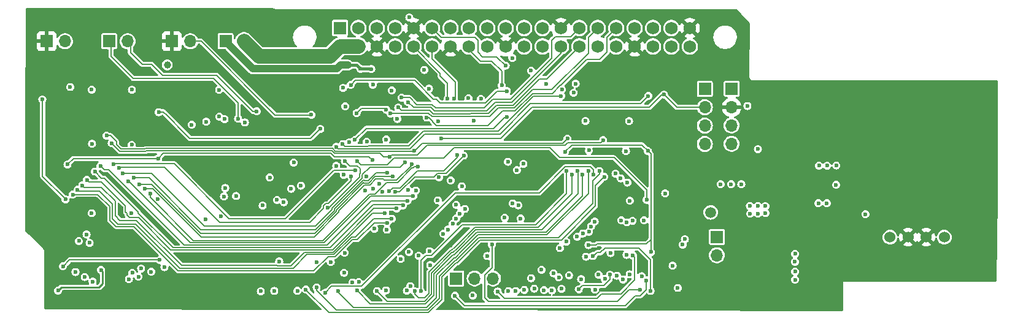
<source format=gbr>
%TF.GenerationSoftware,KiCad,Pcbnew,8.0.1*%
%TF.CreationDate,2024-05-25T23:06:58+03:00*%
%TF.ProjectId,PiStorm2k_v2.1,50695374-6f72-46d3-926b-5f76322e312e,rev?*%
%TF.SameCoordinates,Original*%
%TF.FileFunction,Copper,L3,Inr*%
%TF.FilePolarity,Positive*%
%FSLAX46Y46*%
G04 Gerber Fmt 4.6, Leading zero omitted, Abs format (unit mm)*
G04 Created by KiCad (PCBNEW 8.0.1) date 2024-05-25 23:06:58*
%MOMM*%
%LPD*%
G01*
G04 APERTURE LIST*
%TA.AperFunction,ComponentPad*%
%ADD10R,1.700000X1.700000*%
%TD*%
%TA.AperFunction,ComponentPad*%
%ADD11O,1.700000X1.700000*%
%TD*%
%TA.AperFunction,ComponentPad*%
%ADD12C,1.524000*%
%TD*%
%TA.AperFunction,ComponentPad*%
%ADD13R,1.750000X1.750000*%
%TD*%
%TA.AperFunction,ComponentPad*%
%ADD14C,1.750000*%
%TD*%
%TA.AperFunction,ViaPad*%
%ADD15C,0.600000*%
%TD*%
%TA.AperFunction,ViaPad*%
%ADD16C,1.500000*%
%TD*%
%TA.AperFunction,ViaPad*%
%ADD17C,1.000000*%
%TD*%
%TA.AperFunction,Conductor*%
%ADD18C,0.400000*%
%TD*%
%TA.AperFunction,Conductor*%
%ADD19C,1.000000*%
%TD*%
%TA.AperFunction,Conductor*%
%ADD20C,0.200000*%
%TD*%
%TA.AperFunction,Conductor*%
%ADD21C,0.200660*%
%TD*%
%TA.AperFunction,Conductor*%
%ADD22C,0.254000*%
%TD*%
%TA.AperFunction,Conductor*%
%ADD23C,0.152400*%
%TD*%
%TA.AperFunction,Conductor*%
%ADD24C,0.203200*%
%TD*%
%TA.AperFunction,Conductor*%
%ADD25C,0.177800*%
%TD*%
%TA.AperFunction,Conductor*%
%ADD26C,2.000000*%
%TD*%
G04 APERTURE END LIST*
D10*
%TO.N,IPL2*%
%TO.C,IPL2-0*%
X138620000Y-127520000D03*
D11*
%TO.N,IPL1*%
X141160000Y-127520000D03*
%TO.N,IPL0*%
X143700000Y-127520000D03*
%TD*%
D10*
%TO.N,+5V*%
%TO.C,PWR*%
X176630000Y-101290000D03*
D11*
%TO.N,GND*%
X176630000Y-103830000D03*
%TO.N,VCC_INT*%
X176630000Y-106370000D03*
%TO.N,VCC*%
X176630000Y-108910000D03*
%TD*%
D10*
%TO.N,TDI*%
%TO.C,JTAG*%
X172930000Y-101310000D03*
D11*
%TO.N,TCK*%
X172930000Y-103850000D03*
%TO.N,TMS*%
X172930000Y-106390000D03*
%TO.N,TDO*%
X172930000Y-108930000D03*
%TD*%
D10*
%TO.N,4_E*%
%TO.C,H2*%
X90750000Y-94730000D03*
D11*
%TO.N,E*%
X93290000Y-94730000D03*
%TD*%
D10*
%TO.N,+5V*%
%TO.C,H4*%
X106800000Y-94720000D03*
D11*
%TO.N,PI_+5V*%
X109340000Y-94720000D03*
%TD*%
D10*
%TO.N,GND*%
%TO.C,H3*%
X99400000Y-94730000D03*
D11*
%TO.N,EXTRA*%
X101940000Y-94730000D03*
%TD*%
D12*
%TO.N,+5V*%
%TO.C,J1*%
X205968290Y-121812040D03*
%TO.N,GND*%
X203468290Y-121812040D03*
X200968290Y-121812040D03*
%TO.N,+12V*%
X198468290Y-121812040D03*
%TD*%
D10*
%TO.N,BOSS*%
%TO.C,BJ*%
X174590000Y-121770000D03*
D11*
%TO.N,BOSS_G*%
X174590000Y-124310000D03*
%TD*%
D10*
%TO.N,GND*%
%TO.C,H1*%
X82100000Y-94730000D03*
D11*
%TO.N,CLK_SEL*%
X84640000Y-94730000D03*
%TD*%
D13*
%TO.N,+3.3V*%
%TO.C,RPi*%
X122598290Y-92902040D03*
D14*
%TO.N,PI_+5V*%
X122598290Y-95442040D03*
%TO.N,SA2*%
X125138290Y-92902040D03*
%TO.N,PI_+5V*%
X125138290Y-95442040D03*
%TO.N,SA1*%
X127678290Y-92902040D03*
%TO.N,GND*%
X127678290Y-95442040D03*
%TO.N,PICLK*%
X130218290Y-92902040D03*
%TO.N,SD6*%
X130218290Y-95442040D03*
%TO.N,GND*%
X132758290Y-92902040D03*
%TO.N,SD7*%
X132758290Y-95442040D03*
%TO.N,SD9*%
X135298290Y-92902040D03*
%TO.N,SD10*%
X135298290Y-95442040D03*
%TO.N,TDI_PIN*%
X137838290Y-92902040D03*
%TO.N,GND*%
X137838290Y-95442040D03*
%TO.N,SD14*%
X140378290Y-92902040D03*
%TO.N,SD15*%
X140378290Y-95442040D03*
%TO.N,+3.3V*%
X142918290Y-92902040D03*
%TO.N,TMS_PIN*%
X142918290Y-95442040D03*
%TO.N,SD2*%
X145458290Y-92902040D03*
%TO.N,GND*%
X145458290Y-95442040D03*
%TO.N,SD1*%
X147998290Y-92902040D03*
%TO.N,TDO_PIN*%
X147998290Y-95442040D03*
%TO.N,SD3*%
X150538290Y-92902040D03*
%TO.N,SD0*%
X150538290Y-95442040D03*
%TO.N,GND*%
X153078290Y-92902040D03*
%TO.N,SWE*%
X153078290Y-95442040D03*
%TO.N,AUX0*%
X155618290Y-92902040D03*
%TO.N,AUX1*%
X155618290Y-95442040D03*
%TO.N,SA0*%
X158158290Y-92902040D03*
%TO.N,GND*%
X158158290Y-95442040D03*
%TO.N,SOE*%
X160698290Y-92902040D03*
%TO.N,SD4*%
X160698290Y-95442040D03*
%TO.N,SD5*%
X163238290Y-92902040D03*
%TO.N,GND*%
X163238290Y-95442040D03*
%TO.N,SD11*%
X165778290Y-92902040D03*
%TO.N,SD8*%
X165778290Y-95442040D03*
%TO.N,TCK_PIN*%
X168318290Y-92902040D03*
%TO.N,SD12*%
X168318290Y-95442040D03*
%TO.N,GND*%
X170858290Y-92902040D03*
%TO.N,SD13*%
X170858290Y-95442040D03*
%TD*%
D15*
%TO.N,+5V*%
X180248290Y-109622040D03*
X112908290Y-113552040D03*
X125420000Y-98550000D03*
X181278290Y-117512040D03*
X122680000Y-98010000D03*
X185348290Y-125202040D03*
X179178290Y-118562040D03*
X181278290Y-118482040D03*
X179138290Y-117492040D03*
X123680000Y-98040000D03*
X114208290Y-125162040D03*
X185378290Y-124102040D03*
X139398290Y-114762040D03*
X185388290Y-127692040D03*
X126920000Y-98560000D03*
X180248290Y-117492040D03*
X195078290Y-118632040D03*
X185388290Y-126562040D03*
X180238290Y-118562040D03*
%TO.N,GND*%
X134288290Y-122272040D03*
X133190000Y-126820000D03*
X160520000Y-121070000D03*
X155448290Y-124342040D03*
X115090000Y-111440000D03*
X98948290Y-101632040D03*
X157758290Y-106872040D03*
X86858290Y-118572040D03*
X180380000Y-127120000D03*
X89298290Y-121102040D03*
X151160000Y-127500000D03*
X92348290Y-108792040D03*
X130208290Y-128962040D03*
X126770000Y-126340000D03*
X111738290Y-116242040D03*
X150840000Y-122810000D03*
X148640000Y-123100000D03*
X122828290Y-127472040D03*
X82558290Y-108762040D03*
X187980000Y-127000000D03*
X160528290Y-119722040D03*
X95528290Y-122802040D03*
X86888290Y-109012040D03*
X92628290Y-122232040D03*
X87195346Y-126052614D03*
X114830000Y-113910000D03*
X86868290Y-101432040D03*
X159238290Y-119992040D03*
X190460000Y-127020000D03*
X163828216Y-124142114D03*
X154978290Y-109932040D03*
X95338290Y-101292040D03*
X89828290Y-118482040D03*
X170880000Y-126660000D03*
X115098290Y-129282040D03*
X170258290Y-124412040D03*
X160808290Y-106292040D03*
X111318290Y-124882040D03*
X121800000Y-101870000D03*
X154728290Y-122592040D03*
X159630000Y-129010000D03*
X114268290Y-107012040D03*
X147080000Y-127390000D03*
X163558290Y-109832040D03*
X82558290Y-118412040D03*
X137788290Y-122992040D03*
X89828290Y-101432040D03*
X129828290Y-108272040D03*
X169268290Y-121342040D03*
X114868290Y-104322040D03*
X168530000Y-118300000D03*
X134768290Y-106072040D03*
X121220000Y-111000000D03*
X126948290Y-102132040D03*
X154940000Y-127430000D03*
X187248290Y-107302040D03*
X150380000Y-116290000D03*
X92348290Y-101432040D03*
X113907790Y-117462040D03*
X125888290Y-129162040D03*
X116980000Y-116190000D03*
X89668290Y-108932040D03*
X98050000Y-129430000D03*
X158238290Y-109872040D03*
X120800000Y-116330950D03*
X111760000Y-106934000D03*
X158278290Y-123352040D03*
X186658290Y-106412040D03*
X132400000Y-125640000D03*
X163958290Y-101582040D03*
X153700000Y-127710000D03*
X128118290Y-128462040D03*
X121920000Y-126780000D03*
X92288290Y-118532040D03*
X103348290Y-101672040D03*
X96638290Y-100512040D03*
X149378290Y-106382040D03*
X160928290Y-124192040D03*
X187838290Y-106412040D03*
X95418290Y-109062040D03*
X163758290Y-120722040D03*
X95828290Y-118572040D03*
X147330000Y-113610000D03*
X154907640Y-105444034D03*
X101208290Y-104452040D03*
X119238290Y-101992040D03*
X160538290Y-109832040D03*
%TO.N,CCKQ*%
X134960000Y-123745540D03*
X170168290Y-122082040D03*
%TO.N,INT6*%
X143560800Y-122843200D03*
X163950000Y-129080000D03*
%TO.N,XRDY*%
X169180000Y-128820000D03*
X147510000Y-119220000D03*
X152045000Y-126805000D03*
X145320000Y-119110000D03*
%TO.N,BOSS*%
X142900400Y-124409200D03*
X168480000Y-125760000D03*
%TO.N,IPL1*%
X113907790Y-116662537D03*
X119360187Y-125245649D03*
%TO.N,A7*%
X159138290Y-127592040D03*
X157778290Y-129062040D03*
%TO.N,A8*%
X159838290Y-126992040D03*
X155528290Y-129012040D03*
%TO.N,A9*%
X159918290Y-124002040D03*
X153148290Y-128942040D03*
%TO.N,A10*%
X150738290Y-129132040D03*
X160788290Y-127132040D03*
%TO.N,A11*%
X161638290Y-127662040D03*
X148028290Y-129092040D03*
%TO.N,A12*%
X145818290Y-129262040D03*
X162558290Y-126952040D03*
%TO.N,IPL2*%
X114838290Y-116982040D03*
X123160353Y-126729500D03*
%TO.N,IPL0*%
X104137042Y-105840792D03*
%TO.N,BEER*%
X105938290Y-105142040D03*
X132309518Y-128579164D03*
%TO.N,VPA*%
X106663590Y-105478411D03*
X131808290Y-129202040D03*
%TO.N,E*%
X111100000Y-104400000D03*
X128928290Y-129172040D03*
%TO.N,A18*%
X155388290Y-112642040D03*
X127688290Y-129252040D03*
%TO.N,BGACK*%
X106135372Y-118904958D03*
X113518290Y-129242040D03*
%TO.N,CBG*%
X111658290Y-129282040D03*
X104038290Y-119322040D03*
%TO.N,CBR*%
X116708290Y-129232040D03*
X106588290Y-116167540D03*
%TO.N,A21*%
X157578290Y-113122040D03*
X120557758Y-129495967D03*
%TO.N,D5*%
X83688290Y-129192040D03*
X89618290Y-126332040D03*
%TO.N,A20*%
X156898290Y-112612040D03*
X122368290Y-129262040D03*
%TO.N,A19*%
X156058290Y-113142040D03*
X124918290Y-129162040D03*
%TO.N,DATA_RD_LTCH_LB*%
X85358290Y-101042040D03*
%TO.N,SD6*%
X132842000Y-109880400D03*
X90378290Y-107762040D03*
X153958290Y-108202040D03*
%TO.N,SD7*%
X158898290Y-108402040D03*
X137442972Y-102643898D03*
X91088290Y-108802040D03*
X129488290Y-110722040D03*
%TO.N,SD10*%
X162228290Y-114262040D03*
X92628290Y-113002040D03*
X131546600Y-111429800D03*
X138306264Y-102676870D03*
%TO.N,SD15*%
X96408290Y-115802040D03*
X133338290Y-112092040D03*
X144908100Y-100840863D03*
X164518290Y-119482040D03*
%TO.N,TMS*%
X142030000Y-102676870D03*
%TO.N,TDO*%
X148960000Y-98790000D03*
X136098290Y-105802040D03*
%TO.N,SD0*%
X136838290Y-121352040D03*
X85728290Y-115932040D03*
X129090000Y-119810000D03*
X152917617Y-123317618D03*
%TO.N,SWE*%
X131968290Y-103132040D03*
%TO.N,AUX1*%
X130618290Y-103872040D03*
%TO.N,SD4*%
X139118290Y-118542040D03*
X131268290Y-117432040D03*
X157223125Y-120326875D03*
X88778290Y-112732040D03*
%TO.N,SD8*%
X91358290Y-111702040D03*
X160598290Y-113022040D03*
X145770000Y-111390000D03*
X124738290Y-112552040D03*
%TO.N,SD12*%
X94118290Y-113622040D03*
X162568290Y-116782040D03*
X136248290Y-113532040D03*
X129124869Y-112928100D03*
%TO.N,SD13*%
X162958290Y-119552040D03*
X129830000Y-113415700D03*
X137868290Y-113972040D03*
X94908290Y-114522040D03*
%TO.N,PICLK*%
X133068290Y-115372040D03*
%TO.N,SD9*%
X161318290Y-113672040D03*
X147009309Y-112541155D03*
X124128290Y-113422040D03*
X92078290Y-112222040D03*
X145455312Y-98103135D03*
%TO.N,TDI*%
X134220000Y-98680000D03*
%TO.N,SD14*%
X167448290Y-115762040D03*
X132458290Y-111742040D03*
X95668290Y-115132040D03*
%TO.N,SD2*%
X155108290Y-100592040D03*
X128800000Y-118452040D03*
X151028290Y-100592040D03*
X138138290Y-119952040D03*
X87038290Y-114662040D03*
X155292590Y-121736875D03*
%TO.N,SD1*%
X153198290Y-101382040D03*
X86368290Y-115262040D03*
X129738290Y-119252040D03*
X153818290Y-122422040D03*
X137488290Y-120752040D03*
X154828290Y-101842040D03*
%TO.N,SD3*%
X130418290Y-117832040D03*
X138618290Y-119232040D03*
X87678290Y-113882040D03*
X156098290Y-121292040D03*
%TO.N,AUX0*%
X131091310Y-102531470D03*
%TO.N,SA0*%
X129563528Y-104713209D03*
%TO.N,SOE*%
X134550000Y-105280000D03*
X128958290Y-108292040D03*
%TO.N,SD5*%
X139818290Y-117892040D03*
X157738290Y-119642040D03*
X131908290Y-116782040D03*
X89548290Y-111972040D03*
%TO.N,SD11*%
X132678290Y-116132040D03*
X93398290Y-114132040D03*
X161398290Y-119472040D03*
%TO.N,TCK*%
X136578290Y-108202040D03*
X167300000Y-102090000D03*
%TO.N,D0*%
X86098290Y-126632040D03*
%TO.N,D1*%
X87378290Y-127312040D03*
%TO.N,D2*%
X88458290Y-127962040D03*
%TO.N,D3*%
X86568290Y-122332040D03*
%TO.N,VCC*%
X134872772Y-101287228D03*
X93778290Y-118522040D03*
X189798290Y-111932040D03*
X123858290Y-108692040D03*
X191068290Y-111902040D03*
X191038290Y-114582040D03*
X88318290Y-118482040D03*
X88378290Y-108902040D03*
X93868290Y-109032040D03*
X156458460Y-105732251D03*
X127138290Y-100752040D03*
X123308290Y-103722040D03*
X129738290Y-101522040D03*
X88318290Y-101432040D03*
X156928290Y-109812040D03*
X189768290Y-117112040D03*
X123239532Y-123961709D03*
X175098290Y-114492040D03*
X156538290Y-124512040D03*
X156932048Y-121071508D03*
X188678290Y-111912040D03*
X116200000Y-111500000D03*
X188608290Y-117122040D03*
X130962400Y-124815600D03*
X130492090Y-105460878D03*
X162118290Y-124262040D03*
X162038290Y-109922040D03*
X136090000Y-116710000D03*
X88048290Y-122582040D03*
X162168290Y-119752040D03*
X93929210Y-126724990D03*
X177958290Y-114485415D03*
X93878290Y-101412040D03*
X162478290Y-105752040D03*
X138620000Y-117341080D03*
X176551720Y-114495990D03*
%TO.N,D4*%
X87618290Y-121432040D03*
%TO.N,D11*%
X93468290Y-127602040D03*
%TO.N,D12*%
X94778290Y-127262040D03*
%TO.N,D13*%
X95148290Y-126132040D03*
%TO.N,D14*%
X96548290Y-126602040D03*
%TO.N,D15*%
X98368290Y-125952040D03*
%TO.N,DATA_RD_LTCH_HB*%
X97578290Y-104522040D03*
X119868290Y-106832040D03*
%TO.N,DATA_RD_OE*%
X97498290Y-110932040D03*
X84988290Y-111752040D03*
X127098290Y-111162040D03*
%TO.N,VMA*%
X109461624Y-105956972D03*
%TO.N,FC2*%
X121329144Y-125230856D03*
X146838290Y-129242040D03*
X106758290Y-115012040D03*
%TO.N,FC1*%
X125188290Y-128002040D03*
X149398290Y-128922040D03*
X117188290Y-114692040D03*
%TO.N,FC0*%
X115848290Y-115112040D03*
X151833350Y-129160270D03*
X124307600Y-128061380D03*
%TO.N,HLT*%
X108265111Y-116117273D03*
%TO.N,RST*%
X111908790Y-117422040D03*
%TO.N,DATA_WR_OE*%
X123018290Y-101172040D03*
X102128290Y-106262040D03*
X97718290Y-124962040D03*
X84368290Y-125842040D03*
%TO.N,62_GCLK2*%
X123108290Y-113202040D03*
X150398290Y-126322040D03*
%TO.N,CLK_SEL*%
X105914214Y-101445786D03*
%TO.N,VCC_INT*%
X131958290Y-115272040D03*
X126278290Y-108612040D03*
X126228290Y-113432040D03*
X178798290Y-103682040D03*
X127334290Y-120630417D03*
%TO.N,DATA_WR_LTCH_HB*%
X122068290Y-111942040D03*
X97458290Y-116542040D03*
%TO.N,DATA_WR_LTCH_LB*%
X84728290Y-116572040D03*
X81528290Y-102762040D03*
%TO.N,ADDR_LTCH_8*%
X124978290Y-111322040D03*
X164888290Y-116632040D03*
%TO.N,ADDR_OE*%
X156868290Y-122902040D03*
X128957790Y-104191399D03*
X165488290Y-123852040D03*
X165068290Y-109882040D03*
X153628290Y-110032040D03*
X124888290Y-104672040D03*
%TO.N,ADDR_LTCH_0*%
X124638290Y-108352040D03*
X145655967Y-105182249D03*
%TO.N,ADDR_LTCH_16*%
X122968290Y-108942040D03*
X153098290Y-102282040D03*
%TO.N,ADDR_LTCH_24*%
X122088290Y-109332040D03*
X165128290Y-102292040D03*
%TO.N,CCK*%
X133438290Y-124372040D03*
X169858290Y-122832040D03*
%TO.N,CFGOUTn*%
X147894060Y-111655838D03*
%TO.N,OVR*%
X148950000Y-127480000D03*
%TO.N,INT2*%
X152780000Y-127360000D03*
%TO.N,A5*%
X157478290Y-124412040D03*
X165438290Y-129232040D03*
%TO.N,A6*%
X158268290Y-126992040D03*
%TO.N,A2*%
X155857002Y-127613980D03*
%TO.N,A1*%
X154199446Y-127085693D03*
%TO.N,A13*%
X163008290Y-124332040D03*
X144340000Y-129320000D03*
%TO.N,A14*%
X140910000Y-129870000D03*
X164218290Y-127202040D03*
%TO.N,A15*%
X164828290Y-127772040D03*
X138450000Y-129910000D03*
%TO.N,A16*%
X133738290Y-129272040D03*
X153868290Y-112652040D03*
%TO.N,A17*%
X132926194Y-129288651D03*
X154558290Y-113132040D03*
%TO.N,A22*%
X158378290Y-112652040D03*
X119360090Y-128752040D03*
%TO.N,A23*%
X117888290Y-129052040D03*
X159058290Y-113472040D03*
D16*
%TO.N,V7M*%
X173728290Y-118392040D03*
D15*
%TO.N,4_E*%
X108528290Y-105422040D03*
%TO.N,97_1B5*%
X135040000Y-125660000D03*
X132110000Y-123850000D03*
%TO.N,EXTRA*%
X120910000Y-117750000D03*
X118630000Y-104890000D03*
X123270000Y-111290000D03*
%TO.N,92_CPLD*%
X147187515Y-117396832D03*
X129050000Y-120770000D03*
%TO.N,87_CPLD*%
X128410000Y-115556340D03*
X146410000Y-117150000D03*
D17*
%TO.N,84_CPLD*%
X98755200Y-97993200D03*
D15*
X126060000Y-115390000D03*
%TO.N,85_CPLD*%
X145611444Y-101631444D03*
X124090000Y-100770000D03*
X127160000Y-115130000D03*
%TO.N,86_CPLD*%
X128025369Y-114470003D03*
X132160000Y-91440000D03*
%TO.N,89_CPLD*%
X129380000Y-115480000D03*
X141010000Y-105730000D03*
X138760000Y-110470000D03*
X140310000Y-102610000D03*
%TO.N,91_CPLD*%
X139660000Y-110526340D03*
X130250000Y-115540000D03*
%TO.N,TDO_PIN*%
X146370000Y-97040000D03*
%TD*%
D18*
%TO.N,+5V*%
X123680000Y-98040000D02*
X124910000Y-98040000D01*
D19*
X123650000Y-98010000D02*
X123680000Y-98040000D01*
X110568160Y-98518160D02*
X122171840Y-98518160D01*
X106800000Y-94720000D02*
X106800000Y-94750000D01*
X106800000Y-94750000D02*
X110568160Y-98518160D01*
D18*
X124910000Y-98040000D02*
X125420000Y-98550000D01*
X125420000Y-98550000D02*
X126910000Y-98550000D01*
X126910000Y-98550000D02*
X126920000Y-98560000D01*
D19*
X122680000Y-98010000D02*
X123650000Y-98010000D01*
X122171840Y-98518160D02*
X122680000Y-98010000D01*
D20*
%TO.N,GND*%
X153700000Y-128032279D02*
X153700000Y-127710000D01*
X159630000Y-129010000D02*
X158678859Y-129010000D01*
X158678859Y-129010000D02*
X158026819Y-129662040D01*
X155329761Y-129662040D02*
X153700000Y-128032279D01*
X158026819Y-129662040D02*
X155329761Y-129662040D01*
%TO.N,INT6*%
X142550000Y-127043654D02*
X142550000Y-130150000D01*
X162483512Y-129080000D02*
X163950000Y-129080000D01*
X143560000Y-126033654D02*
X142550000Y-127043654D01*
X143560800Y-122843200D02*
X143560000Y-122844000D01*
X160882192Y-130681320D02*
X162483512Y-129080000D01*
X143560000Y-122844000D02*
X143560000Y-126033654D01*
X143081320Y-130681320D02*
X160882192Y-130681320D01*
X142550000Y-130150000D02*
X143081320Y-130681320D01*
D21*
%TO.N,A8*%
X156037340Y-128502990D02*
X155528290Y-129012040D01*
X159838290Y-127670325D02*
X159005625Y-128502990D01*
X159005625Y-128502990D02*
X156037340Y-128502990D01*
X159838290Y-126992040D02*
X159838290Y-127670325D01*
D20*
%TO.N,E*%
X96610000Y-97930000D02*
X95330000Y-97930000D01*
X98140000Y-99460000D02*
X96610000Y-97930000D01*
X111100000Y-104400000D02*
X110530000Y-104400000D01*
X93680000Y-96280000D02*
X93680000Y-94720000D01*
X105590000Y-99460000D02*
X98140000Y-99460000D01*
X95330000Y-97930000D02*
X93680000Y-96280000D01*
X110530000Y-104400000D02*
X105590000Y-99460000D01*
D21*
%TO.N,A18*%
X141324588Y-120791320D02*
X138739280Y-123376628D01*
X150475350Y-120791320D02*
X141324588Y-120791320D01*
X135219570Y-126754623D02*
X135219570Y-129709162D01*
X129083000Y-130646750D02*
X127688290Y-129252040D01*
X138739280Y-123376628D02*
X138739280Y-123385953D01*
X138739280Y-123385953D02*
X138182203Y-123943030D01*
X155478890Y-115787780D02*
X150475350Y-120791320D01*
X135219570Y-129709162D02*
X134281982Y-130646750D01*
X155351890Y-112612780D02*
X155359030Y-112612780D01*
X155359030Y-112612780D02*
X155478890Y-112732640D01*
X127688290Y-129252040D02*
X127678540Y-129261790D01*
X134281982Y-130646750D02*
X129083000Y-130646750D01*
X138031163Y-123943030D02*
X135219570Y-126754623D01*
X155478890Y-112732640D02*
X155478890Y-115787780D01*
X138182203Y-123943030D02*
X138031163Y-123943030D01*
%TO.N,A21*%
X125589625Y-128611710D02*
X121440850Y-128611710D01*
X157126245Y-112061710D02*
X153680335Y-112061710D01*
X150069033Y-115673012D02*
X138528323Y-115673012D01*
X157578290Y-113122040D02*
X157578290Y-112513755D01*
X157593430Y-113122040D02*
X157578290Y-113122040D01*
X153680335Y-112061710D02*
X150069033Y-115673012D01*
X121440850Y-128611710D02*
X120553890Y-129498670D01*
X157578290Y-112513755D02*
X157126245Y-112061710D01*
D20*
X120556593Y-129495967D02*
X120553890Y-129498670D01*
X120557758Y-129495967D02*
X120556593Y-129495967D01*
D21*
X138528323Y-115673012D02*
X125589625Y-128611710D01*
X157597250Y-113125860D02*
X157593430Y-113122040D01*
D22*
%TO.N,D5*%
X89819890Y-128233750D02*
X89311890Y-128741750D01*
X89692890Y-126328750D02*
X89621580Y-126328750D01*
X89618290Y-126332040D02*
X89819890Y-126533640D01*
X89311890Y-128741750D02*
X84138580Y-128741750D01*
X83723890Y-129156440D02*
X83723890Y-129150690D01*
X89819890Y-126533640D02*
X89819890Y-128233750D01*
X84138580Y-128741750D02*
X83723890Y-129156440D01*
X89621580Y-126328750D02*
X89618290Y-126332040D01*
D21*
%TO.N,A20*%
X138472699Y-124644350D02*
X138321659Y-124644350D01*
X135920890Y-127045119D02*
X135920890Y-130138750D01*
X156875890Y-112634440D02*
X156875890Y-115775658D01*
X151158908Y-121492640D02*
X141615084Y-121492640D01*
X122368290Y-129262040D02*
X122347520Y-129262040D01*
X124490890Y-131535750D02*
X122368290Y-129413150D01*
X141615084Y-121492640D02*
X139440600Y-123667124D01*
X139440600Y-123667124D02*
X139440600Y-123676449D01*
X156898290Y-112612040D02*
X156875890Y-112634440D01*
X134523890Y-131535750D02*
X124490890Y-131535750D01*
X135920890Y-130138750D02*
X134523890Y-131535750D01*
X156875890Y-115775658D02*
X151158908Y-121492640D01*
X139440600Y-123676449D02*
X138472699Y-124644350D01*
X122368290Y-129413150D02*
X122368290Y-129262040D01*
X138321659Y-124644350D02*
X135920890Y-127045119D01*
X122347520Y-129262040D02*
X122344540Y-129265020D01*
%TO.N,A19*%
X134396890Y-131027750D02*
X126776890Y-131027750D01*
X156073250Y-113125860D02*
X156058290Y-113140820D01*
X156058290Y-113140820D02*
X156058290Y-116097350D01*
X135570230Y-129854410D02*
X134396890Y-131027750D01*
X139089940Y-123521876D02*
X139089940Y-123531201D01*
X125014160Y-129264990D02*
X124884590Y-129264990D01*
X138327451Y-124293690D02*
X138176411Y-124293690D01*
X139089940Y-123531201D02*
X138327451Y-124293690D01*
X138176411Y-124293690D02*
X135570230Y-126899871D01*
X126776890Y-131027750D02*
X125014160Y-129264990D01*
X141469836Y-121141980D02*
X139089940Y-123521876D01*
X156058290Y-116097350D02*
X151013660Y-121141980D01*
X151013660Y-121141980D02*
X141469836Y-121141980D01*
X135570230Y-126899871D02*
X135570230Y-129854410D01*
D23*
%TO.N,SD6*%
X133930837Y-108808240D02*
X132836037Y-109903040D01*
X91772090Y-108595980D02*
X90938150Y-107762040D01*
X153958290Y-108202040D02*
X153352090Y-108808240D01*
X121915130Y-109903040D02*
X121572090Y-109560000D01*
X92379620Y-109638240D02*
X91772090Y-109030710D01*
X91772090Y-109030710D02*
X91772090Y-108595980D01*
X95656960Y-109638240D02*
X92379620Y-109638240D01*
X121572090Y-109560000D02*
X95735200Y-109560000D01*
X132836037Y-109903040D02*
X121915130Y-109903040D01*
X95735200Y-109560000D02*
X95656960Y-109638240D01*
X153352090Y-108808240D02*
X133930837Y-108808240D01*
X90938150Y-107762040D02*
X90378290Y-107762040D01*
%TO.N,SD7*%
X133259669Y-110490000D02*
X134639029Y-109110640D01*
X154024271Y-108728240D02*
X158572090Y-108728240D01*
X128574800Y-110693200D02*
X128087040Y-110205440D01*
X95782218Y-109940640D02*
X92227750Y-109940640D01*
X129720330Y-110490000D02*
X133259669Y-110490000D01*
X153641871Y-109110640D02*
X154024271Y-108728240D01*
D21*
X136428920Y-99150830D02*
X132745920Y-95467830D01*
D23*
X92227750Y-109940640D02*
X91089890Y-108802780D01*
X129488290Y-110722040D02*
X129459450Y-110693200D01*
X128087040Y-110205440D02*
X121789872Y-110205440D01*
X129459450Y-110693200D02*
X128574800Y-110693200D01*
D21*
X137442972Y-100576248D02*
X136428920Y-99562196D01*
D23*
X121446832Y-109862400D02*
X95860458Y-109862400D01*
D21*
X137442972Y-102643898D02*
X137442972Y-100576248D01*
X136428920Y-99562196D02*
X136428920Y-99150830D01*
D23*
X134639029Y-109110640D02*
X153641871Y-109110640D01*
X121789872Y-110205440D02*
X121446832Y-109862400D01*
X129488290Y-110722040D02*
X129720330Y-110490000D01*
X158572090Y-108728240D02*
X158898290Y-108402040D01*
X95860458Y-109862400D02*
X95782218Y-109940640D01*
%TO.N,SD10*%
X125652090Y-113193370D02*
X125652090Y-113629938D01*
D21*
X138520000Y-100400000D02*
X135298290Y-97178290D01*
X138306264Y-102676870D02*
X138520000Y-102463134D01*
D23*
X126721020Y-112124440D02*
X125652090Y-113193370D01*
D21*
X135298290Y-97178290D02*
X135298290Y-95442040D01*
D23*
X121486200Y-117795828D02*
X121486200Y-117988670D01*
X96628290Y-113002040D02*
X92628290Y-113002040D01*
X125652090Y-113629938D02*
X121486200Y-117795828D01*
D21*
X138520000Y-102463134D02*
X138520000Y-100400000D01*
D23*
X130851960Y-112124440D02*
X126721020Y-112124440D01*
X103859030Y-120232780D02*
X96628290Y-113002040D01*
X121486200Y-117988670D02*
X119242090Y-120232780D01*
X119242090Y-120232780D02*
X103859030Y-120232780D01*
X131546600Y-111429800D02*
X130851960Y-112124440D01*
%TO.N,SD15*%
X120253182Y-122264830D02*
X126688372Y-115829640D01*
X126688372Y-115829640D02*
X127390360Y-115829640D01*
X128223797Y-114996203D02*
X128243329Y-114996203D01*
D21*
X140366420Y-95849160D02*
X140366420Y-95467930D01*
X144908100Y-100840863D02*
X144908100Y-98866870D01*
X142017190Y-97499930D02*
X140366420Y-95849160D01*
D23*
X127390360Y-115829640D02*
X128223797Y-114996203D01*
X132519418Y-112268240D02*
X132676250Y-112268240D01*
X96408290Y-115802040D02*
X96408290Y-116282040D01*
X96408290Y-116282040D02*
X102391080Y-122264830D01*
D21*
X144908100Y-98866870D02*
X143541140Y-97499910D01*
D23*
X102391080Y-122264830D02*
X120253182Y-122264830D01*
D21*
X143541190Y-97499930D02*
X142017190Y-97499930D01*
D23*
X128992332Y-114247200D02*
X130540458Y-114247200D01*
X132676250Y-112268240D02*
X132852450Y-112092040D01*
X128243329Y-114996203D02*
X128992332Y-114247200D01*
X130540458Y-114247200D02*
X132519418Y-112268240D01*
X132852450Y-112092040D02*
X133338290Y-112092040D01*
%TO.N,SD0*%
X90835890Y-117565780D02*
X89184890Y-115914780D01*
X90835890Y-119470780D02*
X90835890Y-117565780D01*
X94140180Y-120362040D02*
X91727150Y-120362040D01*
X124998890Y-122137780D02*
X124249864Y-122137780D01*
X120938360Y-124481640D02*
X118964250Y-126455750D01*
X89184890Y-115914780D02*
X85745550Y-115914780D01*
X127326670Y-119810000D02*
X124998890Y-122137780D01*
X121906004Y-124481640D02*
X120938360Y-124481640D01*
X118964250Y-126455750D02*
X100233890Y-126455750D01*
X85745550Y-115914780D02*
X85728290Y-115932040D01*
X129090000Y-119810000D02*
X127326670Y-119810000D01*
X124249864Y-122137780D02*
X121906004Y-124481640D01*
X100233890Y-126455750D02*
X94140180Y-120362040D01*
X91727150Y-120362040D02*
X90835890Y-119470780D01*
D21*
%TO.N,SWE*%
X153065890Y-95467780D02*
X153065890Y-96354142D01*
X143978650Y-103158020D02*
X142808320Y-104328350D01*
X146262012Y-103158020D02*
X143978650Y-103158020D01*
X140409087Y-104348680D02*
X135600911Y-104348680D01*
X153065890Y-96354142D02*
X146262012Y-103158020D01*
X135130581Y-103878350D02*
X132714600Y-103878350D01*
X132714600Y-103878350D02*
X131968290Y-103132040D01*
X140429417Y-104328350D02*
X140409087Y-104348680D01*
X135600911Y-104348680D02*
X135130581Y-103878350D01*
X142808320Y-104328350D02*
X140429417Y-104328350D01*
%TO.N,AUX1*%
X130618290Y-103872040D02*
X131025260Y-104279010D01*
X151160890Y-99912780D02*
X155618290Y-95455380D01*
X150073870Y-99912780D02*
X151160890Y-99912780D01*
X131025260Y-104279010D02*
X134964623Y-104279010D01*
X134964623Y-104279010D02*
X135434953Y-104749340D01*
X135434953Y-104749340D02*
X140575046Y-104749340D01*
X155618290Y-95455380D02*
X155618290Y-95442040D01*
X144212990Y-103558680D02*
X146427970Y-103558680D01*
X143042660Y-104729010D02*
X144212990Y-103558680D01*
X140595376Y-104729010D02*
X143042660Y-104729010D01*
X146427970Y-103558680D02*
X150073870Y-99912780D01*
X140575046Y-104749340D02*
X140595376Y-104729010D01*
D23*
%TO.N,SD4*%
X131142090Y-117305840D02*
X131268290Y-117432040D01*
X121197630Y-123272040D02*
X127163830Y-117305840D01*
X127163830Y-117305840D02*
X131142090Y-117305840D01*
X90073890Y-113628780D02*
X94772890Y-118327780D01*
X94772890Y-118327780D02*
X94772890Y-118454780D01*
X94772890Y-118454780D02*
X99590150Y-123272040D01*
X88778290Y-112732040D02*
X89675030Y-113628780D01*
X89675030Y-113628780D02*
X90073890Y-113628780D01*
X99590150Y-123272040D02*
X121197630Y-123272040D01*
%TO.N,SD8*%
X121708290Y-112552040D02*
X124738290Y-112552040D01*
X91435610Y-111624720D02*
X99710970Y-111624720D01*
X91358290Y-111702040D02*
X91435610Y-111624720D01*
X107303030Y-119216780D02*
X115043550Y-119216780D01*
X115043550Y-119216780D02*
X121708290Y-112552040D01*
X99710970Y-111624720D02*
X107303030Y-119216780D01*
%TO.N,SD12*%
X127546800Y-112928400D02*
X126466960Y-114008240D01*
X125809686Y-113900000D02*
X121788600Y-117921086D01*
X125881380Y-113900000D02*
X125809686Y-113900000D01*
X126466960Y-114008240D02*
X125989620Y-114008240D01*
X129124869Y-112928100D02*
X129124569Y-112928400D01*
X103367030Y-120740780D02*
X96248290Y-113622040D01*
X119161748Y-120740780D02*
X103367030Y-120740780D01*
X125989620Y-114008240D02*
X125881380Y-113900000D01*
X96248290Y-113622040D02*
X94118290Y-113622040D01*
X121788600Y-118113928D02*
X119161748Y-120740780D01*
X121788600Y-117921086D02*
X121788600Y-118113928D01*
X129124569Y-112928400D02*
X127546800Y-112928400D01*
%TO.N,SD13*%
X125864362Y-114310640D02*
X125845533Y-114291811D01*
X129830000Y-113415700D02*
X129791400Y-113454300D01*
X122091000Y-118239186D02*
X119081406Y-121248780D01*
X122091000Y-118046344D02*
X122091000Y-118239186D01*
X96618290Y-114522040D02*
X94908290Y-114522040D01*
X129791400Y-113454300D02*
X127448558Y-113454300D01*
X119081406Y-121248780D02*
X103345030Y-121248780D01*
X103345030Y-121248780D02*
X96618290Y-114522040D01*
X126592218Y-114310640D02*
X125864362Y-114310640D01*
X127448558Y-113454300D02*
X126592218Y-114310640D01*
X125845533Y-114291811D02*
X122091000Y-118046344D01*
D21*
%TO.N,SD9*%
X141255190Y-94197930D02*
X136594180Y-94197930D01*
X142271190Y-96864930D02*
X141636190Y-96229930D01*
D23*
X120333800Y-117511330D02*
X120671330Y-117173800D01*
D21*
X144217107Y-96864930D02*
X142271190Y-96864930D01*
D23*
X120671330Y-117173800D02*
X120966200Y-117173800D01*
X92195550Y-112104780D02*
X98381030Y-112104780D01*
D21*
X145455312Y-98103135D02*
X144217107Y-96864930D01*
D23*
X98381030Y-112104780D02*
X106001030Y-119724780D01*
D21*
X141636190Y-96229930D02*
X141636190Y-94578930D01*
X136594180Y-94197930D02*
X135298290Y-92902040D01*
X141636190Y-94578930D02*
X141255190Y-94197930D01*
D23*
X120966200Y-117173800D02*
X124128290Y-114011710D01*
X124128290Y-114011710D02*
X124128290Y-113422040D01*
X92078290Y-112222040D02*
X92195550Y-112104780D01*
D21*
X135286420Y-92913910D02*
X135286420Y-92927930D01*
D23*
X120333800Y-117806200D02*
X120333800Y-117511330D01*
X118415220Y-119724780D02*
X120333800Y-117806200D01*
X106001030Y-119724780D02*
X118415220Y-119724780D01*
D21*
X135298290Y-92902040D02*
X135286420Y-92913910D01*
D23*
%TO.N,SD14*%
X96792450Y-115132040D02*
X95668290Y-115132040D01*
X128879600Y-113893600D02*
X128676400Y-113893600D01*
X128574800Y-113792000D02*
X127538516Y-113792000D01*
X122393400Y-118171602D02*
X122393400Y-118364444D01*
X97984490Y-116328240D02*
X97984490Y-116324080D01*
X132458290Y-111742040D02*
X132458290Y-111901710D01*
X128930800Y-113944800D02*
X128879600Y-113893600D01*
X126717476Y-114613040D02*
X125951962Y-114613040D01*
X119001064Y-121756780D02*
X103413030Y-121756780D01*
X125951962Y-114613040D02*
X122393400Y-118171602D01*
X103413030Y-121756780D02*
X97984490Y-116328240D01*
X132458290Y-111901710D02*
X130415200Y-113944800D01*
X97984490Y-116324080D02*
X96792450Y-115132040D01*
X130415200Y-113944800D02*
X128930800Y-113944800D01*
X122393400Y-118364444D02*
X119001064Y-121756780D01*
X127538516Y-113792000D02*
X126717476Y-114613040D01*
X128676400Y-113893600D02*
X128574800Y-113792000D01*
%TO.N,SD2*%
X87275030Y-114898780D02*
X87038290Y-114662040D01*
X121655488Y-123876840D02*
X117703160Y-123876840D01*
X89692890Y-114898780D02*
X87275030Y-114898780D01*
X113925130Y-125693750D02*
X100741890Y-125693750D01*
X91597890Y-116803780D02*
X89692890Y-114898780D01*
X117703160Y-123876840D02*
X115841760Y-125738240D01*
X91597890Y-118835780D02*
X91597890Y-116803780D01*
X113969620Y-125738240D02*
X113925130Y-125693750D01*
X128800000Y-118452040D02*
X127080288Y-118452040D01*
X94518890Y-119470780D02*
X92232890Y-119470780D01*
X127080288Y-118452040D02*
X121655488Y-123876840D01*
X115841760Y-125738240D02*
X113969620Y-125738240D01*
X92232890Y-119470780D02*
X91597890Y-118835780D01*
X100741890Y-125693750D02*
X94518890Y-119470780D01*
%TO.N,SD1*%
X91978890Y-119978780D02*
X94391890Y-119978780D01*
X116125250Y-126074750D02*
X118020760Y-124179240D01*
X127249630Y-119252040D02*
X129738290Y-119252040D01*
X121780746Y-124179240D02*
X124203206Y-121756780D01*
X124203206Y-121756780D02*
X124744890Y-121756780D01*
X91216890Y-119216780D02*
X91978890Y-119978780D01*
X86368290Y-115262040D02*
X86513030Y-115406780D01*
X91216890Y-117184780D02*
X91216890Y-119216780D01*
X89438890Y-115406780D02*
X91216890Y-117184780D01*
X100487890Y-126074750D02*
X116125250Y-126074750D01*
X86513030Y-115406780D02*
X89438890Y-115406780D01*
X94391890Y-119978780D02*
X100487890Y-126074750D01*
X118020760Y-124179240D02*
X121780746Y-124179240D01*
X124744890Y-121756780D02*
X127249630Y-119252040D01*
%TO.N,SD3*%
X121530230Y-123574440D02*
X127272630Y-117832040D01*
X93202090Y-118534980D02*
X93202090Y-118760710D01*
X92994890Y-118327780D02*
X93202090Y-118534980D01*
X89692890Y-114136780D02*
X92994890Y-117438780D01*
X92994890Y-117438780D02*
X92994890Y-118327780D01*
X94781350Y-119098240D02*
X99257550Y-123574440D01*
X93539620Y-119098240D02*
X94781350Y-119098240D01*
X99257550Y-123574440D02*
X121530230Y-123574440D01*
X87678290Y-113882040D02*
X87933030Y-114136780D01*
X87933030Y-114136780D02*
X89692890Y-114136780D01*
X127272630Y-117832040D02*
X130418290Y-117832040D01*
X93202090Y-118760710D02*
X93539620Y-119098240D01*
D21*
%TO.N,AUX0*%
X146096054Y-102757360D02*
X151795890Y-97057524D01*
X132216715Y-102531470D02*
X133162935Y-103477690D01*
X152303890Y-94070780D02*
X152584862Y-94070780D01*
X142517060Y-103927690D02*
X143687390Y-102757360D01*
X135766869Y-103948020D02*
X140243128Y-103948020D01*
X140263458Y-103927690D02*
X142517060Y-103927690D01*
X135296539Y-103477690D02*
X135766869Y-103948020D01*
X152584862Y-94070780D02*
X152591452Y-94077370D01*
X151795890Y-94578780D02*
X152303890Y-94070780D01*
X143687390Y-102757360D02*
X146096054Y-102757360D01*
X140243128Y-103948020D02*
X140263458Y-103927690D01*
X133162935Y-103477690D02*
X135296539Y-103477690D01*
X151795890Y-97057524D02*
X151795890Y-94578780D01*
X155605890Y-92914440D02*
X155605890Y-92927780D01*
X154442960Y-94077370D02*
X155605890Y-92914440D01*
X131091310Y-102531470D02*
X132216715Y-102531470D01*
X152591452Y-94077370D02*
X154442960Y-94077370D01*
%TO.N,SA0*%
X140741005Y-105150000D02*
X140761335Y-105129670D01*
X151815550Y-101417120D02*
X156850460Y-96382200D01*
X149136148Y-101417120D02*
X151815550Y-101417120D01*
X129970330Y-104679670D02*
X134798665Y-104679670D01*
X140761335Y-105129670D02*
X143277000Y-105129670D01*
X135268995Y-105150000D02*
X140741005Y-105150000D01*
X129563528Y-104713209D02*
X129936791Y-104713209D01*
X129936791Y-104713209D02*
X129970330Y-104679670D01*
X146593928Y-103959340D02*
X149136148Y-101417120D01*
X143277000Y-105129670D02*
X144447330Y-103959340D01*
X156850460Y-94209870D02*
X158158290Y-92902040D01*
X134798665Y-104679670D02*
X135268995Y-105150000D01*
X156850460Y-96382200D02*
X156850460Y-94209870D01*
X144447330Y-103959340D02*
X146593928Y-103959340D01*
%TO.N,SOE*%
X134825245Y-105280000D02*
X135368620Y-105823375D01*
X152970335Y-100831710D02*
X153035960Y-100831710D01*
X135917965Y-106400000D02*
X143022670Y-106400000D01*
X151846535Y-101955510D02*
X152970335Y-100831710D01*
X156621890Y-97245780D02*
X158399890Y-97245780D01*
X134550000Y-105280000D02*
X134825245Y-105280000D01*
X143022670Y-106400000D02*
X145062670Y-104360000D01*
X146759886Y-104360000D02*
X149164376Y-101955510D01*
X153035960Y-100831710D02*
X156621890Y-97245780D01*
X149164376Y-101955510D02*
X151846535Y-101955510D01*
X158399890Y-97245780D02*
X159415890Y-96229780D01*
X145062670Y-104360000D02*
X146759886Y-104360000D01*
X135368620Y-105823375D02*
X135368620Y-105850655D01*
X159415890Y-96229780D02*
X159415890Y-94184440D01*
X135368620Y-105850655D02*
X135917965Y-106400000D01*
X159415890Y-94184440D02*
X160698290Y-92902040D01*
D23*
%TO.N,SD5*%
X101092740Y-122869630D02*
X120838040Y-122869630D01*
X126925630Y-116782040D02*
X131908290Y-116782040D01*
X90062030Y-112485780D02*
X90708890Y-112485780D01*
X120838040Y-122869630D02*
X126925630Y-116782040D01*
X90708890Y-112485780D02*
X101092740Y-122869630D01*
X89548290Y-111972040D02*
X90062030Y-112485780D01*
%TO.N,SD11*%
X93398290Y-114132040D02*
X93498150Y-114132040D01*
X93375890Y-114136780D02*
X93380630Y-114132040D01*
X101933340Y-122567230D02*
X120378440Y-122567230D01*
X93498150Y-114132040D02*
X101933340Y-122567230D01*
X120378440Y-122567230D02*
X126813630Y-116132040D01*
X126813630Y-116132040D02*
X132678290Y-116132040D01*
D20*
%TO.N,TCK*%
X169060000Y-103850000D02*
X172930000Y-103850000D01*
X167300000Y-102090000D02*
X169060000Y-103850000D01*
D24*
X136612550Y-108167780D02*
X136578290Y-108202040D01*
X144810890Y-108167780D02*
X136612550Y-108167780D01*
X167035890Y-102071780D02*
X165257890Y-103849780D01*
X149128890Y-103849780D02*
X144810890Y-108167780D01*
X167300000Y-102090000D02*
X167035890Y-102071780D01*
X165257890Y-103849780D02*
X149128890Y-103849780D01*
D21*
%TO.N,DATA_RD_LTCH_HB*%
X97566860Y-104484830D02*
X98201860Y-104484830D01*
D25*
X119868290Y-106832040D02*
X118548290Y-108152040D01*
X101869150Y-108152040D02*
X101376890Y-107659780D01*
X118548290Y-108152040D02*
X101869150Y-108152040D01*
D21*
X98676540Y-104959430D02*
X101376890Y-107659780D01*
X98201860Y-104484830D02*
X98676490Y-104959430D01*
D23*
%TO.N,DATA_RD_OE*%
X97516090Y-110930310D02*
X97500020Y-110930310D01*
D21*
X84988290Y-111752040D02*
X85810020Y-110930310D01*
X97496560Y-110930310D02*
X97498290Y-110932040D01*
X121796278Y-110673630D02*
X126609880Y-110673630D01*
X126609880Y-110673630D02*
X127098290Y-111162040D01*
X121311578Y-110188930D02*
X121796278Y-110673630D01*
X85810020Y-110930310D02*
X97496560Y-110930310D01*
X98241400Y-110188930D02*
X121311578Y-110188930D01*
X97498290Y-110932040D02*
X98241400Y-110188930D01*
%TO.N,DATA_WR_OE*%
X84368290Y-125842040D02*
X85278420Y-124931910D01*
X97688160Y-124931910D02*
X97718290Y-124962040D01*
X85278420Y-124931910D02*
X97688160Y-124931910D01*
%TO.N,DATA_WR_LTCH_LB*%
X81564890Y-113374530D02*
X81564890Y-102798640D01*
X81564890Y-102798640D02*
X81527640Y-102761390D01*
X84728290Y-116572040D02*
X84728290Y-116537930D01*
X84728290Y-116537930D02*
X81564890Y-113374530D01*
X81527640Y-102761390D02*
X81514090Y-102761390D01*
D23*
%TO.N,ADDR_LTCH_8*%
X151517150Y-109413040D02*
X138358630Y-109413040D01*
X160411570Y-110814460D02*
X152918570Y-110814460D01*
X130073838Y-110880652D02*
X129132450Y-111822040D01*
X164888290Y-115291180D02*
X160411570Y-110814460D01*
X136891018Y-110880652D02*
X130073838Y-110880652D01*
X138358630Y-109413040D02*
X136891018Y-110880652D01*
X125498650Y-111822040D02*
X124983090Y-111306480D01*
X164888290Y-116609520D02*
X164888290Y-115291180D01*
X164876890Y-116620920D02*
X164888290Y-116609520D01*
X129132450Y-111822040D02*
X125498650Y-111822040D01*
X152918570Y-110814460D02*
X151517150Y-109413040D01*
D21*
%TO.N,ADDR_OE*%
X165488290Y-121993870D02*
X165486460Y-121992040D01*
D23*
X124888290Y-104672040D02*
X125538290Y-104022040D01*
D21*
X165486460Y-110300210D02*
X165068290Y-109882040D01*
D23*
X125538290Y-104022040D02*
X128788431Y-104022040D01*
D21*
X165068290Y-109882040D02*
X164243160Y-109056910D01*
X156875890Y-122893680D02*
X156875890Y-122902040D01*
X157879295Y-122902040D02*
X158029625Y-122751710D01*
X156875890Y-122902040D02*
X157879295Y-122902040D01*
D23*
X128788431Y-104022040D02*
X128957790Y-104191399D01*
D21*
X165488290Y-123852040D02*
X165488290Y-121993870D01*
X154558270Y-109056910D02*
X153548490Y-110066680D01*
X158029625Y-122751710D02*
X164855820Y-122751710D01*
X164855820Y-122751710D02*
X165486460Y-122121070D01*
X165486460Y-121992040D02*
X165486460Y-110300210D01*
X165486460Y-123858860D02*
X165486460Y-123858860D01*
X164243160Y-109056910D02*
X154558270Y-109056910D01*
X165486460Y-122121070D02*
X165486460Y-121992040D01*
%TO.N,ADDR_LTCH_0*%
X126219550Y-106770780D02*
X124638290Y-108352040D01*
X145655967Y-105182249D02*
X145383421Y-105182249D01*
X145383421Y-105182249D02*
X143794890Y-106770780D01*
X143794890Y-106770780D02*
X126219550Y-106770780D01*
D23*
%TO.N,ADDR_LTCH_16*%
X123294490Y-109268240D02*
X126436960Y-109268240D01*
X126436960Y-109268240D02*
X126527738Y-109177462D01*
X126527738Y-109177462D02*
X132071738Y-109177462D01*
X122968290Y-108942040D02*
X123294490Y-109268240D01*
X149299630Y-102282040D02*
X153098290Y-102282040D01*
X134097420Y-107151780D02*
X144429890Y-107151780D01*
X132071738Y-109177462D02*
X134097420Y-107151780D01*
X144429890Y-107151780D02*
X149299630Y-102282040D01*
%TO.N,ADDR_LTCH_24*%
X134275220Y-107532780D02*
X132207360Y-109600640D01*
X144683890Y-107532780D02*
X134275220Y-107532780D01*
X164078550Y-103341780D02*
X148874890Y-103341780D01*
X122356890Y-109600640D02*
X122088290Y-109332040D01*
X165128290Y-102292040D02*
X164078550Y-103341780D01*
X148874890Y-103341780D02*
X144683890Y-107532780D01*
X132207360Y-109600640D02*
X122356890Y-109600640D01*
D21*
%TO.N,A5*%
X159198545Y-123280780D02*
X163815170Y-123280780D01*
X157478290Y-124412040D02*
X157569955Y-124412040D01*
X157569955Y-124412040D02*
X158029625Y-123952370D01*
X165438290Y-124903900D02*
X165438290Y-129232040D01*
X158526955Y-123952370D02*
X159198545Y-123280780D01*
X163815170Y-123280780D02*
X165438290Y-124903900D01*
X158029625Y-123952370D02*
X158526955Y-123952370D01*
%TO.N,A13*%
X163238590Y-127758770D02*
X163238590Y-124562340D01*
X163238590Y-124562340D02*
X163008290Y-124332040D01*
X145300990Y-130280990D02*
X158031590Y-130280990D01*
X158031590Y-130280990D02*
X158662580Y-129650000D01*
X144340000Y-129320000D02*
X145300990Y-130280990D01*
X161347360Y-129650000D02*
X163238590Y-127758770D01*
X158662580Y-129650000D02*
X161347360Y-129650000D01*
%TO.N,A15*%
X161966280Y-131240000D02*
X163320000Y-129886280D01*
X163320000Y-129886280D02*
X163992715Y-129886280D01*
X138450000Y-129910000D02*
X139780000Y-131240000D01*
X163992715Y-129886280D02*
X164828290Y-129050705D01*
X164828290Y-129050705D02*
X164828290Y-127772040D01*
X139780000Y-131240000D02*
X161966280Y-131240000D01*
%TO.N,A16*%
X133790330Y-129220000D02*
X133738290Y-129272040D01*
X139464535Y-120090000D02*
X135208665Y-124345870D01*
X153827890Y-115818260D02*
X149556150Y-120090000D01*
X134444130Y-124345870D02*
X133790330Y-124999670D01*
X133790330Y-124999670D02*
X133790330Y-129220000D01*
X149556150Y-120090000D02*
X139464535Y-120090000D01*
X153868290Y-112652040D02*
X153827890Y-112692440D01*
X153827890Y-112692440D02*
X153827890Y-115818260D01*
X135208665Y-124345870D02*
X134444130Y-124345870D01*
%TO.N,A17*%
X137885915Y-123592370D02*
X138036955Y-123592370D01*
X138036955Y-123592370D02*
X138388620Y-123240705D01*
X134868910Y-126609375D02*
X137885915Y-123592370D01*
X141179340Y-120440660D02*
X149936980Y-120440660D01*
X132926194Y-129656194D02*
X133408750Y-130138750D01*
X138388620Y-123240705D02*
X138388620Y-123231380D01*
X149936980Y-120440660D02*
X154558290Y-115819350D01*
X154558290Y-115819350D02*
X154558290Y-113132040D01*
X133408750Y-130138750D02*
X134294074Y-130138750D01*
X134294074Y-130138750D02*
X134868910Y-129563914D01*
X134868910Y-129563914D02*
X134868910Y-126609375D01*
X132926194Y-129288651D02*
X132926194Y-129656194D01*
X138388620Y-123231380D02*
X141179340Y-120440660D01*
%TO.N,A22*%
X119360090Y-129193900D02*
X122052600Y-131886410D01*
X157450000Y-114028615D02*
X158399890Y-113078725D01*
X122052600Y-131886410D02*
X134669138Y-131886410D01*
X134669138Y-131886410D02*
X136271550Y-130283998D01*
X157450000Y-117118670D02*
X157450000Y-114028615D01*
X141760332Y-121843300D02*
X152725370Y-121843300D01*
X136271550Y-130283998D02*
X136271550Y-127190367D01*
X138466907Y-124995010D02*
X138617947Y-124995010D01*
X139791260Y-123812372D02*
X141760332Y-121843300D01*
X139791260Y-123821697D02*
X139791260Y-123812372D01*
X152725370Y-121843300D02*
X157450000Y-117118670D01*
X136271550Y-127190367D02*
X138466907Y-124995010D01*
X158399890Y-113078725D02*
X158399890Y-112612780D01*
X138617947Y-124995010D02*
X139791260Y-123821697D01*
X119360090Y-128752040D02*
X119360090Y-129193900D01*
%TO.N,A23*%
X157830000Y-114706670D02*
X157830000Y-117234578D01*
D20*
X157830000Y-117480000D02*
X153116370Y-122193630D01*
D21*
X159034890Y-113501780D02*
X157830000Y-114706670D01*
X136622210Y-127335615D02*
X136622210Y-130429246D01*
X136622210Y-130429246D02*
X134814386Y-132237070D01*
X138612155Y-125345670D02*
X136622210Y-127335615D01*
D20*
X153116370Y-122193630D02*
X144834290Y-122193630D01*
X157830000Y-117234578D02*
X157830000Y-117480000D01*
D21*
X121073320Y-132237070D02*
X117888290Y-129052040D01*
X141905580Y-122193960D02*
X140141920Y-123957620D01*
X138763195Y-125345670D02*
X138612155Y-125345670D01*
D20*
X144834290Y-122193630D02*
X144833960Y-122193960D01*
D21*
X140141920Y-123957620D02*
X140141920Y-123966945D01*
X144833960Y-122193960D02*
X141905580Y-122193960D01*
X140141920Y-123966945D02*
X138763195Y-125345670D01*
X134814386Y-132237070D02*
X121073320Y-132237070D01*
D20*
%TO.N,4_E*%
X108528290Y-103212040D02*
X108528290Y-105422040D01*
X90995000Y-94835000D02*
X90995000Y-96805000D01*
X105176250Y-99860000D02*
X108528290Y-103212040D01*
X94050000Y-99860000D02*
X105176250Y-99860000D01*
X90995000Y-96805000D02*
X94050000Y-99860000D01*
D26*
%TO.N,PI_+5V*%
X121222170Y-96818160D02*
X111438160Y-96818160D01*
X122598290Y-95442040D02*
X121222170Y-96818160D01*
X125138290Y-95442040D02*
X122598290Y-95442040D01*
X111438160Y-96818160D02*
X109340000Y-94720000D01*
D20*
%TO.N,EXTRA*%
X120910000Y-117750000D02*
X120910000Y-117840000D01*
X123932040Y-111952040D02*
X124986819Y-111952040D01*
X125275890Y-113474110D02*
X121045000Y-117705000D01*
X102020000Y-94720000D02*
X102030000Y-94710000D01*
X124986819Y-111952040D02*
X125350000Y-112315221D01*
X121045000Y-117705000D02*
X121000000Y-117750000D01*
X113632040Y-104922040D02*
X118597960Y-104922040D01*
X103420000Y-94710000D02*
X102030000Y-94710000D01*
X101390000Y-94720000D02*
X102020000Y-94720000D01*
X125350000Y-112315221D02*
X125350000Y-112963432D01*
X123270000Y-111290000D02*
X123932040Y-111952040D01*
X121000000Y-117750000D02*
X120910000Y-117750000D01*
X103420000Y-94710000D02*
X113632040Y-104922040D01*
X125275890Y-113037542D02*
X125275890Y-113474110D01*
X120910000Y-117840000D02*
X120970000Y-117780000D01*
X125350000Y-112963432D02*
X125275890Y-113037542D01*
X118597960Y-104922040D02*
X118630000Y-104890000D01*
%TO.N,85_CPLD*%
X132889761Y-100152040D02*
X124707960Y-100152040D01*
X124707960Y-100152040D02*
X124090000Y-100770000D01*
X136386870Y-103226870D02*
X135880000Y-102720000D01*
X135457721Y-102720000D02*
X132889761Y-100152040D01*
X145611444Y-101631444D02*
X144247154Y-101631444D01*
X135880000Y-102720000D02*
X135457721Y-102720000D01*
X144247154Y-101631444D02*
X142651728Y-103226870D01*
X142651728Y-103226870D02*
X136386870Y-103226870D01*
%TO.N,89_CPLD*%
X138760000Y-110800000D02*
X138760000Y-110470000D01*
X133244787Y-112642040D02*
X135865497Y-112642040D01*
X129380000Y-115480000D02*
X129870000Y-114990000D01*
X135865497Y-112642040D02*
X135875497Y-112632040D01*
X135875497Y-112632040D02*
X136927960Y-112632040D01*
X129870000Y-114990000D02*
X130896827Y-114990000D01*
X130896827Y-114990000D02*
X133244787Y-112642040D01*
X136927960Y-112632040D02*
X138760000Y-110800000D01*
%TO.N,91_CPLD*%
X132911801Y-113470000D02*
X130841801Y-115540000D01*
X136020472Y-112982040D02*
X135532512Y-113470000D01*
X135532512Y-113470000D02*
X132911801Y-113470000D01*
X139660000Y-110526340D02*
X137204300Y-112982040D01*
X137204300Y-112982040D02*
X136020472Y-112982040D01*
X130841801Y-115540000D02*
X130250000Y-115540000D01*
%TD*%
%TA.AperFunction,Conductor*%
%TO.N,GND*%
G36*
X113356736Y-90159894D02*
G01*
X113418308Y-90176319D01*
X113471664Y-90206910D01*
X113527951Y-90239436D01*
X113527955Y-90239437D01*
X113527976Y-90239449D01*
X113528813Y-90239793D01*
X113529217Y-90239960D01*
X113529538Y-90240093D01*
X113592513Y-90256763D01*
X113592912Y-90256869D01*
X113655232Y-90273594D01*
X113655235Y-90273594D01*
X113655257Y-90273600D01*
X113656261Y-90273730D01*
X113656649Y-90273781D01*
X113656931Y-90273818D01*
X113656943Y-90273817D01*
X113656944Y-90273818D01*
X113721967Y-90273620D01*
X113722327Y-90273620D01*
X177273508Y-90298512D01*
X177340534Y-90318222D01*
X177364697Y-90338544D01*
X177935760Y-90959137D01*
X179072508Y-92194482D01*
X179103417Y-92257143D01*
X179105260Y-92278821D01*
X179083136Y-99587926D01*
X179082990Y-99590124D01*
X179082990Y-99636537D01*
X179082989Y-99636913D01*
X179082774Y-99707717D01*
X179082990Y-99711089D01*
X179082990Y-99728531D01*
X179117098Y-99855827D01*
X179126188Y-99871571D01*
X179182990Y-99969954D01*
X179276176Y-100063140D01*
X179390304Y-100129032D01*
X179517598Y-100163140D01*
X213248960Y-100163140D01*
X213315999Y-100182825D01*
X213361754Y-100235629D01*
X213372960Y-100287140D01*
X213372960Y-115948539D01*
X213372947Y-115950345D01*
X213365111Y-116488327D01*
X213200357Y-127800168D01*
X213200070Y-127819846D01*
X213179411Y-127886592D01*
X213125946Y-127931573D01*
X213076083Y-127942040D01*
X191978290Y-127942040D01*
X191978290Y-131887803D01*
X191958605Y-131954842D01*
X191905801Y-132000597D01*
X191854054Y-132011803D01*
X135941321Y-131905409D01*
X135874319Y-131885597D01*
X135828665Y-131832706D01*
X135818853Y-131763528D01*
X135847999Y-131700028D01*
X135853876Y-131693728D01*
X135956774Y-131590830D01*
X136902944Y-130644661D01*
X136949131Y-130564661D01*
X136954123Y-130546032D01*
X136973040Y-130475434D01*
X136973040Y-127532295D01*
X136992725Y-127465256D01*
X137009359Y-127444614D01*
X137307819Y-127146154D01*
X137369142Y-127112669D01*
X137438834Y-127117653D01*
X137494767Y-127159525D01*
X137519184Y-127224989D01*
X137519500Y-127233835D01*
X137519500Y-128394678D01*
X137534032Y-128467735D01*
X137534033Y-128467739D01*
X137534034Y-128467740D01*
X137589399Y-128550601D01*
X137663156Y-128599883D01*
X137672260Y-128605966D01*
X137672264Y-128605967D01*
X137745321Y-128620499D01*
X137745324Y-128620500D01*
X137745326Y-128620500D01*
X139494676Y-128620500D01*
X139494677Y-128620499D01*
X139567740Y-128605966D01*
X139650601Y-128550601D01*
X139705966Y-128467740D01*
X139720500Y-128394674D01*
X139720500Y-126645326D01*
X139720500Y-126645323D01*
X139720499Y-126645321D01*
X139705967Y-126572264D01*
X139705966Y-126572260D01*
X139697386Y-126559419D01*
X139650601Y-126489399D01*
X139567740Y-126434034D01*
X139567739Y-126434033D01*
X139567735Y-126434032D01*
X139494677Y-126419500D01*
X139494674Y-126419500D01*
X138333836Y-126419500D01*
X138266797Y-126399815D01*
X138221042Y-126347011D01*
X138211098Y-126277853D01*
X138240123Y-126214297D01*
X138246155Y-126207819D01*
X138721155Y-125732819D01*
X138782478Y-125699334D01*
X138808836Y-125696500D01*
X138809381Y-125696500D01*
X138809383Y-125696500D01*
X138898610Y-125672591D01*
X138978609Y-125626404D01*
X140422654Y-124182359D01*
X140427229Y-124174432D01*
X140446932Y-124148754D01*
X142014579Y-122581109D01*
X142075902Y-122547624D01*
X142102260Y-122544790D01*
X142904322Y-122544790D01*
X142971361Y-122564475D01*
X143017116Y-122617279D01*
X143027060Y-122686437D01*
X143024626Y-122698302D01*
X143006398Y-122836757D01*
X143005550Y-122843200D01*
X143022857Y-122974661D01*
X143024470Y-122986908D01*
X143024471Y-122986912D01*
X143079938Y-123120823D01*
X143079939Y-123120825D01*
X143168178Y-123235820D01*
X143173177Y-123240819D01*
X143206665Y-123302140D01*
X143209500Y-123328504D01*
X143209500Y-123755798D01*
X143189815Y-123822837D01*
X143137011Y-123868592D01*
X143067853Y-123878536D01*
X143052158Y-123874232D01*
X143051960Y-123874974D01*
X143044110Y-123872870D01*
X143044109Y-123872870D01*
X142972254Y-123863410D01*
X142900401Y-123853950D01*
X142900399Y-123853950D01*
X142756691Y-123872870D01*
X142756687Y-123872871D01*
X142622777Y-123928337D01*
X142507779Y-124016579D01*
X142419537Y-124131577D01*
X142364071Y-124265487D01*
X142364070Y-124265491D01*
X142349026Y-124379763D01*
X142345150Y-124409200D01*
X142358259Y-124508774D01*
X142364070Y-124552908D01*
X142364071Y-124552912D01*
X142419537Y-124686822D01*
X142419538Y-124686824D01*
X142419539Y-124686825D01*
X142507779Y-124801821D01*
X142622775Y-124890061D01*
X142622776Y-124890061D01*
X142622777Y-124890062D01*
X142627024Y-124891821D01*
X142756691Y-124945530D01*
X142882095Y-124962040D01*
X142900399Y-124964450D01*
X142900400Y-124964450D01*
X142900401Y-124964450D01*
X142918705Y-124962040D01*
X143044109Y-124945530D01*
X143044117Y-124945526D01*
X143051960Y-124943426D01*
X143052774Y-124946464D01*
X143107471Y-124940563D01*
X143169962Y-124971815D01*
X143205637Y-125031890D01*
X143209500Y-125062601D01*
X143209500Y-125837110D01*
X143189815Y-125904149D01*
X143173181Y-125924791D01*
X142269531Y-126828440D01*
X142269529Y-126828443D01*
X142253596Y-126856040D01*
X142203028Y-126904255D01*
X142134421Y-126917477D01*
X142069556Y-126891509D01*
X142047255Y-126868766D01*
X141976762Y-126775418D01*
X141826041Y-126638019D01*
X141826039Y-126638017D01*
X141652642Y-126530655D01*
X141652635Y-126530651D01*
X141532061Y-126483941D01*
X141462456Y-126456976D01*
X141261976Y-126419500D01*
X141058024Y-126419500D01*
X140857544Y-126456976D01*
X140857541Y-126456976D01*
X140857541Y-126456977D01*
X140667364Y-126530651D01*
X140667357Y-126530655D01*
X140493960Y-126638017D01*
X140493958Y-126638019D01*
X140343237Y-126775418D01*
X140220327Y-126938178D01*
X140129422Y-127120739D01*
X140129417Y-127120752D01*
X140073602Y-127316917D01*
X140054785Y-127519999D01*
X140054785Y-127520000D01*
X140073602Y-127723082D01*
X140129417Y-127919247D01*
X140129422Y-127919260D01*
X140220327Y-128101821D01*
X140343237Y-128264581D01*
X140493958Y-128401980D01*
X140493960Y-128401982D01*
X140533791Y-128426644D01*
X140667363Y-128509348D01*
X140857544Y-128583024D01*
X141058024Y-128620500D01*
X141058026Y-128620500D01*
X141261974Y-128620500D01*
X141261976Y-128620500D01*
X141462456Y-128583024D01*
X141652637Y-128509348D01*
X141826041Y-128401981D01*
X141969526Y-128271177D01*
X141976763Y-128264580D01*
X141980625Y-128260344D01*
X141981531Y-128261170D01*
X142032648Y-128223234D01*
X142102360Y-128218538D01*
X142163544Y-128252277D01*
X142196774Y-128313738D01*
X142199500Y-128339594D01*
X142199500Y-130196144D01*
X142217313Y-130262621D01*
X142220406Y-130274165D01*
X142223385Y-130285286D01*
X142269529Y-130365211D01*
X142581807Y-130677489D01*
X142615292Y-130738812D01*
X142610308Y-130808504D01*
X142568436Y-130864437D01*
X142502972Y-130888854D01*
X142494126Y-130889170D01*
X139976680Y-130889170D01*
X139909641Y-130869485D01*
X139888999Y-130852851D01*
X139041569Y-130005421D01*
X139008084Y-129944098D01*
X139005250Y-129917740D01*
X139005250Y-129910000D01*
X139003267Y-129894935D01*
X138999984Y-129870000D01*
X140354750Y-129870000D01*
X140372499Y-130004818D01*
X140373670Y-130013708D01*
X140373671Y-130013712D01*
X140429137Y-130147622D01*
X140429138Y-130147624D01*
X140429139Y-130147625D01*
X140517379Y-130262621D01*
X140632375Y-130350861D01*
X140766291Y-130406330D01*
X140893280Y-130423048D01*
X140909999Y-130425250D01*
X140910000Y-130425250D01*
X140910001Y-130425250D01*
X140924977Y-130423278D01*
X141053709Y-130406330D01*
X141187625Y-130350861D01*
X141302621Y-130262621D01*
X141390861Y-130147625D01*
X141446330Y-130013709D01*
X141465250Y-129870000D01*
X141446330Y-129726291D01*
X141401181Y-129617290D01*
X141390862Y-129592377D01*
X141390861Y-129592376D01*
X141390861Y-129592375D01*
X141302621Y-129477379D01*
X141187625Y-129389139D01*
X141187624Y-129389138D01*
X141187622Y-129389137D01*
X141053712Y-129333671D01*
X141053710Y-129333670D01*
X141053709Y-129333670D01*
X140949877Y-129320000D01*
X140910001Y-129314750D01*
X140909999Y-129314750D01*
X140766291Y-129333670D01*
X140766287Y-129333671D01*
X140632377Y-129389137D01*
X140517379Y-129477379D01*
X140429137Y-129592377D01*
X140373671Y-129726287D01*
X140373670Y-129726291D01*
X140358225Y-129843609D01*
X140354750Y-129870000D01*
X138999984Y-129870000D01*
X138986330Y-129766291D01*
X138940092Y-129654660D01*
X138930862Y-129632377D01*
X138930861Y-129632376D01*
X138930861Y-129632375D01*
X138842621Y-129517379D01*
X138727625Y-129429139D01*
X138727624Y-129429138D01*
X138727622Y-129429137D01*
X138593712Y-129373671D01*
X138593710Y-129373670D01*
X138593709Y-129373670D01*
X138521854Y-129364210D01*
X138450001Y-129354750D01*
X138449999Y-129354750D01*
X138306291Y-129373670D01*
X138306287Y-129373671D01*
X138172377Y-129429137D01*
X138057379Y-129517379D01*
X137969137Y-129632377D01*
X137913671Y-129766287D01*
X137913670Y-129766291D01*
X137906814Y-129818370D01*
X137894750Y-129910000D01*
X137910678Y-130030986D01*
X137913670Y-130053708D01*
X137913671Y-130053712D01*
X137969137Y-130187622D01*
X137969138Y-130187624D01*
X137969139Y-130187625D01*
X138057379Y-130302621D01*
X138172375Y-130390861D01*
X138306291Y-130446330D01*
X138450000Y-130465250D01*
X138457740Y-130465250D01*
X138524779Y-130484935D01*
X138545421Y-130501569D01*
X139499266Y-131455414D01*
X139564586Y-131520734D01*
X139644585Y-131566921D01*
X139733812Y-131590830D01*
X139733814Y-131590830D01*
X162012466Y-131590830D01*
X162012468Y-131590830D01*
X162101695Y-131566921D01*
X162181694Y-131520734D01*
X163429000Y-130273429D01*
X163490323Y-130239944D01*
X163516681Y-130237110D01*
X164038901Y-130237110D01*
X164038903Y-130237110D01*
X164128130Y-130213201D01*
X164208129Y-130167014D01*
X164817527Y-129557615D01*
X164878848Y-129524132D01*
X164948539Y-129529116D01*
X165003579Y-129569809D01*
X165045669Y-129624661D01*
X165160665Y-129712901D01*
X165160666Y-129712901D01*
X165160667Y-129712902D01*
X165176408Y-129719422D01*
X165294581Y-129768370D01*
X165421570Y-129785088D01*
X165438289Y-129787290D01*
X165438290Y-129787290D01*
X165438291Y-129787290D01*
X165453267Y-129785318D01*
X165581999Y-129768370D01*
X165715915Y-129712901D01*
X165830911Y-129624661D01*
X165919151Y-129509665D01*
X165974620Y-129375749D01*
X165993540Y-129232040D01*
X165993190Y-129229385D01*
X165990079Y-129205749D01*
X165974620Y-129088331D01*
X165930670Y-128982225D01*
X165919152Y-128954417D01*
X165919151Y-128954416D01*
X165919151Y-128954415D01*
X165830911Y-128839419D01*
X165830907Y-128839415D01*
X165830904Y-128839412D01*
X165825435Y-128833942D01*
X165817823Y-128820000D01*
X168624750Y-128820000D01*
X168643631Y-128963416D01*
X168643670Y-128963708D01*
X168643671Y-128963712D01*
X168699137Y-129097622D01*
X168699138Y-129097624D01*
X168699139Y-129097625D01*
X168787379Y-129212621D01*
X168902375Y-129300861D01*
X168902376Y-129300861D01*
X168902377Y-129300862D01*
X168938316Y-129315748D01*
X169036291Y-129356330D01*
X169157031Y-129372226D01*
X169179999Y-129375250D01*
X169180000Y-129375250D01*
X169180001Y-129375250D01*
X169202969Y-129372226D01*
X169323709Y-129356330D01*
X169457625Y-129300861D01*
X169572621Y-129212621D01*
X169660861Y-129097625D01*
X169716330Y-128963709D01*
X169735250Y-128820000D01*
X169733642Y-128807790D01*
X169729764Y-128778331D01*
X169716330Y-128676291D01*
X169666385Y-128555711D01*
X169660862Y-128542377D01*
X169660861Y-128542376D01*
X169660861Y-128542375D01*
X169572621Y-128427379D01*
X169457625Y-128339139D01*
X169457624Y-128339138D01*
X169457622Y-128339137D01*
X169323712Y-128283671D01*
X169323710Y-128283670D01*
X169323709Y-128283670D01*
X169251854Y-128274210D01*
X169180001Y-128264750D01*
X169179999Y-128264750D01*
X169036291Y-128283670D01*
X169036287Y-128283671D01*
X168902377Y-128339137D01*
X168787379Y-128427379D01*
X168699137Y-128542377D01*
X168643671Y-128676287D01*
X168643670Y-128676291D01*
X168626358Y-128807790D01*
X168624750Y-128820000D01*
X165817823Y-128820000D01*
X165791953Y-128772618D01*
X165789120Y-128746265D01*
X165789120Y-127692040D01*
X184833040Y-127692040D01*
X184841630Y-127757290D01*
X184851960Y-127835748D01*
X184851961Y-127835752D01*
X184907427Y-127969662D01*
X184907428Y-127969664D01*
X184907429Y-127969665D01*
X184995669Y-128084661D01*
X185110665Y-128172901D01*
X185244581Y-128228370D01*
X185371570Y-128245088D01*
X185388289Y-128247290D01*
X185388290Y-128247290D01*
X185388291Y-128247290D01*
X185403267Y-128245318D01*
X185531999Y-128228370D01*
X185665915Y-128172901D01*
X185780911Y-128084661D01*
X185869151Y-127969665D01*
X185924620Y-127835749D01*
X185943540Y-127692040D01*
X185924620Y-127548331D01*
X185873830Y-127425711D01*
X185869152Y-127414417D01*
X185869151Y-127414416D01*
X185869151Y-127414415D01*
X185780911Y-127299419D01*
X185780909Y-127299418D01*
X185780909Y-127299417D01*
X185732197Y-127262039D01*
X185684466Y-127225414D01*
X185643265Y-127168988D01*
X185639110Y-127099242D01*
X185673322Y-127038322D01*
X185684460Y-127028670D01*
X185780911Y-126954661D01*
X185869151Y-126839665D01*
X185924620Y-126705749D01*
X185943540Y-126562040D01*
X185924620Y-126418331D01*
X185874086Y-126296329D01*
X185869152Y-126284417D01*
X185869151Y-126284416D01*
X185869151Y-126284415D01*
X185780911Y-126169419D01*
X185665915Y-126081179D01*
X185665914Y-126081178D01*
X185665912Y-126081177D01*
X185532002Y-126025711D01*
X185532000Y-126025710D01*
X185531999Y-126025710D01*
X185460144Y-126016250D01*
X185388291Y-126006790D01*
X185388289Y-126006790D01*
X185244581Y-126025710D01*
X185244577Y-126025711D01*
X185110667Y-126081177D01*
X184995669Y-126169419D01*
X184907427Y-126284417D01*
X184851961Y-126418327D01*
X184851960Y-126418331D01*
X184837173Y-126530651D01*
X184833040Y-126562040D01*
X184851871Y-126705076D01*
X184851960Y-126705748D01*
X184851961Y-126705752D01*
X184907427Y-126839662D01*
X184907428Y-126839664D01*
X184907429Y-126839665D01*
X184995669Y-126954661D01*
X185047798Y-126994661D01*
X185092112Y-127028665D01*
X185133314Y-127085093D01*
X185137469Y-127154839D01*
X185103256Y-127215759D01*
X185092112Y-127225415D01*
X184995671Y-127299417D01*
X184995670Y-127299418D01*
X184995669Y-127299419D01*
X184960119Y-127345749D01*
X184907427Y-127414417D01*
X184851961Y-127548327D01*
X184851960Y-127548331D01*
X184834044Y-127684417D01*
X184833040Y-127692040D01*
X165789120Y-127692040D01*
X165789120Y-125760000D01*
X167924750Y-125760000D01*
X167937180Y-125854417D01*
X167943670Y-125903708D01*
X167943671Y-125903712D01*
X167999137Y-126037622D01*
X167999138Y-126037624D01*
X167999139Y-126037625D01*
X168087379Y-126152621D01*
X168202375Y-126240861D01*
X168202376Y-126240861D01*
X168202377Y-126240862D01*
X168240189Y-126256524D01*
X168336291Y-126296330D01*
X168463280Y-126313048D01*
X168479999Y-126315250D01*
X168480000Y-126315250D01*
X168480001Y-126315250D01*
X168494977Y-126313278D01*
X168623709Y-126296330D01*
X168757625Y-126240861D01*
X168872621Y-126152621D01*
X168960861Y-126037625D01*
X169016330Y-125903709D01*
X169035250Y-125760000D01*
X169016330Y-125616291D01*
X168967486Y-125498369D01*
X168960862Y-125482377D01*
X168960861Y-125482376D01*
X168960861Y-125482375D01*
X168872621Y-125367379D01*
X168757625Y-125279139D01*
X168757624Y-125279138D01*
X168757622Y-125279137D01*
X168623712Y-125223671D01*
X168623710Y-125223670D01*
X168623709Y-125223670D01*
X168551854Y-125214210D01*
X168480001Y-125204750D01*
X168479999Y-125204750D01*
X168336291Y-125223670D01*
X168336287Y-125223671D01*
X168202377Y-125279137D01*
X168087379Y-125367379D01*
X167999137Y-125482377D01*
X167943671Y-125616287D01*
X167943670Y-125616291D01*
X167927460Y-125739419D01*
X167924750Y-125760000D01*
X165789120Y-125760000D01*
X165789120Y-124857713D01*
X165783901Y-124838235D01*
X165765211Y-124768485D01*
X165750440Y-124742901D01*
X165719024Y-124688485D01*
X165719022Y-124688483D01*
X165719021Y-124688481D01*
X165612546Y-124582006D01*
X165579061Y-124520683D01*
X165584045Y-124450991D01*
X165625917Y-124395058D01*
X165652765Y-124379768D01*
X165765915Y-124332901D01*
X165795760Y-124310000D01*
X173484785Y-124310000D01*
X173503602Y-124513082D01*
X173559417Y-124709247D01*
X173559422Y-124709260D01*
X173650327Y-124891821D01*
X173773237Y-125054581D01*
X173923958Y-125191980D01*
X173923960Y-125191982D01*
X173986743Y-125230855D01*
X174097363Y-125299348D01*
X174287544Y-125373024D01*
X174488024Y-125410500D01*
X174488026Y-125410500D01*
X174691974Y-125410500D01*
X174691976Y-125410500D01*
X174892456Y-125373024D01*
X175082637Y-125299348D01*
X175239795Y-125202040D01*
X184793040Y-125202040D01*
X184809496Y-125327037D01*
X184811960Y-125345748D01*
X184811961Y-125345752D01*
X184867427Y-125479662D01*
X184867428Y-125479664D01*
X184867429Y-125479665D01*
X184955669Y-125594661D01*
X185070665Y-125682901D01*
X185204581Y-125738370D01*
X185331570Y-125755088D01*
X185348289Y-125757290D01*
X185348290Y-125757290D01*
X185348291Y-125757290D01*
X185363267Y-125755318D01*
X185491999Y-125738370D01*
X185625915Y-125682901D01*
X185740911Y-125594661D01*
X185829151Y-125479665D01*
X185884620Y-125345749D01*
X185903540Y-125202040D01*
X185884620Y-125058331D01*
X185837896Y-124945528D01*
X185829152Y-124924417D01*
X185829151Y-124924416D01*
X185829151Y-124924415D01*
X185740911Y-124809419D01*
X185687565Y-124768485D01*
X185679015Y-124761924D01*
X185637813Y-124705496D01*
X185633659Y-124635749D01*
X185667872Y-124574830D01*
X185679005Y-124565182D01*
X185770911Y-124494661D01*
X185859151Y-124379665D01*
X185914620Y-124245749D01*
X185933540Y-124102040D01*
X185914620Y-123958331D01*
X185871383Y-123853946D01*
X185859152Y-123824417D01*
X185859151Y-123824416D01*
X185859151Y-123824415D01*
X185770911Y-123709419D01*
X185655915Y-123621179D01*
X185655914Y-123621178D01*
X185655912Y-123621177D01*
X185522002Y-123565711D01*
X185522000Y-123565710D01*
X185521999Y-123565710D01*
X185450144Y-123556250D01*
X185378291Y-123546790D01*
X185378289Y-123546790D01*
X185234581Y-123565710D01*
X185234577Y-123565711D01*
X185100667Y-123621177D01*
X184985669Y-123709419D01*
X184897427Y-123824417D01*
X184841961Y-123958327D01*
X184841960Y-123958331D01*
X184824044Y-124094417D01*
X184823040Y-124102040D01*
X184841115Y-124239334D01*
X184841960Y-124245748D01*
X184841961Y-124245752D01*
X184897427Y-124379662D01*
X184897428Y-124379664D01*
X184897429Y-124379665D01*
X184976645Y-124482901D01*
X184985671Y-124494663D01*
X185047563Y-124542155D01*
X185088766Y-124598583D01*
X185092920Y-124668329D01*
X185058707Y-124729249D01*
X185047563Y-124738905D01*
X184955671Y-124809417D01*
X184955670Y-124809418D01*
X184955669Y-124809419D01*
X184922206Y-124853029D01*
X184867427Y-124924417D01*
X184811961Y-125058327D01*
X184811960Y-125058331D01*
X184810781Y-125067290D01*
X184793040Y-125202040D01*
X175239795Y-125202040D01*
X175256041Y-125191981D01*
X175406764Y-125054579D01*
X175529673Y-124891821D01*
X175620582Y-124709250D01*
X175676397Y-124513083D01*
X175695215Y-124310000D01*
X175695090Y-124308656D01*
X175676397Y-124106917D01*
X175654847Y-124031177D01*
X175620582Y-123910750D01*
X175620284Y-123910152D01*
X175571243Y-123811663D01*
X175529673Y-123728179D01*
X175452095Y-123625449D01*
X175406762Y-123565418D01*
X175256041Y-123428019D01*
X175256039Y-123428017D01*
X175082642Y-123320655D01*
X175082635Y-123320651D01*
X174948674Y-123268755D01*
X174892456Y-123246976D01*
X174691976Y-123209500D01*
X174488024Y-123209500D01*
X174287544Y-123246976D01*
X174287541Y-123246976D01*
X174287541Y-123246977D01*
X174097364Y-123320651D01*
X174097357Y-123320655D01*
X173923960Y-123428017D01*
X173923958Y-123428019D01*
X173773237Y-123565418D01*
X173650327Y-123728178D01*
X173559422Y-123910739D01*
X173559417Y-123910752D01*
X173503602Y-124106917D01*
X173484785Y-124309999D01*
X173484785Y-124310000D01*
X165795760Y-124310000D01*
X165880911Y-124244661D01*
X165969151Y-124129665D01*
X165969998Y-124127622D01*
X165995880Y-124065135D01*
X166024620Y-123995749D01*
X166043540Y-123852040D01*
X166043271Y-123850000D01*
X166037092Y-123803063D01*
X166024620Y-123708331D01*
X165969151Y-123574415D01*
X165880911Y-123459419D01*
X165880907Y-123459415D01*
X165880904Y-123459412D01*
X165875435Y-123453942D01*
X165841953Y-123392618D01*
X165839120Y-123366265D01*
X165839120Y-122832040D01*
X169303040Y-122832040D01*
X169313190Y-122909139D01*
X169321960Y-122975748D01*
X169321961Y-122975752D01*
X169377427Y-123109662D01*
X169377428Y-123109664D01*
X169377429Y-123109665D01*
X169465669Y-123224661D01*
X169580665Y-123312901D01*
X169580666Y-123312901D01*
X169580667Y-123312902D01*
X169621719Y-123329906D01*
X169714581Y-123368370D01*
X169841570Y-123385088D01*
X169858289Y-123387290D01*
X169858290Y-123387290D01*
X169858291Y-123387290D01*
X169873267Y-123385318D01*
X170001999Y-123368370D01*
X170135915Y-123312901D01*
X170250911Y-123224661D01*
X170339151Y-123109665D01*
X170394620Y-122975749D01*
X170413540Y-122832040D01*
X170413197Y-122829438D01*
X170404367Y-122762368D01*
X170394620Y-122688331D01*
X170394618Y-122688327D01*
X170393672Y-122681138D01*
X170399357Y-122644678D01*
X173489500Y-122644678D01*
X173504032Y-122717735D01*
X173504033Y-122717739D01*
X173522405Y-122745235D01*
X173559399Y-122800601D01*
X173623153Y-122843199D01*
X173642260Y-122855966D01*
X173642264Y-122855967D01*
X173715321Y-122870499D01*
X173715324Y-122870500D01*
X173715326Y-122870500D01*
X175464676Y-122870500D01*
X175464677Y-122870499D01*
X175537740Y-122855966D01*
X175620601Y-122800601D01*
X175675966Y-122717740D01*
X175690500Y-122644674D01*
X175690500Y-121812040D01*
X197450891Y-121812040D01*
X197470439Y-122010521D01*
X197470439Y-122010523D01*
X197470440Y-122010525D01*
X197524376Y-122188327D01*
X197528338Y-122201388D01*
X197622350Y-122377271D01*
X197622355Y-122377278D01*
X197748879Y-122531450D01*
X197844182Y-122609662D01*
X197903053Y-122657976D01*
X197903056Y-122657977D01*
X197903058Y-122657979D01*
X198078941Y-122751991D01*
X198078944Y-122751991D01*
X198078948Y-122751994D01*
X198269805Y-122809890D01*
X198468290Y-122829439D01*
X198666775Y-122809890D01*
X198857632Y-122751994D01*
X198862611Y-122749333D01*
X198945579Y-122704985D01*
X199033527Y-122657976D01*
X199187700Y-122531450D01*
X199314226Y-122377277D01*
X199369855Y-122273203D01*
X199408241Y-122201388D01*
X199408241Y-122201387D01*
X199408244Y-122201382D01*
X199466140Y-122010525D01*
X199469255Y-121978901D01*
X199495413Y-121914117D01*
X199552447Y-121873757D01*
X199622247Y-121870638D01*
X199682653Y-121905752D01*
X199714485Y-121967949D01*
X199716185Y-121980247D01*
X199720714Y-122032016D01*
X199720716Y-122032026D01*
X199777865Y-122245310D01*
X199777870Y-122245324D01*
X199871188Y-122445445D01*
X199871191Y-122445451D01*
X199916548Y-122510227D01*
X199916549Y-122510228D01*
X200478794Y-121947982D01*
X200494909Y-122008121D01*
X200561788Y-122123960D01*
X200656370Y-122218542D01*
X200772209Y-122285421D01*
X200832347Y-122301534D01*
X200270100Y-122863780D01*
X200334880Y-122909139D01*
X200334882Y-122909140D01*
X200535005Y-123002459D01*
X200535019Y-123002464D01*
X200748303Y-123059613D01*
X200748313Y-123059615D01*
X200968289Y-123078861D01*
X200968291Y-123078861D01*
X201188266Y-123059615D01*
X201188276Y-123059613D01*
X201401560Y-123002464D01*
X201401574Y-123002459D01*
X201601697Y-122909140D01*
X201601707Y-122909134D01*
X201666478Y-122863781D01*
X201104232Y-122301534D01*
X201164371Y-122285421D01*
X201280210Y-122218542D01*
X201374792Y-122123960D01*
X201441671Y-122008121D01*
X201457785Y-121947982D01*
X202020031Y-122510228D01*
X202065384Y-122445457D01*
X202065390Y-122445447D01*
X202105908Y-122358557D01*
X202152080Y-122306117D01*
X202219273Y-122286965D01*
X202286154Y-122307180D01*
X202330672Y-122358557D01*
X202371188Y-122445445D01*
X202371191Y-122445451D01*
X202416548Y-122510227D01*
X202416549Y-122510228D01*
X202978794Y-121947982D01*
X202994909Y-122008121D01*
X203061788Y-122123960D01*
X203156370Y-122218542D01*
X203272209Y-122285421D01*
X203332347Y-122301534D01*
X202770100Y-122863780D01*
X202834880Y-122909139D01*
X202834882Y-122909140D01*
X203035005Y-123002459D01*
X203035019Y-123002464D01*
X203248303Y-123059613D01*
X203248313Y-123059615D01*
X203468289Y-123078861D01*
X203468291Y-123078861D01*
X203688266Y-123059615D01*
X203688276Y-123059613D01*
X203901560Y-123002464D01*
X203901574Y-123002459D01*
X204101697Y-122909140D01*
X204101707Y-122909134D01*
X204166478Y-122863781D01*
X203604232Y-122301534D01*
X203664371Y-122285421D01*
X203780210Y-122218542D01*
X203874792Y-122123960D01*
X203941671Y-122008121D01*
X203957785Y-121947982D01*
X204520031Y-122510228D01*
X204565384Y-122445457D01*
X204565390Y-122445447D01*
X204658709Y-122245324D01*
X204658714Y-122245310D01*
X204715863Y-122032026D01*
X204715865Y-122032016D01*
X204720394Y-121980249D01*
X204745846Y-121915181D01*
X204802436Y-121874202D01*
X204872198Y-121870323D01*
X204932983Y-121904776D01*
X204965491Y-121966623D01*
X204967325Y-121978901D01*
X204970439Y-122010521D01*
X204970439Y-122010523D01*
X204970440Y-122010525D01*
X205024376Y-122188327D01*
X205028338Y-122201388D01*
X205122350Y-122377271D01*
X205122355Y-122377278D01*
X205248879Y-122531450D01*
X205344182Y-122609662D01*
X205403053Y-122657976D01*
X205403056Y-122657977D01*
X205403058Y-122657979D01*
X205578941Y-122751991D01*
X205578944Y-122751991D01*
X205578948Y-122751994D01*
X205769805Y-122809890D01*
X205968290Y-122829439D01*
X206166775Y-122809890D01*
X206357632Y-122751994D01*
X206362611Y-122749333D01*
X206445579Y-122704985D01*
X206533527Y-122657976D01*
X206687700Y-122531450D01*
X206814226Y-122377277D01*
X206869855Y-122273203D01*
X206908241Y-122201388D01*
X206908241Y-122201387D01*
X206908244Y-122201382D01*
X206966140Y-122010525D01*
X206985689Y-121812040D01*
X206966140Y-121613555D01*
X206908244Y-121422698D01*
X206908241Y-121422694D01*
X206908241Y-121422691D01*
X206814229Y-121246808D01*
X206814222Y-121246797D01*
X206687700Y-121092629D01*
X206533528Y-120966105D01*
X206533521Y-120966100D01*
X206357638Y-120872088D01*
X206357632Y-120872086D01*
X206166775Y-120814190D01*
X206166773Y-120814189D01*
X206166771Y-120814189D01*
X205968290Y-120794641D01*
X205769808Y-120814189D01*
X205578941Y-120872088D01*
X205403058Y-120966100D01*
X205403051Y-120966105D01*
X205248879Y-121092629D01*
X205122358Y-121246797D01*
X205122350Y-121246808D01*
X205028338Y-121422691D01*
X204970439Y-121613558D01*
X204967325Y-121645178D01*
X204941163Y-121709965D01*
X204884129Y-121750324D01*
X204814328Y-121753440D01*
X204753924Y-121718325D01*
X204722093Y-121656127D01*
X204720394Y-121643830D01*
X204715865Y-121592064D01*
X204715863Y-121592053D01*
X204658714Y-121378769D01*
X204658710Y-121378760D01*
X204565386Y-121178626D01*
X204520031Y-121113851D01*
X204520030Y-121113850D01*
X203957784Y-121676096D01*
X203941671Y-121615959D01*
X203874792Y-121500120D01*
X203780210Y-121405538D01*
X203664371Y-121338659D01*
X203604232Y-121322545D01*
X204166478Y-120760299D01*
X204166477Y-120760298D01*
X204101701Y-120714941D01*
X204101695Y-120714938D01*
X203901574Y-120621620D01*
X203901560Y-120621615D01*
X203688276Y-120564466D01*
X203688266Y-120564464D01*
X203468291Y-120545219D01*
X203468289Y-120545219D01*
X203248313Y-120564464D01*
X203248303Y-120564466D01*
X203035019Y-120621615D01*
X203035010Y-120621619D01*
X202834880Y-120714941D01*
X202770101Y-120760298D01*
X203332347Y-121322544D01*
X203272209Y-121338659D01*
X203156370Y-121405538D01*
X203061788Y-121500120D01*
X202994909Y-121615959D01*
X202978795Y-121676097D01*
X202416548Y-121113851D01*
X202371191Y-121178630D01*
X202330672Y-121265523D01*
X202284499Y-121317962D01*
X202217306Y-121337114D01*
X202150425Y-121316898D01*
X202105908Y-121265523D01*
X202065386Y-121178626D01*
X202020031Y-121113851D01*
X202020030Y-121113850D01*
X201457784Y-121676096D01*
X201441671Y-121615959D01*
X201374792Y-121500120D01*
X201280210Y-121405538D01*
X201164371Y-121338659D01*
X201104232Y-121322545D01*
X201666478Y-120760299D01*
X201666477Y-120760298D01*
X201601701Y-120714941D01*
X201601695Y-120714938D01*
X201401574Y-120621620D01*
X201401560Y-120621615D01*
X201188276Y-120564466D01*
X201188266Y-120564464D01*
X200968291Y-120545219D01*
X200968289Y-120545219D01*
X200748313Y-120564464D01*
X200748303Y-120564466D01*
X200535019Y-120621615D01*
X200535010Y-120621619D01*
X200334880Y-120714941D01*
X200270101Y-120760298D01*
X200832347Y-121322544D01*
X200772209Y-121338659D01*
X200656370Y-121405538D01*
X200561788Y-121500120D01*
X200494909Y-121615959D01*
X200478794Y-121676097D01*
X199916548Y-121113851D01*
X199871191Y-121178630D01*
X199777869Y-121378760D01*
X199777865Y-121378769D01*
X199720716Y-121592053D01*
X199720714Y-121592063D01*
X199716185Y-121643832D01*
X199690732Y-121708900D01*
X199634140Y-121749878D01*
X199564378Y-121753755D01*
X199503595Y-121719301D01*
X199471088Y-121657454D01*
X199469254Y-121645180D01*
X199466140Y-121613555D01*
X199408244Y-121422698D01*
X199408241Y-121422694D01*
X199408241Y-121422691D01*
X199314229Y-121246808D01*
X199314222Y-121246797D01*
X199187700Y-121092629D01*
X199033528Y-120966105D01*
X199033521Y-120966100D01*
X198857638Y-120872088D01*
X198857632Y-120872086D01*
X198666775Y-120814190D01*
X198666773Y-120814189D01*
X198666771Y-120814189D01*
X198468290Y-120794641D01*
X198269808Y-120814189D01*
X198078941Y-120872088D01*
X197903058Y-120966100D01*
X197903051Y-120966105D01*
X197748879Y-121092629D01*
X197622358Y-121246797D01*
X197622350Y-121246808D01*
X197528338Y-121422691D01*
X197470439Y-121613558D01*
X197450891Y-121812040D01*
X175690500Y-121812040D01*
X175690500Y-120895326D01*
X175690500Y-120895323D01*
X175690499Y-120895321D01*
X175675967Y-120822264D01*
X175675966Y-120822260D01*
X175671590Y-120815711D01*
X175620601Y-120739399D01*
X175547494Y-120690551D01*
X175537739Y-120684033D01*
X175537735Y-120684032D01*
X175464677Y-120669500D01*
X175464674Y-120669500D01*
X173715326Y-120669500D01*
X173715323Y-120669500D01*
X173642264Y-120684032D01*
X173642260Y-120684033D01*
X173559399Y-120739399D01*
X173504033Y-120822260D01*
X173504032Y-120822264D01*
X173489500Y-120895321D01*
X173489500Y-122644678D01*
X170399357Y-122644678D01*
X170404437Y-122612103D01*
X170441124Y-122566576D01*
X170445911Y-122562902D01*
X170445915Y-122562901D01*
X170560911Y-122474661D01*
X170649151Y-122359665D01*
X170704620Y-122225749D01*
X170723540Y-122082040D01*
X170704620Y-121938331D01*
X170660787Y-121832508D01*
X170649152Y-121804417D01*
X170649151Y-121804416D01*
X170649151Y-121804415D01*
X170560911Y-121689419D01*
X170445915Y-121601179D01*
X170445914Y-121601178D01*
X170445912Y-121601177D01*
X170312002Y-121545711D01*
X170312000Y-121545710D01*
X170311999Y-121545710D01*
X170240144Y-121536250D01*
X170168291Y-121526790D01*
X170168289Y-121526790D01*
X170024581Y-121545710D01*
X170024577Y-121545711D01*
X169890667Y-121601177D01*
X169775669Y-121689419D01*
X169687427Y-121804417D01*
X169631961Y-121938327D01*
X169631960Y-121938331D01*
X169613040Y-122082039D01*
X169613040Y-122082040D01*
X169632907Y-122232942D01*
X169622142Y-122301978D01*
X169585455Y-122347503D01*
X169465671Y-122439417D01*
X169465670Y-122439418D01*
X169465669Y-122439419D01*
X169438627Y-122474661D01*
X169377427Y-122554417D01*
X169321961Y-122688327D01*
X169321960Y-122688331D01*
X169303383Y-122829438D01*
X169303040Y-122832040D01*
X165839120Y-122832040D01*
X165839120Y-121947680D01*
X165838350Y-121941830D01*
X165837290Y-121925650D01*
X165837290Y-118392040D01*
X172722949Y-118392040D01*
X172742265Y-118588169D01*
X172742266Y-118588172D01*
X172797890Y-118771540D01*
X172799478Y-118776773D01*
X172892376Y-118950572D01*
X172892380Y-118950579D01*
X173017406Y-119102923D01*
X173169750Y-119227949D01*
X173169757Y-119227953D01*
X173343556Y-119320851D01*
X173343559Y-119320851D01*
X173343563Y-119320854D01*
X173532158Y-119378064D01*
X173728290Y-119397381D01*
X173924422Y-119378064D01*
X174113017Y-119320854D01*
X174156562Y-119297579D01*
X174241761Y-119252039D01*
X174286828Y-119227950D01*
X174439173Y-119102923D01*
X174564200Y-118950578D01*
X174642697Y-118803720D01*
X174657101Y-118776773D01*
X174657101Y-118776772D01*
X174657104Y-118776767D01*
X174714314Y-118588172D01*
X174733631Y-118392040D01*
X174714314Y-118195908D01*
X174657104Y-118007313D01*
X174657101Y-118007309D01*
X174657101Y-118007306D01*
X174564203Y-117833507D01*
X174564199Y-117833500D01*
X174439173Y-117681156D01*
X174286829Y-117556130D01*
X174286822Y-117556126D01*
X174166926Y-117492040D01*
X178583040Y-117492040D01*
X178601316Y-117630861D01*
X178601960Y-117635748D01*
X178601961Y-117635752D01*
X178657427Y-117769662D01*
X178657428Y-117769664D01*
X178657429Y-117769665D01*
X178745669Y-117884661D01*
X178823016Y-117944012D01*
X178864217Y-118000438D01*
X178868372Y-118070184D01*
X178834159Y-118131105D01*
X178823016Y-118140760D01*
X178785672Y-118169416D01*
X178785670Y-118169417D01*
X178785669Y-118169419D01*
X178743281Y-118224660D01*
X178697427Y-118284417D01*
X178641961Y-118418327D01*
X178641960Y-118418331D01*
X178623340Y-118559765D01*
X178623040Y-118562040D01*
X178638786Y-118681644D01*
X178641960Y-118705748D01*
X178641961Y-118705752D01*
X178697427Y-118839662D01*
X178697428Y-118839664D01*
X178697429Y-118839665D01*
X178785669Y-118954661D01*
X178900665Y-119042901D01*
X178900666Y-119042901D01*
X178900667Y-119042902D01*
X178945303Y-119061390D01*
X179034581Y-119098370D01*
X179161570Y-119115088D01*
X179178289Y-119117290D01*
X179178290Y-119117290D01*
X179178291Y-119117290D01*
X179193267Y-119115318D01*
X179321999Y-119098370D01*
X179455915Y-119042901D01*
X179570911Y-118954661D01*
X179609914Y-118903830D01*
X179666342Y-118862628D01*
X179736088Y-118858473D01*
X179797008Y-118892685D01*
X179806662Y-118903826D01*
X179823170Y-118925340D01*
X179845481Y-118954417D01*
X179845669Y-118954661D01*
X179960665Y-119042901D01*
X179960666Y-119042901D01*
X179960667Y-119042902D01*
X180005303Y-119061390D01*
X180094581Y-119098370D01*
X180221570Y-119115088D01*
X180238289Y-119117290D01*
X180238290Y-119117290D01*
X180238291Y-119117290D01*
X180253267Y-119115318D01*
X180381999Y-119098370D01*
X180515915Y-119042901D01*
X180630911Y-118954661D01*
X180690608Y-118876861D01*
X180747035Y-118835660D01*
X180816781Y-118831505D01*
X180877701Y-118865717D01*
X180884036Y-118873028D01*
X180885664Y-118874656D01*
X180885666Y-118874658D01*
X180885669Y-118874661D01*
X181000665Y-118962901D01*
X181000666Y-118962901D01*
X181000667Y-118962902D01*
X181008849Y-118966291D01*
X181134581Y-119018370D01*
X181261570Y-119035088D01*
X181278289Y-119037290D01*
X181278290Y-119037290D01*
X181278291Y-119037290D01*
X181293267Y-119035318D01*
X181421999Y-119018370D01*
X181555915Y-118962901D01*
X181670911Y-118874661D01*
X181759151Y-118759665D01*
X181812014Y-118632040D01*
X194523040Y-118632040D01*
X194539842Y-118759665D01*
X194541960Y-118775748D01*
X194541961Y-118775752D01*
X194597427Y-118909662D01*
X194597428Y-118909664D01*
X194597429Y-118909665D01*
X194685669Y-119024661D01*
X194800665Y-119112901D01*
X194934581Y-119168370D01*
X195061570Y-119185088D01*
X195078289Y-119187290D01*
X195078290Y-119187290D01*
X195078291Y-119187290D01*
X195093267Y-119185318D01*
X195221999Y-119168370D01*
X195355915Y-119112901D01*
X195470911Y-119024661D01*
X195559151Y-118909665D01*
X195614620Y-118775749D01*
X195633540Y-118632040D01*
X195633113Y-118628800D01*
X195629780Y-118603482D01*
X195614620Y-118488331D01*
X195569057Y-118378331D01*
X195559152Y-118354417D01*
X195559151Y-118354416D01*
X195559151Y-118354415D01*
X195470911Y-118239419D01*
X195355915Y-118151179D01*
X195355914Y-118151178D01*
X195355912Y-118151177D01*
X195222002Y-118095711D01*
X195222000Y-118095710D01*
X195221999Y-118095710D01*
X195138531Y-118084721D01*
X195078291Y-118076790D01*
X195078289Y-118076790D01*
X194934581Y-118095710D01*
X194934577Y-118095711D01*
X194800667Y-118151177D01*
X194685669Y-118239419D01*
X194597427Y-118354417D01*
X194541961Y-118488327D01*
X194541960Y-118488331D01*
X194523467Y-118628800D01*
X194523040Y-118632040D01*
X181812014Y-118632040D01*
X181814620Y-118625749D01*
X181833540Y-118482040D01*
X181814620Y-118338331D01*
X181773650Y-118239419D01*
X181759152Y-118204417D01*
X181759151Y-118204416D01*
X181759151Y-118204415D01*
X181670911Y-118089419D01*
X181670908Y-118089416D01*
X181670906Y-118089414D01*
X181666213Y-118084721D01*
X181632728Y-118023398D01*
X181637712Y-117953706D01*
X181666213Y-117909359D01*
X181670906Y-117904665D01*
X181670906Y-117904664D01*
X181670911Y-117904661D01*
X181759151Y-117789665D01*
X181814620Y-117655749D01*
X181833540Y-117512040D01*
X181814620Y-117368331D01*
X181769609Y-117259663D01*
X181759152Y-117234417D01*
X181759151Y-117234416D01*
X181759151Y-117234415D01*
X181672922Y-117122040D01*
X188053040Y-117122040D01*
X188070643Y-117255749D01*
X188071960Y-117265748D01*
X188071961Y-117265752D01*
X188127427Y-117399662D01*
X188127428Y-117399664D01*
X188127429Y-117399665D01*
X188215669Y-117514661D01*
X188330665Y-117602901D01*
X188330666Y-117602901D01*
X188330667Y-117602902D01*
X188368820Y-117618705D01*
X188464581Y-117658370D01*
X188586749Y-117674454D01*
X188608289Y-117677290D01*
X188608290Y-117677290D01*
X188608291Y-117677290D01*
X188629831Y-117674454D01*
X188751999Y-117658370D01*
X188885915Y-117602901D01*
X189000911Y-117514661D01*
X189089151Y-117399665D01*
X189089152Y-117399661D01*
X189093750Y-117393670D01*
X189150178Y-117352467D01*
X189219924Y-117348312D01*
X189280844Y-117382524D01*
X189290501Y-117393669D01*
X189334562Y-117451089D01*
X189375669Y-117504661D01*
X189490665Y-117592901D01*
X189490666Y-117592901D01*
X189490667Y-117592902D01*
X189535303Y-117611390D01*
X189624581Y-117648370D01*
X189751570Y-117665088D01*
X189768289Y-117667290D01*
X189768290Y-117667290D01*
X189768291Y-117667290D01*
X189783267Y-117665318D01*
X189911999Y-117648370D01*
X190045915Y-117592901D01*
X190160911Y-117504661D01*
X190249151Y-117389665D01*
X190304620Y-117255749D01*
X190323540Y-117112040D01*
X190304620Y-116968331D01*
X190259957Y-116860503D01*
X190249152Y-116834417D01*
X190249151Y-116834416D01*
X190249151Y-116834415D01*
X190160911Y-116719419D01*
X190045915Y-116631179D01*
X190045914Y-116631178D01*
X190045912Y-116631177D01*
X189912002Y-116575711D01*
X189912000Y-116575710D01*
X189911999Y-116575710D01*
X189793895Y-116560161D01*
X189768291Y-116556790D01*
X189768289Y-116556790D01*
X189624581Y-116575710D01*
X189624577Y-116575711D01*
X189490667Y-116631177D01*
X189442200Y-116668368D01*
X189375669Y-116719419D01*
X189375668Y-116719420D01*
X189375667Y-116719421D01*
X189282828Y-116840410D01*
X189226400Y-116881612D01*
X189156654Y-116885767D01*
X189095734Y-116851554D01*
X189086084Y-116840418D01*
X189000911Y-116729419D01*
X188885915Y-116641179D01*
X188885914Y-116641178D01*
X188885912Y-116641177D01*
X188752002Y-116585711D01*
X188752000Y-116585710D01*
X188751999Y-116585710D01*
X188680144Y-116576250D01*
X188608291Y-116566790D01*
X188608289Y-116566790D01*
X188464581Y-116585710D01*
X188464577Y-116585711D01*
X188330667Y-116641177D01*
X188215669Y-116729419D01*
X188127427Y-116844417D01*
X188071961Y-116978327D01*
X188071960Y-116978331D01*
X188054357Y-117112040D01*
X188053040Y-117122040D01*
X181672922Y-117122040D01*
X181670911Y-117119419D01*
X181555915Y-117031179D01*
X181555914Y-117031178D01*
X181555912Y-117031177D01*
X181422002Y-116975711D01*
X181422000Y-116975710D01*
X181421999Y-116975710D01*
X181338075Y-116964661D01*
X181278291Y-116956790D01*
X181278289Y-116956790D01*
X181134581Y-116975710D01*
X181134577Y-116975711D01*
X181000667Y-117031177D01*
X180962382Y-117060555D01*
X180885669Y-117119419D01*
X180885667Y-117119420D01*
X180885666Y-117119422D01*
X180869337Y-117140702D01*
X180812909Y-117181904D01*
X180743163Y-117186057D01*
X180682243Y-117151844D01*
X180672595Y-117140710D01*
X180640911Y-117099419D01*
X180525915Y-117011179D01*
X180525914Y-117011178D01*
X180525912Y-117011177D01*
X180392002Y-116955711D01*
X180392000Y-116955710D01*
X180391999Y-116955710D01*
X180320144Y-116946250D01*
X180248291Y-116936790D01*
X180248289Y-116936790D01*
X180104581Y-116955710D01*
X180104577Y-116955711D01*
X179970667Y-117011177D01*
X179930259Y-117042184D01*
X179855669Y-117099419D01*
X179855668Y-117099420D01*
X179855667Y-117099421D01*
X179791665Y-117182829D01*
X179735237Y-117224032D01*
X179665491Y-117228186D01*
X179604571Y-117193973D01*
X179594915Y-117182829D01*
X179551114Y-117125748D01*
X179530911Y-117099419D01*
X179415915Y-117011179D01*
X179415914Y-117011178D01*
X179415912Y-117011177D01*
X179282002Y-116955711D01*
X179282000Y-116955710D01*
X179281999Y-116955710D01*
X179210144Y-116946250D01*
X179138291Y-116936790D01*
X179138289Y-116936790D01*
X178994581Y-116955710D01*
X178994577Y-116955711D01*
X178860667Y-117011177D01*
X178745669Y-117099419D01*
X178657427Y-117214417D01*
X178601961Y-117348327D01*
X178601960Y-117348331D01*
X178585877Y-117470495D01*
X178583040Y-117492040D01*
X174166926Y-117492040D01*
X174113023Y-117463228D01*
X174113017Y-117463226D01*
X173941442Y-117411179D01*
X173924419Y-117406015D01*
X173728290Y-117386699D01*
X173532160Y-117406015D01*
X173343556Y-117463228D01*
X173169757Y-117556126D01*
X173169750Y-117556130D01*
X173017406Y-117681156D01*
X172892380Y-117833500D01*
X172892376Y-117833507D01*
X172799478Y-118007306D01*
X172742265Y-118195910D01*
X172722949Y-118392040D01*
X165837290Y-118392040D01*
X165837290Y-115762040D01*
X166893040Y-115762040D01*
X166905002Y-115852902D01*
X166911960Y-115905748D01*
X166911961Y-115905752D01*
X166967427Y-116039662D01*
X166967428Y-116039664D01*
X166967429Y-116039665D01*
X167055669Y-116154661D01*
X167170665Y-116242901D01*
X167170666Y-116242901D01*
X167170667Y-116242902D01*
X167177449Y-116245711D01*
X167304581Y-116298370D01*
X167431570Y-116315088D01*
X167448289Y-116317290D01*
X167448290Y-116317290D01*
X167448291Y-116317290D01*
X167463267Y-116315318D01*
X167591999Y-116298370D01*
X167725915Y-116242901D01*
X167840911Y-116154661D01*
X167929151Y-116039665D01*
X167984620Y-115905749D01*
X168003540Y-115762040D01*
X168003213Y-115759560D01*
X167995737Y-115702771D01*
X167984620Y-115618331D01*
X167947640Y-115529053D01*
X167929152Y-115484417D01*
X167929151Y-115484416D01*
X167929151Y-115484415D01*
X167840911Y-115369419D01*
X167725915Y-115281179D01*
X167725914Y-115281178D01*
X167725912Y-115281177D01*
X167592002Y-115225711D01*
X167592000Y-115225710D01*
X167591999Y-115225710D01*
X167520144Y-115216250D01*
X167448291Y-115206790D01*
X167448289Y-115206790D01*
X167304581Y-115225710D01*
X167304577Y-115225711D01*
X167170667Y-115281177D01*
X167055669Y-115369419D01*
X166967427Y-115484417D01*
X166911961Y-115618327D01*
X166911960Y-115618331D01*
X166893367Y-115759560D01*
X166893040Y-115762040D01*
X165837290Y-115762040D01*
X165837290Y-114492040D01*
X174543040Y-114492040D01*
X174550450Y-114548327D01*
X174561960Y-114635748D01*
X174561961Y-114635752D01*
X174617427Y-114769662D01*
X174617428Y-114769664D01*
X174617429Y-114769665D01*
X174705669Y-114884661D01*
X174820665Y-114972901D01*
X174820666Y-114972901D01*
X174820667Y-114972902D01*
X174836401Y-114979419D01*
X174954581Y-115028370D01*
X175081570Y-115045088D01*
X175098289Y-115047290D01*
X175098290Y-115047290D01*
X175098291Y-115047290D01*
X175113267Y-115045318D01*
X175241999Y-115028370D01*
X175375915Y-114972901D01*
X175490911Y-114884661D01*
X175579151Y-114769665D01*
X175634620Y-114635749D01*
X175653020Y-114495990D01*
X175996470Y-114495990D01*
X176010028Y-114598975D01*
X176015390Y-114639698D01*
X176015391Y-114639702D01*
X176070857Y-114773612D01*
X176070858Y-114773614D01*
X176070859Y-114773615D01*
X176159099Y-114888611D01*
X176274095Y-114976851D01*
X176274096Y-114976851D01*
X176274097Y-114976852D01*
X176316499Y-114994415D01*
X176408011Y-115032320D01*
X176535000Y-115049038D01*
X176551719Y-115051240D01*
X176551720Y-115051240D01*
X176551721Y-115051240D01*
X176566697Y-115049268D01*
X176695429Y-115032320D01*
X176829345Y-114976851D01*
X176944341Y-114888611D01*
X177032581Y-114773615D01*
X177088050Y-114639699D01*
X177106970Y-114495990D01*
X177105578Y-114485415D01*
X177403040Y-114485415D01*
X177414689Y-114573900D01*
X177421960Y-114629123D01*
X177421961Y-114629127D01*
X177477427Y-114763037D01*
X177477428Y-114763039D01*
X177477429Y-114763040D01*
X177565669Y-114878036D01*
X177680665Y-114966276D01*
X177680666Y-114966276D01*
X177680667Y-114966277D01*
X177688847Y-114969665D01*
X177814581Y-115021745D01*
X177941570Y-115038463D01*
X177958289Y-115040665D01*
X177958290Y-115040665D01*
X177958291Y-115040665D01*
X177973267Y-115038693D01*
X178101999Y-115021745D01*
X178235915Y-114966276D01*
X178350911Y-114878036D01*
X178439151Y-114763040D01*
X178494620Y-114629124D01*
X178500819Y-114582040D01*
X190483040Y-114582040D01*
X190499447Y-114706665D01*
X190501960Y-114725748D01*
X190501961Y-114725752D01*
X190557427Y-114859662D01*
X190557428Y-114859664D01*
X190557429Y-114859665D01*
X190645669Y-114974661D01*
X190760665Y-115062901D01*
X190894581Y-115118370D01*
X191019597Y-115134829D01*
X191038289Y-115137290D01*
X191038290Y-115137290D01*
X191038291Y-115137290D01*
X191056983Y-115134829D01*
X191181999Y-115118370D01*
X191315915Y-115062901D01*
X191430911Y-114974661D01*
X191519151Y-114859665D01*
X191574620Y-114725749D01*
X191593540Y-114582040D01*
X191592841Y-114576734D01*
X191589102Y-114548331D01*
X191574620Y-114438331D01*
X191534596Y-114341702D01*
X191519152Y-114304417D01*
X191519151Y-114304416D01*
X191519151Y-114304415D01*
X191430911Y-114189419D01*
X191315915Y-114101179D01*
X191315914Y-114101178D01*
X191315912Y-114101177D01*
X191182002Y-114045711D01*
X191182000Y-114045710D01*
X191181999Y-114045710D01*
X191110144Y-114036250D01*
X191038291Y-114026790D01*
X191038289Y-114026790D01*
X190894581Y-114045710D01*
X190894577Y-114045711D01*
X190760667Y-114101177D01*
X190645669Y-114189419D01*
X190557427Y-114304417D01*
X190501961Y-114438327D01*
X190501960Y-114438331D01*
X190483739Y-114576734D01*
X190483040Y-114582040D01*
X178500819Y-114582040D01*
X178513540Y-114485415D01*
X178494620Y-114341706D01*
X178439391Y-114208369D01*
X178439152Y-114207792D01*
X178439151Y-114207791D01*
X178439151Y-114207790D01*
X178350911Y-114092794D01*
X178235915Y-114004554D01*
X178235914Y-114004553D01*
X178235912Y-114004552D01*
X178102002Y-113949086D01*
X178102000Y-113949085D01*
X178101999Y-113949085D01*
X178008611Y-113936790D01*
X177958291Y-113930165D01*
X177958289Y-113930165D01*
X177814581Y-113949085D01*
X177814577Y-113949086D01*
X177680667Y-114004552D01*
X177565669Y-114092794D01*
X177477427Y-114207792D01*
X177421961Y-114341702D01*
X177421960Y-114341706D01*
X177404318Y-114475711D01*
X177403040Y-114485415D01*
X177105578Y-114485415D01*
X177088050Y-114352281D01*
X177045546Y-114249665D01*
X177032582Y-114218367D01*
X177032581Y-114218366D01*
X177032581Y-114218365D01*
X176944341Y-114103369D01*
X176829345Y-114015129D01*
X176829344Y-114015128D01*
X176829342Y-114015127D01*
X176695432Y-113959661D01*
X176695430Y-113959660D01*
X176695429Y-113959660D01*
X176615113Y-113949086D01*
X176551721Y-113940740D01*
X176551719Y-113940740D01*
X176408011Y-113959660D01*
X176408007Y-113959661D01*
X176274097Y-114015127D01*
X176159099Y-114103369D01*
X176070857Y-114218367D01*
X176015391Y-114352277D01*
X176015390Y-114352281D01*
X175996470Y-114495990D01*
X175653020Y-114495990D01*
X175653540Y-114492040D01*
X175634620Y-114348331D01*
X175583830Y-114225711D01*
X175579152Y-114214417D01*
X175579151Y-114214416D01*
X175579151Y-114214415D01*
X175490911Y-114099419D01*
X175375915Y-114011179D01*
X175375914Y-114011178D01*
X175375912Y-114011177D01*
X175242002Y-113955711D01*
X175242000Y-113955710D01*
X175241999Y-113955710D01*
X175158075Y-113944661D01*
X175098291Y-113936790D01*
X175098289Y-113936790D01*
X174954581Y-113955710D01*
X174954577Y-113955711D01*
X174820667Y-114011177D01*
X174705669Y-114099419D01*
X174617427Y-114214417D01*
X174561961Y-114348327D01*
X174561960Y-114348331D01*
X174544044Y-114484417D01*
X174543040Y-114492040D01*
X165837290Y-114492040D01*
X165837290Y-111912040D01*
X188123040Y-111912040D01*
X188141065Y-112048954D01*
X188141960Y-112055748D01*
X188141961Y-112055752D01*
X188197427Y-112189662D01*
X188197428Y-112189664D01*
X188197429Y-112189665D01*
X188285669Y-112304661D01*
X188400665Y-112392901D01*
X188400666Y-112392901D01*
X188400667Y-112392902D01*
X188445303Y-112411390D01*
X188534581Y-112448370D01*
X188661570Y-112465088D01*
X188678289Y-112467290D01*
X188678290Y-112467290D01*
X188678291Y-112467290D01*
X188693267Y-112465318D01*
X188821999Y-112448370D01*
X188955915Y-112392901D01*
X189070911Y-112304661D01*
X189132243Y-112224731D01*
X189188667Y-112183531D01*
X189258413Y-112179376D01*
X189319334Y-112213588D01*
X189328984Y-112224724D01*
X189405669Y-112324661D01*
X189520665Y-112412901D01*
X189654581Y-112468370D01*
X189781570Y-112485088D01*
X189798289Y-112487290D01*
X189798290Y-112487290D01*
X189798291Y-112487290D01*
X189813267Y-112485318D01*
X189941999Y-112468370D01*
X190075915Y-112412901D01*
X190190911Y-112324661D01*
X190279151Y-112209665D01*
X190324942Y-112099113D01*
X190368782Y-112044710D01*
X190435076Y-112022645D01*
X190502776Y-112039924D01*
X190550387Y-112091061D01*
X190554064Y-112099114D01*
X190587427Y-112179662D01*
X190587428Y-112179664D01*
X190587429Y-112179665D01*
X190675669Y-112294661D01*
X190790665Y-112382901D01*
X190790666Y-112382901D01*
X190790667Y-112382902D01*
X190797828Y-112385868D01*
X190924581Y-112438370D01*
X191043103Y-112453974D01*
X191068289Y-112457290D01*
X191068290Y-112457290D01*
X191068291Y-112457290D01*
X191090127Y-112454415D01*
X191211999Y-112438370D01*
X191345915Y-112382901D01*
X191460911Y-112294661D01*
X191549151Y-112179665D01*
X191604620Y-112045749D01*
X191623540Y-111902040D01*
X191604620Y-111758331D01*
X191549151Y-111624415D01*
X191460911Y-111509419D01*
X191345915Y-111421179D01*
X191345914Y-111421178D01*
X191345912Y-111421177D01*
X191212002Y-111365711D01*
X191212000Y-111365710D01*
X191211999Y-111365710D01*
X191120723Y-111353693D01*
X191068291Y-111346790D01*
X191068289Y-111346790D01*
X190924581Y-111365710D01*
X190924577Y-111365711D01*
X190790667Y-111421177D01*
X190675669Y-111509419D01*
X190587428Y-111624416D01*
X190541637Y-111734966D01*
X190497796Y-111789369D01*
X190431502Y-111811434D01*
X190363802Y-111794155D01*
X190316192Y-111743017D01*
X190312524Y-111734987D01*
X190279151Y-111654415D01*
X190190911Y-111539419D01*
X190075915Y-111451179D01*
X190075914Y-111451178D01*
X190075912Y-111451177D01*
X189942002Y-111395711D01*
X189942000Y-111395710D01*
X189941999Y-111395710D01*
X189867319Y-111385878D01*
X189798291Y-111376790D01*
X189798289Y-111376790D01*
X189654581Y-111395710D01*
X189654577Y-111395711D01*
X189520667Y-111451177D01*
X189503414Y-111464416D01*
X189405669Y-111539419D01*
X189405668Y-111539420D01*
X189405667Y-111539421D01*
X189344338Y-111619346D01*
X189287910Y-111660548D01*
X189218164Y-111664703D01*
X189157244Y-111630490D01*
X189147596Y-111619356D01*
X189070911Y-111519419D01*
X188955915Y-111431179D01*
X188955914Y-111431178D01*
X188955912Y-111431177D01*
X188822002Y-111375711D01*
X188822000Y-111375710D01*
X188821999Y-111375710D01*
X188750144Y-111366250D01*
X188678291Y-111356790D01*
X188678289Y-111356790D01*
X188534581Y-111375710D01*
X188534577Y-111375711D01*
X188400667Y-111431177D01*
X188285669Y-111519419D01*
X188197427Y-111634417D01*
X188141961Y-111768327D01*
X188141960Y-111768331D01*
X188123222Y-111910661D01*
X188123040Y-111912040D01*
X165837290Y-111912040D01*
X165837290Y-110254023D01*
X165834893Y-110245076D01*
X165813381Y-110164795D01*
X165767194Y-110084796D01*
X165701874Y-110019476D01*
X165659859Y-109977461D01*
X165626374Y-109916138D01*
X165623540Y-109889780D01*
X165623540Y-109882040D01*
X165622521Y-109874300D01*
X165604620Y-109738331D01*
X165562576Y-109636827D01*
X165549152Y-109604417D01*
X165549151Y-109604416D01*
X165549151Y-109604415D01*
X165460911Y-109489419D01*
X165345915Y-109401179D01*
X165345914Y-109401178D01*
X165345912Y-109401177D01*
X165212002Y-109345711D01*
X165212000Y-109345710D01*
X165211999Y-109345710D01*
X165120510Y-109333665D01*
X165068291Y-109326790D01*
X165060550Y-109326790D01*
X164993511Y-109307105D01*
X164972869Y-109290471D01*
X164612398Y-108930000D01*
X171824785Y-108930000D01*
X171843602Y-109133082D01*
X171899417Y-109329247D01*
X171899422Y-109329260D01*
X171990327Y-109511821D01*
X172113237Y-109674581D01*
X172263958Y-109811980D01*
X172263960Y-109811982D01*
X172322038Y-109847942D01*
X172437363Y-109919348D01*
X172627544Y-109993024D01*
X172828024Y-110030500D01*
X172828026Y-110030500D01*
X173031974Y-110030500D01*
X173031976Y-110030500D01*
X173232456Y-109993024D01*
X173422637Y-109919348D01*
X173596041Y-109811981D01*
X173746764Y-109674579D01*
X173869673Y-109511821D01*
X173960582Y-109329250D01*
X174016397Y-109133083D01*
X174035215Y-108930000D01*
X174033362Y-108910000D01*
X175524785Y-108910000D01*
X175543602Y-109113082D01*
X175599417Y-109309247D01*
X175599422Y-109309260D01*
X175690327Y-109491821D01*
X175813237Y-109654581D01*
X175963958Y-109791980D01*
X175963960Y-109791982D01*
X175997510Y-109812755D01*
X176137363Y-109899348D01*
X176327544Y-109973024D01*
X176528024Y-110010500D01*
X176528026Y-110010500D01*
X176731974Y-110010500D01*
X176731976Y-110010500D01*
X176932456Y-109973024D01*
X177122637Y-109899348D01*
X177296041Y-109791981D01*
X177446764Y-109654579D01*
X177471336Y-109622040D01*
X179693040Y-109622040D01*
X179711127Y-109759425D01*
X179711960Y-109765748D01*
X179711961Y-109765752D01*
X179767427Y-109899662D01*
X179767428Y-109899664D01*
X179767429Y-109899665D01*
X179855669Y-110014661D01*
X179970665Y-110102901D01*
X180104581Y-110158370D01*
X180231570Y-110175088D01*
X180248289Y-110177290D01*
X180248290Y-110177290D01*
X180248291Y-110177290D01*
X180263267Y-110175318D01*
X180391999Y-110158370D01*
X180525915Y-110102901D01*
X180640911Y-110014661D01*
X180729151Y-109899665D01*
X180784620Y-109765749D01*
X180803540Y-109622040D01*
X180784620Y-109478331D01*
X180729688Y-109345711D01*
X180729152Y-109344417D01*
X180729151Y-109344416D01*
X180729151Y-109344415D01*
X180640911Y-109229419D01*
X180525915Y-109141179D01*
X180525914Y-109141178D01*
X180525912Y-109141177D01*
X180392002Y-109085711D01*
X180392000Y-109085710D01*
X180391999Y-109085710D01*
X180320144Y-109076250D01*
X180248291Y-109066790D01*
X180248289Y-109066790D01*
X180104581Y-109085710D01*
X180104577Y-109085711D01*
X179970667Y-109141177D01*
X179855669Y-109229419D01*
X179767427Y-109344417D01*
X179711961Y-109478327D01*
X179711960Y-109478331D01*
X179693040Y-109622040D01*
X177471336Y-109622040D01*
X177569673Y-109491821D01*
X177660582Y-109309250D01*
X177716397Y-109113083D01*
X177735215Y-108910000D01*
X177734477Y-108902040D01*
X177716397Y-108706917D01*
X177710558Y-108686395D01*
X177660582Y-108510750D01*
X177659919Y-108509419D01*
X177603134Y-108395379D01*
X177569673Y-108328179D01*
X177481317Y-108211177D01*
X177446762Y-108165418D01*
X177296041Y-108028019D01*
X177296039Y-108028017D01*
X177122642Y-107920655D01*
X177122635Y-107920651D01*
X177015546Y-107879165D01*
X176932456Y-107846976D01*
X176731976Y-107809500D01*
X176528024Y-107809500D01*
X176327544Y-107846976D01*
X176327541Y-107846976D01*
X176327541Y-107846977D01*
X176137364Y-107920651D01*
X176137357Y-107920655D01*
X175963960Y-108028017D01*
X175963958Y-108028019D01*
X175813237Y-108165418D01*
X175690327Y-108328178D01*
X175599422Y-108510739D01*
X175599417Y-108510752D01*
X175543602Y-108706917D01*
X175524785Y-108909999D01*
X175524785Y-108910000D01*
X174033362Y-108910000D01*
X174031477Y-108889665D01*
X174016397Y-108726917D01*
X174013417Y-108716444D01*
X173960582Y-108530750D01*
X173957428Y-108524416D01*
X173893178Y-108395384D01*
X173869673Y-108348179D01*
X173759314Y-108202040D01*
X173746762Y-108185418D01*
X173596041Y-108048019D01*
X173596039Y-108048017D01*
X173422642Y-107940655D01*
X173422635Y-107940651D01*
X173306857Y-107895799D01*
X173232456Y-107866976D01*
X173031976Y-107829500D01*
X172828024Y-107829500D01*
X172627544Y-107866976D01*
X172627541Y-107866976D01*
X172627541Y-107866977D01*
X172437364Y-107940651D01*
X172437357Y-107940655D01*
X172263960Y-108048017D01*
X172263958Y-108048019D01*
X172113237Y-108185418D01*
X171990327Y-108348178D01*
X171899422Y-108530739D01*
X171899417Y-108530752D01*
X171843602Y-108726917D01*
X171824785Y-108929999D01*
X171824785Y-108930000D01*
X164612398Y-108930000D01*
X164458575Y-108776177D01*
X164458574Y-108776176D01*
X164378575Y-108729989D01*
X164289348Y-108706080D01*
X164289346Y-108706080D01*
X159553259Y-108706080D01*
X159486220Y-108686395D01*
X159440465Y-108633591D01*
X159430521Y-108564433D01*
X159433484Y-108549986D01*
X159434616Y-108545756D01*
X159434620Y-108545749D01*
X159453540Y-108402040D01*
X159434620Y-108258331D01*
X159389056Y-108148327D01*
X159379152Y-108124417D01*
X159379151Y-108124416D01*
X159379151Y-108124415D01*
X159290911Y-108009419D01*
X159175915Y-107921179D01*
X159175914Y-107921178D01*
X159175912Y-107921177D01*
X159042002Y-107865711D01*
X159042000Y-107865710D01*
X159041999Y-107865710D01*
X158970144Y-107856250D01*
X158898291Y-107846790D01*
X158898289Y-107846790D01*
X158754581Y-107865710D01*
X158754577Y-107865711D01*
X158620667Y-107921177D01*
X158505669Y-108009419D01*
X158417427Y-108124417D01*
X158361961Y-108258327D01*
X158361960Y-108258332D01*
X158357300Y-108293726D01*
X158329033Y-108357623D01*
X158270708Y-108396093D01*
X158234361Y-108401540D01*
X154628670Y-108401540D01*
X154561631Y-108381855D01*
X154515876Y-108329051D01*
X154505731Y-108261354D01*
X154513540Y-108202040D01*
X154513540Y-108202039D01*
X154508719Y-108165421D01*
X154494620Y-108058331D01*
X154445878Y-107940655D01*
X154439152Y-107924417D01*
X154439151Y-107924416D01*
X154439151Y-107924415D01*
X154350911Y-107809419D01*
X154235915Y-107721179D01*
X154235914Y-107721178D01*
X154235912Y-107721177D01*
X154102002Y-107665711D01*
X154102000Y-107665710D01*
X154101999Y-107665710D01*
X154030144Y-107656250D01*
X153958291Y-107646790D01*
X153958289Y-107646790D01*
X153814581Y-107665710D01*
X153814577Y-107665711D01*
X153680667Y-107721177D01*
X153565669Y-107809419D01*
X153477427Y-107924417D01*
X153421961Y-108058327D01*
X153421960Y-108058331D01*
X153403040Y-108202039D01*
X153403040Y-108202044D01*
X153405903Y-108223794D01*
X153395136Y-108292829D01*
X153370646Y-108327657D01*
X153253086Y-108445220D01*
X153191764Y-108478706D01*
X153165404Y-108481540D01*
X145294436Y-108481540D01*
X145227397Y-108461855D01*
X145181642Y-108409051D01*
X145171698Y-108339893D01*
X145200723Y-108276337D01*
X145206755Y-108269859D01*
X147086614Y-106390000D01*
X171824785Y-106390000D01*
X171843602Y-106593082D01*
X171899417Y-106789247D01*
X171899422Y-106789260D01*
X171990327Y-106971821D01*
X172113237Y-107134581D01*
X172263958Y-107271980D01*
X172263960Y-107271982D01*
X172278811Y-107281177D01*
X172437363Y-107379348D01*
X172627544Y-107453024D01*
X172828024Y-107490500D01*
X172828026Y-107490500D01*
X173031974Y-107490500D01*
X173031976Y-107490500D01*
X173232456Y-107453024D01*
X173422637Y-107379348D01*
X173596041Y-107271981D01*
X173746764Y-107134579D01*
X173869673Y-106971821D01*
X173960582Y-106789250D01*
X174016397Y-106593083D01*
X174035215Y-106390000D01*
X174016397Y-106186917D01*
X173960582Y-105990750D01*
X173960199Y-105989981D01*
X173906212Y-105881560D01*
X173869673Y-105808179D01*
X173782690Y-105692995D01*
X173746762Y-105645418D01*
X173596041Y-105508019D01*
X173596039Y-105508017D01*
X173422642Y-105400655D01*
X173422635Y-105400651D01*
X173316202Y-105359419D01*
X173232456Y-105326976D01*
X173031976Y-105289500D01*
X172828024Y-105289500D01*
X172627544Y-105326976D01*
X172627541Y-105326976D01*
X172627541Y-105326977D01*
X172437364Y-105400651D01*
X172437357Y-105400655D01*
X172263960Y-105508017D01*
X172263958Y-105508019D01*
X172113237Y-105645418D01*
X171990327Y-105808178D01*
X171899422Y-105990739D01*
X171899417Y-105990752D01*
X171843602Y-106186917D01*
X171824785Y-106389999D01*
X171824785Y-106390000D01*
X147086614Y-106390000D01*
X147744363Y-105732251D01*
X155903210Y-105732251D01*
X155922130Y-105875959D01*
X155922131Y-105875963D01*
X155977597Y-106009873D01*
X155977598Y-106009875D01*
X155977599Y-106009876D01*
X156065839Y-106124872D01*
X156180835Y-106213112D01*
X156314751Y-106268581D01*
X156441740Y-106285299D01*
X156458459Y-106287501D01*
X156458460Y-106287501D01*
X156458461Y-106287501D01*
X156473437Y-106285529D01*
X156602169Y-106268581D01*
X156736085Y-106213112D01*
X156851081Y-106124872D01*
X156939321Y-106009876D01*
X156994790Y-105875960D01*
X157011105Y-105752040D01*
X161923040Y-105752040D01*
X161936397Y-105853498D01*
X161941960Y-105895748D01*
X161941961Y-105895752D01*
X161997427Y-106029662D01*
X161997428Y-106029664D01*
X161997429Y-106029665D01*
X162085669Y-106144661D01*
X162200665Y-106232901D01*
X162200666Y-106232901D01*
X162200667Y-106232902D01*
X162245303Y-106251390D01*
X162334581Y-106288370D01*
X162461570Y-106305088D01*
X162478289Y-106307290D01*
X162478290Y-106307290D01*
X162478291Y-106307290D01*
X162493267Y-106305318D01*
X162621999Y-106288370D01*
X162755915Y-106232901D01*
X162870911Y-106144661D01*
X162959151Y-106029665D01*
X163014620Y-105895749D01*
X163033540Y-105752040D01*
X163014620Y-105608331D01*
X162964785Y-105488017D01*
X162959152Y-105474417D01*
X162959151Y-105474416D01*
X162959151Y-105474415D01*
X162870911Y-105359419D01*
X162755915Y-105271179D01*
X162755914Y-105271178D01*
X162755912Y-105271177D01*
X162622002Y-105215711D01*
X162622000Y-105215710D01*
X162621999Y-105215710D01*
X162550144Y-105206250D01*
X162478291Y-105196790D01*
X162478289Y-105196790D01*
X162334581Y-105215710D01*
X162334577Y-105215711D01*
X162200667Y-105271177D01*
X162085669Y-105359419D01*
X161997427Y-105474417D01*
X161941961Y-105608327D01*
X161941960Y-105608331D01*
X161924823Y-105738500D01*
X161923040Y-105752040D01*
X157011105Y-105752040D01*
X157013710Y-105732251D01*
X156994790Y-105588542D01*
X156948220Y-105476111D01*
X156939322Y-105454628D01*
X156939321Y-105454627D01*
X156939321Y-105454626D01*
X156851081Y-105339630D01*
X156736085Y-105251390D01*
X156736084Y-105251389D01*
X156736082Y-105251388D01*
X156602172Y-105195922D01*
X156602170Y-105195921D01*
X156602169Y-105195921D01*
X156505948Y-105183253D01*
X156458461Y-105177001D01*
X156458459Y-105177001D01*
X156314751Y-105195921D01*
X156314747Y-105195922D01*
X156180837Y-105251388D01*
X156065839Y-105339630D01*
X155977597Y-105454628D01*
X155922131Y-105588538D01*
X155922130Y-105588542D01*
X155903210Y-105732250D01*
X155903210Y-105732251D01*
X147744363Y-105732251D01*
X149238415Y-104238199D01*
X149299738Y-104204714D01*
X149326096Y-104201880D01*
X165304243Y-104201880D01*
X165304245Y-104201880D01*
X165393796Y-104177885D01*
X165474084Y-104131530D01*
X166972542Y-102633070D01*
X167033863Y-102599587D01*
X167103554Y-102604571D01*
X167107672Y-102606191D01*
X167156291Y-102626330D01*
X167300000Y-102645250D01*
X167308129Y-102645250D01*
X167308129Y-102648828D01*
X167360970Y-102657031D01*
X167395878Y-102681560D01*
X168844788Y-104130470D01*
X168892310Y-104157907D01*
X168921486Y-104174752D01*
X168921487Y-104174752D01*
X168921490Y-104174754D01*
X168924712Y-104176614D01*
X169013856Y-104200500D01*
X171798365Y-104200500D01*
X171865404Y-104220185D01*
X171909365Y-104269228D01*
X171990327Y-104431821D01*
X172113237Y-104594581D01*
X172263958Y-104731980D01*
X172263960Y-104731982D01*
X172352610Y-104786871D01*
X172437363Y-104839348D01*
X172627544Y-104913024D01*
X172828024Y-104950500D01*
X172828026Y-104950500D01*
X173031974Y-104950500D01*
X173031976Y-104950500D01*
X173232456Y-104913024D01*
X173422637Y-104839348D01*
X173596041Y-104731981D01*
X173724122Y-104615219D01*
X173746762Y-104594581D01*
X173750480Y-104589658D01*
X173869673Y-104431821D01*
X173960582Y-104249250D01*
X174008738Y-104080000D01*
X175299364Y-104080000D01*
X175356567Y-104293486D01*
X175356570Y-104293492D01*
X175456399Y-104507578D01*
X175591894Y-104701082D01*
X175758917Y-104868105D01*
X175952421Y-105003600D01*
X176166507Y-105103429D01*
X176166516Y-105103433D01*
X176205583Y-105113901D01*
X176265244Y-105150266D01*
X176295773Y-105213113D01*
X176287479Y-105282488D01*
X176242993Y-105336366D01*
X176218284Y-105349302D01*
X176137373Y-105380647D01*
X176137357Y-105380655D01*
X175963960Y-105488017D01*
X175963958Y-105488019D01*
X175813237Y-105625418D01*
X175690327Y-105788178D01*
X175599422Y-105970739D01*
X175599417Y-105970752D01*
X175543602Y-106166917D01*
X175524785Y-106369999D01*
X175524785Y-106370000D01*
X175543602Y-106573082D01*
X175599417Y-106769247D01*
X175599422Y-106769260D01*
X175690327Y-106951821D01*
X175813237Y-107114581D01*
X175963958Y-107251980D01*
X175963960Y-107251982D01*
X176011112Y-107281177D01*
X176137363Y-107359348D01*
X176327544Y-107433024D01*
X176528024Y-107470500D01*
X176528026Y-107470500D01*
X176731974Y-107470500D01*
X176731976Y-107470500D01*
X176932456Y-107433024D01*
X177122637Y-107359348D01*
X177296041Y-107251981D01*
X177446764Y-107114579D01*
X177569673Y-106951821D01*
X177660582Y-106769250D01*
X177716397Y-106573083D01*
X177735215Y-106370000D01*
X177716397Y-106166917D01*
X177660582Y-105970750D01*
X177654867Y-105959273D01*
X177595871Y-105840792D01*
X177569673Y-105788179D01*
X177500878Y-105697079D01*
X177446762Y-105625418D01*
X177296041Y-105488019D01*
X177296039Y-105488017D01*
X177122642Y-105380655D01*
X177122635Y-105380651D01*
X177050115Y-105352557D01*
X177041714Y-105349302D01*
X176986313Y-105306730D01*
X176962723Y-105240963D01*
X176978434Y-105172883D01*
X177028458Y-105124104D01*
X177054417Y-105113901D01*
X177093481Y-105103434D01*
X177093492Y-105103429D01*
X177307578Y-105003600D01*
X177501082Y-104868105D01*
X177668105Y-104701082D01*
X177803600Y-104507578D01*
X177903429Y-104293492D01*
X177903432Y-104293486D01*
X177960636Y-104080000D01*
X177063012Y-104080000D01*
X177095925Y-104022993D01*
X177130000Y-103895826D01*
X177130000Y-103764174D01*
X177107992Y-103682040D01*
X178243040Y-103682040D01*
X178261960Y-103825748D01*
X178261961Y-103825752D01*
X178317427Y-103959662D01*
X178317428Y-103959664D01*
X178317429Y-103959665D01*
X178405669Y-104074661D01*
X178520665Y-104162901D01*
X178520666Y-104162901D01*
X178520667Y-104162902D01*
X178554411Y-104176879D01*
X178654581Y-104218370D01*
X178781570Y-104235088D01*
X178798289Y-104237290D01*
X178798290Y-104237290D01*
X178798291Y-104237290D01*
X178813267Y-104235318D01*
X178941999Y-104218370D01*
X179075915Y-104162901D01*
X179190911Y-104074661D01*
X179279151Y-103959665D01*
X179334620Y-103825749D01*
X179353540Y-103682040D01*
X179334620Y-103538331D01*
X179290068Y-103430772D01*
X179279152Y-103404417D01*
X179279151Y-103404416D01*
X179279151Y-103404415D01*
X179190911Y-103289419D01*
X179075915Y-103201179D01*
X179075914Y-103201178D01*
X179075912Y-103201177D01*
X178942002Y-103145711D01*
X178942000Y-103145710D01*
X178941999Y-103145710D01*
X178838167Y-103132040D01*
X178798291Y-103126790D01*
X178798289Y-103126790D01*
X178654581Y-103145710D01*
X178654577Y-103145711D01*
X178520667Y-103201177D01*
X178405669Y-103289419D01*
X178317427Y-103404417D01*
X178261961Y-103538327D01*
X178261960Y-103538331D01*
X178243040Y-103682039D01*
X178243040Y-103682040D01*
X177107992Y-103682040D01*
X177095925Y-103637007D01*
X177063012Y-103580000D01*
X177960636Y-103580000D01*
X177960635Y-103579999D01*
X177903432Y-103366513D01*
X177903429Y-103366507D01*
X177803600Y-103152422D01*
X177803599Y-103152420D01*
X177668113Y-102958926D01*
X177668108Y-102958920D01*
X177501082Y-102791894D01*
X177307578Y-102656399D01*
X177244277Y-102626882D01*
X177191838Y-102580710D01*
X177172686Y-102513516D01*
X177192902Y-102446635D01*
X177246067Y-102401300D01*
X177296682Y-102390500D01*
X177504676Y-102390500D01*
X177504677Y-102390499D01*
X177577740Y-102375966D01*
X177660601Y-102320601D01*
X177715966Y-102237740D01*
X177730500Y-102164674D01*
X177730500Y-100415326D01*
X177730500Y-100415323D01*
X177730499Y-100415321D01*
X177715967Y-100342264D01*
X177715966Y-100342260D01*
X177697361Y-100314415D01*
X177660601Y-100259399D01*
X177589550Y-100211925D01*
X177577739Y-100204033D01*
X177577735Y-100204032D01*
X177504677Y-100189500D01*
X177504674Y-100189500D01*
X175755326Y-100189500D01*
X175755323Y-100189500D01*
X175682264Y-100204032D01*
X175682260Y-100204033D01*
X175599399Y-100259399D01*
X175544033Y-100342260D01*
X175544032Y-100342264D01*
X175529500Y-100415321D01*
X175529500Y-102164678D01*
X175544032Y-102237735D01*
X175544033Y-102237739D01*
X175552718Y-102250737D01*
X175599399Y-102320601D01*
X175643122Y-102349815D01*
X175682260Y-102375966D01*
X175682264Y-102375967D01*
X175755321Y-102390499D01*
X175755324Y-102390500D01*
X175963318Y-102390500D01*
X176030357Y-102410185D01*
X176076112Y-102462989D01*
X176086056Y-102532147D01*
X176057031Y-102595703D01*
X176015723Y-102626882D01*
X175952422Y-102656399D01*
X175952420Y-102656400D01*
X175758926Y-102791886D01*
X175758920Y-102791891D01*
X175591891Y-102958920D01*
X175591886Y-102958926D01*
X175456400Y-103152420D01*
X175456399Y-103152422D01*
X175356570Y-103366507D01*
X175356567Y-103366513D01*
X175299364Y-103579999D01*
X175299364Y-103580000D01*
X176196988Y-103580000D01*
X176164075Y-103637007D01*
X176130000Y-103764174D01*
X176130000Y-103895826D01*
X176164075Y-104022993D01*
X176196988Y-104080000D01*
X175299364Y-104080000D01*
X174008738Y-104080000D01*
X174016397Y-104053083D01*
X174035215Y-103850000D01*
X174016397Y-103646917D01*
X173960582Y-103450750D01*
X173950634Y-103430772D01*
X173873548Y-103275962D01*
X173869673Y-103268179D01*
X173783947Y-103154659D01*
X173746762Y-103105418D01*
X173596041Y-102968019D01*
X173596039Y-102968017D01*
X173422642Y-102860655D01*
X173422635Y-102860651D01*
X173307324Y-102815980D01*
X173232456Y-102786976D01*
X173031976Y-102749500D01*
X172828024Y-102749500D01*
X172627544Y-102786976D01*
X172627541Y-102786976D01*
X172627541Y-102786977D01*
X172437364Y-102860651D01*
X172437357Y-102860655D01*
X172263960Y-102968017D01*
X172263958Y-102968019D01*
X172113237Y-103105418D01*
X171990327Y-103268178D01*
X171909365Y-103430772D01*
X171861862Y-103482009D01*
X171798365Y-103499500D01*
X169256544Y-103499500D01*
X169189505Y-103479815D01*
X169168863Y-103463181D01*
X167891560Y-102185878D01*
X167890905Y-102184678D01*
X171829500Y-102184678D01*
X171844032Y-102257735D01*
X171844033Y-102257739D01*
X171859694Y-102281177D01*
X171899399Y-102340601D01*
X171978396Y-102393384D01*
X171982260Y-102395966D01*
X171982264Y-102395967D01*
X172055321Y-102410499D01*
X172055324Y-102410500D01*
X172055326Y-102410500D01*
X173804676Y-102410500D01*
X173804677Y-102410499D01*
X173877740Y-102395966D01*
X173960601Y-102340601D01*
X174015966Y-102257740D01*
X174030500Y-102184674D01*
X174030500Y-100435326D01*
X174030500Y-100435323D01*
X174030499Y-100435321D01*
X174015967Y-100362264D01*
X174015966Y-100362260D01*
X174002605Y-100342264D01*
X173960601Y-100279399D01*
X173905235Y-100242405D01*
X173877739Y-100224033D01*
X173877735Y-100224032D01*
X173804677Y-100209500D01*
X173804674Y-100209500D01*
X172055326Y-100209500D01*
X172055323Y-100209500D01*
X171982264Y-100224032D01*
X171982260Y-100224033D01*
X171899399Y-100279399D01*
X171844033Y-100362260D01*
X171844032Y-100362264D01*
X171829500Y-100435321D01*
X171829500Y-102184678D01*
X167890905Y-102184678D01*
X167858075Y-102124555D01*
X167856983Y-102098129D01*
X167855250Y-102098129D01*
X167855250Y-102090000D01*
X167851086Y-102058370D01*
X167836330Y-101946291D01*
X167795161Y-101846899D01*
X167780862Y-101812377D01*
X167780861Y-101812376D01*
X167780861Y-101812375D01*
X167692621Y-101697379D01*
X167577625Y-101609139D01*
X167577624Y-101609138D01*
X167577622Y-101609137D01*
X167443712Y-101553671D01*
X167443710Y-101553670D01*
X167443709Y-101553670D01*
X167371854Y-101544210D01*
X167300001Y-101534750D01*
X167299999Y-101534750D01*
X167156291Y-101553670D01*
X167156287Y-101553671D01*
X167022377Y-101609137D01*
X166907374Y-101697383D01*
X166867648Y-101749154D01*
X166845299Y-101770016D01*
X166845715Y-101770494D01*
X166839363Y-101776024D01*
X166819965Y-101789874D01*
X166819696Y-101790028D01*
X166798518Y-101811207D01*
X166792280Y-101817029D01*
X166769686Y-101836707D01*
X166769520Y-101836955D01*
X166754343Y-101855381D01*
X165148365Y-103461361D01*
X165087042Y-103494846D01*
X165060684Y-103497680D01*
X164684035Y-103497680D01*
X164616996Y-103477995D01*
X164571241Y-103425191D01*
X164561297Y-103356033D01*
X164590322Y-103292477D01*
X164596354Y-103285999D01*
X164696643Y-103185710D01*
X165002670Y-102879681D01*
X165063991Y-102846198D01*
X165106530Y-102844425D01*
X165128290Y-102847290D01*
X165271999Y-102828370D01*
X165405915Y-102772901D01*
X165520911Y-102684661D01*
X165609151Y-102569665D01*
X165664620Y-102435749D01*
X165683540Y-102292040D01*
X165682223Y-102282040D01*
X165679024Y-102257739D01*
X165664620Y-102148331D01*
X165611270Y-102019530D01*
X165609152Y-102014417D01*
X165609151Y-102014416D01*
X165609151Y-102014415D01*
X165520911Y-101899419D01*
X165405915Y-101811179D01*
X165405914Y-101811178D01*
X165405912Y-101811177D01*
X165272002Y-101755711D01*
X165272000Y-101755710D01*
X165271999Y-101755710D01*
X165200144Y-101746250D01*
X165128291Y-101736790D01*
X165128289Y-101736790D01*
X164984581Y-101755710D01*
X164984577Y-101755711D01*
X164850667Y-101811177D01*
X164735669Y-101899419D01*
X164647427Y-102014417D01*
X164591961Y-102148327D01*
X164591960Y-102148331D01*
X164573040Y-102292038D01*
X164575904Y-102313797D01*
X164565136Y-102382832D01*
X164540645Y-102417660D01*
X163979546Y-102978761D01*
X163918223Y-103012246D01*
X163891865Y-103015080D01*
X153390490Y-103015080D01*
X153323451Y-102995395D01*
X153277696Y-102942591D01*
X153267752Y-102873433D01*
X153296777Y-102809877D01*
X153343038Y-102776519D01*
X153352825Y-102772464D01*
X153375915Y-102762901D01*
X153490911Y-102674661D01*
X153579151Y-102559665D01*
X153634620Y-102425749D01*
X153653540Y-102282040D01*
X153653426Y-102281177D01*
X153649419Y-102250736D01*
X153634620Y-102138331D01*
X153585412Y-102019530D01*
X153579152Y-102004417D01*
X153579151Y-102004416D01*
X153579151Y-102004415D01*
X153548031Y-101963859D01*
X153522838Y-101898691D01*
X153534457Y-101842040D01*
X154273040Y-101842040D01*
X154291481Y-101982114D01*
X154291960Y-101985748D01*
X154291961Y-101985752D01*
X154347427Y-102119662D01*
X154347428Y-102119664D01*
X154347429Y-102119665D01*
X154435669Y-102234661D01*
X154550665Y-102322901D01*
X154550666Y-102322901D01*
X154550667Y-102322902D01*
X154573542Y-102332377D01*
X154684581Y-102378370D01*
X154811570Y-102395088D01*
X154828289Y-102397290D01*
X154828290Y-102397290D01*
X154828291Y-102397290D01*
X154843267Y-102395318D01*
X154971999Y-102378370D01*
X155105915Y-102322901D01*
X155220911Y-102234661D01*
X155309151Y-102119665D01*
X155364620Y-101985749D01*
X155383540Y-101842040D01*
X155383061Y-101838405D01*
X155380247Y-101817029D01*
X155364620Y-101698331D01*
X155314931Y-101578369D01*
X155309152Y-101564417D01*
X155309151Y-101564416D01*
X155309151Y-101564415D01*
X155220911Y-101449419D01*
X155105915Y-101361179D01*
X155105912Y-101361178D01*
X155105837Y-101361120D01*
X155064635Y-101304692D01*
X155060480Y-101234946D01*
X155094693Y-101174025D01*
X155156410Y-101141273D01*
X155165123Y-101139807D01*
X155251999Y-101128370D01*
X155385915Y-101072901D01*
X155500911Y-100984661D01*
X155589151Y-100869665D01*
X155644620Y-100735749D01*
X155663540Y-100592040D01*
X155644620Y-100448331D01*
X155589151Y-100314415D01*
X155500911Y-100199419D01*
X155385915Y-100111179D01*
X155385914Y-100111178D01*
X155385912Y-100111177D01*
X155252002Y-100055711D01*
X155252000Y-100055710D01*
X155251999Y-100055710D01*
X155180144Y-100046250D01*
X155108291Y-100036790D01*
X155108289Y-100036790D01*
X154964581Y-100055710D01*
X154964577Y-100055711D01*
X154830667Y-100111177D01*
X154715669Y-100199419D01*
X154627427Y-100314417D01*
X154571961Y-100448327D01*
X154571960Y-100448331D01*
X154553040Y-100592039D01*
X154553040Y-100592040D01*
X154571960Y-100735748D01*
X154571961Y-100735752D01*
X154627427Y-100869662D01*
X154627428Y-100869663D01*
X154627429Y-100869665D01*
X154715669Y-100984661D01*
X154830665Y-101072901D01*
X154830668Y-101072902D01*
X154830742Y-101072959D01*
X154871944Y-101129387D01*
X154876099Y-101199133D01*
X154841886Y-101260054D01*
X154780169Y-101292806D01*
X154771441Y-101294274D01*
X154704182Y-101303129D01*
X154684581Y-101305710D01*
X154684580Y-101305710D01*
X154684577Y-101305711D01*
X154550667Y-101361177D01*
X154435669Y-101449419D01*
X154347427Y-101564417D01*
X154291961Y-101698327D01*
X154291960Y-101698331D01*
X154273519Y-101838405D01*
X154273040Y-101842040D01*
X153534457Y-101842040D01*
X153536876Y-101830247D01*
X153570922Y-101789998D01*
X153590911Y-101774661D01*
X153679151Y-101659665D01*
X153734620Y-101525749D01*
X153753540Y-101382040D01*
X153734620Y-101238331D01*
X153679151Y-101104415D01*
X153590911Y-100989419D01*
X153586079Y-100985711D01*
X153580576Y-100981488D01*
X153539374Y-100925060D01*
X153535221Y-100855314D01*
X153568381Y-100795435D01*
X156730889Y-97632929D01*
X156792212Y-97599444D01*
X156818570Y-97596610D01*
X158446076Y-97596610D01*
X158446078Y-97596610D01*
X158535305Y-97572701D01*
X158615304Y-97526514D01*
X159696624Y-96445194D01*
X159742811Y-96365195D01*
X159748478Y-96344045D01*
X159784840Y-96284387D01*
X159847686Y-96253856D01*
X159917062Y-96262149D01*
X159951790Y-96284501D01*
X160017119Y-96344056D01*
X160194462Y-96453863D01*
X160388963Y-96529213D01*
X160593997Y-96567540D01*
X160594000Y-96567540D01*
X160802580Y-96567540D01*
X160802583Y-96567540D01*
X161007617Y-96529213D01*
X161202118Y-96453863D01*
X161379461Y-96344056D01*
X161533608Y-96203533D01*
X161659309Y-96037078D01*
X161689894Y-95975655D01*
X161721176Y-95912833D01*
X161768679Y-95861595D01*
X161836342Y-95844174D01*
X161902682Y-95866099D01*
X161945732Y-95918294D01*
X162024869Y-96098709D01*
X162105164Y-96221610D01*
X162748794Y-95577981D01*
X162764909Y-95638121D01*
X162831788Y-95753960D01*
X162926370Y-95848542D01*
X163042209Y-95915421D01*
X163102347Y-95931534D01*
X162457305Y-96576576D01*
X162457305Y-96576578D01*
X162483650Y-96597083D01*
X162483661Y-96597090D01*
X162684059Y-96705539D01*
X162684070Y-96705544D01*
X162899588Y-96779532D01*
X163124355Y-96817040D01*
X163352225Y-96817040D01*
X163576991Y-96779532D01*
X163792509Y-96705544D01*
X163792520Y-96705539D01*
X163992917Y-96597090D01*
X163992923Y-96597086D01*
X164019273Y-96576577D01*
X164019274Y-96576576D01*
X163374232Y-95931535D01*
X163434371Y-95915421D01*
X163550210Y-95848542D01*
X163644792Y-95753960D01*
X163711671Y-95638121D01*
X163727785Y-95577982D01*
X164371413Y-96221611D01*
X164451709Y-96098711D01*
X164530847Y-95918294D01*
X164575803Y-95864808D01*
X164642539Y-95844118D01*
X164709866Y-95862792D01*
X164755403Y-95912832D01*
X164809849Y-96022173D01*
X164817271Y-96037078D01*
X164942972Y-96203533D01*
X165097119Y-96344056D01*
X165274462Y-96453863D01*
X165468963Y-96529213D01*
X165673997Y-96567540D01*
X165674000Y-96567540D01*
X165882580Y-96567540D01*
X165882583Y-96567540D01*
X166087617Y-96529213D01*
X166282118Y-96453863D01*
X166459461Y-96344056D01*
X166613608Y-96203533D01*
X166739309Y-96037078D01*
X166832284Y-95850359D01*
X166889366Y-95649736D01*
X166908612Y-95442040D01*
X167187968Y-95442040D01*
X167207213Y-95649731D01*
X167207213Y-95649733D01*
X167207214Y-95649736D01*
X167264296Y-95850359D01*
X167264297Y-95850362D01*
X167326686Y-95975655D01*
X167357271Y-96037078D01*
X167482972Y-96203533D01*
X167637119Y-96344056D01*
X167814462Y-96453863D01*
X168008963Y-96529213D01*
X168213997Y-96567540D01*
X168214000Y-96567540D01*
X168422580Y-96567540D01*
X168422583Y-96567540D01*
X168627617Y-96529213D01*
X168822118Y-96453863D01*
X168999461Y-96344056D01*
X169153608Y-96203533D01*
X169279309Y-96037078D01*
X169372284Y-95850359D01*
X169429366Y-95649736D01*
X169448612Y-95442040D01*
X169429366Y-95234344D01*
X169372284Y-95033721D01*
X169279309Y-94847002D01*
X169153608Y-94680547D01*
X169146088Y-94673692D01*
X168999462Y-94540025D01*
X168999461Y-94540024D01*
X168822118Y-94430217D01*
X168822117Y-94430216D01*
X168638373Y-94359034D01*
X168627617Y-94354867D01*
X168422583Y-94316540D01*
X168213997Y-94316540D01*
X168008963Y-94354867D01*
X168008960Y-94354867D01*
X168008960Y-94354868D01*
X167814462Y-94430216D01*
X167814461Y-94430217D01*
X167637117Y-94540025D01*
X167482973Y-94680545D01*
X167357271Y-94847001D01*
X167264297Y-95033717D01*
X167256677Y-95060500D01*
X167223767Y-95176168D01*
X167207213Y-95234348D01*
X167187968Y-95442039D01*
X167187968Y-95442040D01*
X166908612Y-95442040D01*
X166889366Y-95234344D01*
X166832284Y-95033721D01*
X166739309Y-94847002D01*
X166613608Y-94680547D01*
X166606088Y-94673692D01*
X166459462Y-94540025D01*
X166459461Y-94540024D01*
X166282118Y-94430217D01*
X166282117Y-94430216D01*
X166098373Y-94359034D01*
X166087617Y-94354867D01*
X165882583Y-94316540D01*
X165673997Y-94316540D01*
X165468963Y-94354867D01*
X165468960Y-94354867D01*
X165468960Y-94354868D01*
X165274462Y-94430216D01*
X165274461Y-94430217D01*
X165097117Y-94540025D01*
X164942973Y-94680545D01*
X164817272Y-94846999D01*
X164755403Y-94971248D01*
X164707899Y-95022484D01*
X164640236Y-95039905D01*
X164573896Y-95017979D01*
X164530847Y-94965785D01*
X164451711Y-94785373D01*
X164371413Y-94662467D01*
X163727784Y-95306096D01*
X163711671Y-95245959D01*
X163644792Y-95130120D01*
X163550210Y-95035538D01*
X163434371Y-94968659D01*
X163374232Y-94952545D01*
X164019273Y-94307502D01*
X163992916Y-94286988D01*
X163792520Y-94178540D01*
X163792513Y-94178537D01*
X163724723Y-94155264D01*
X163667708Y-94114878D01*
X163641578Y-94050078D01*
X163654630Y-93981438D01*
X163702719Y-93930751D01*
X163720189Y-93922358D01*
X163742118Y-93913863D01*
X163919461Y-93804056D01*
X164073608Y-93663533D01*
X164199309Y-93497078D01*
X164292284Y-93310359D01*
X164349366Y-93109736D01*
X164368612Y-92902040D01*
X164647968Y-92902040D01*
X164667213Y-93109731D01*
X164667213Y-93109733D01*
X164667214Y-93109736D01*
X164696868Y-93213960D01*
X164724297Y-93310362D01*
X164817270Y-93497076D01*
X164817271Y-93497078D01*
X164942972Y-93663533D01*
X165097119Y-93804056D01*
X165274462Y-93913863D01*
X165468963Y-93989213D01*
X165673997Y-94027540D01*
X165674000Y-94027540D01*
X165882580Y-94027540D01*
X165882583Y-94027540D01*
X166087617Y-93989213D01*
X166282118Y-93913863D01*
X166459461Y-93804056D01*
X166613608Y-93663533D01*
X166739309Y-93497078D01*
X166832284Y-93310359D01*
X166889366Y-93109736D01*
X166908612Y-92902040D01*
X167187968Y-92902040D01*
X167207213Y-93109731D01*
X167207213Y-93109733D01*
X167207214Y-93109736D01*
X167236868Y-93213960D01*
X167264297Y-93310362D01*
X167357270Y-93497076D01*
X167357271Y-93497078D01*
X167482972Y-93663533D01*
X167637119Y-93804056D01*
X167814462Y-93913863D01*
X168008963Y-93989213D01*
X168213997Y-94027540D01*
X168214000Y-94027540D01*
X168422580Y-94027540D01*
X168422583Y-94027540D01*
X168627617Y-93989213D01*
X168822118Y-93913863D01*
X168999461Y-93804056D01*
X169153608Y-93663533D01*
X169279309Y-93497078D01*
X169279310Y-93497076D01*
X169341176Y-93372833D01*
X169388679Y-93321595D01*
X169456342Y-93304174D01*
X169522682Y-93326099D01*
X169565732Y-93378294D01*
X169644869Y-93558709D01*
X169725164Y-93681610D01*
X170368794Y-93037981D01*
X170384909Y-93098121D01*
X170451788Y-93213960D01*
X170546370Y-93308542D01*
X170662209Y-93375421D01*
X170722347Y-93391534D01*
X170077305Y-94036576D01*
X170077305Y-94036578D01*
X170103650Y-94057083D01*
X170103661Y-94057090D01*
X170304059Y-94165539D01*
X170304069Y-94165544D01*
X170371855Y-94188815D01*
X170428870Y-94229200D01*
X170455001Y-94294000D01*
X170441950Y-94362640D01*
X170393861Y-94413327D01*
X170376388Y-94421722D01*
X170354465Y-94430215D01*
X170354461Y-94430217D01*
X170177117Y-94540025D01*
X170022973Y-94680545D01*
X169897271Y-94847001D01*
X169804297Y-95033717D01*
X169796677Y-95060500D01*
X169763767Y-95176168D01*
X169747213Y-95234348D01*
X169727968Y-95442039D01*
X169727968Y-95442040D01*
X169747213Y-95649731D01*
X169747213Y-95649733D01*
X169747214Y-95649736D01*
X169804296Y-95850359D01*
X169804297Y-95850362D01*
X169866686Y-95975655D01*
X169897271Y-96037078D01*
X170022972Y-96203533D01*
X170177119Y-96344056D01*
X170354462Y-96453863D01*
X170548963Y-96529213D01*
X170753997Y-96567540D01*
X170754000Y-96567540D01*
X170962580Y-96567540D01*
X170962583Y-96567540D01*
X171167617Y-96529213D01*
X171362118Y-96453863D01*
X171539461Y-96344056D01*
X171693608Y-96203533D01*
X171819309Y-96037078D01*
X171912284Y-95850359D01*
X171969366Y-95649736D01*
X171988612Y-95442040D01*
X171969366Y-95234344D01*
X171912284Y-95033721D01*
X171819309Y-94847002D01*
X171693608Y-94680547D01*
X171686088Y-94673692D01*
X171539462Y-94540025D01*
X171539461Y-94540024D01*
X171362118Y-94430217D01*
X171362111Y-94430213D01*
X171340192Y-94421722D01*
X171284791Y-94379149D01*
X171261201Y-94313382D01*
X171264296Y-94299970D01*
X174102790Y-94299970D01*
X174112855Y-94363515D01*
X174142816Y-94552680D01*
X174221878Y-94796012D01*
X174221879Y-94796015D01*
X174300823Y-94950950D01*
X174337272Y-95022484D01*
X174338040Y-95023990D01*
X174488422Y-95230975D01*
X174488426Y-95230980D01*
X174669349Y-95411903D01*
X174669354Y-95411907D01*
X174783958Y-95495171D01*
X174876343Y-95562292D01*
X174973861Y-95611980D01*
X175104314Y-95678450D01*
X175104317Y-95678451D01*
X175194987Y-95707911D01*
X175347651Y-95757514D01*
X175600360Y-95797540D01*
X175600361Y-95797540D01*
X175856219Y-95797540D01*
X175856220Y-95797540D01*
X176108929Y-95757514D01*
X176352265Y-95678450D01*
X176580237Y-95562292D01*
X176787232Y-95411902D01*
X176968152Y-95230982D01*
X177118542Y-95023987D01*
X177234700Y-94796015D01*
X177313764Y-94552679D01*
X177353790Y-94299970D01*
X177353790Y-94044110D01*
X177313764Y-93791401D01*
X177262633Y-93634034D01*
X177234701Y-93548067D01*
X177234700Y-93548064D01*
X177177928Y-93436645D01*
X177118542Y-93320093D01*
X177007976Y-93167911D01*
X176968157Y-93113104D01*
X176968153Y-93113099D01*
X176787230Y-92932176D01*
X176787225Y-92932172D01*
X176580240Y-92781790D01*
X176580239Y-92781789D01*
X176580237Y-92781788D01*
X176507200Y-92744573D01*
X176352265Y-92665629D01*
X176352262Y-92665628D01*
X176108930Y-92586566D01*
X175982574Y-92566553D01*
X175856220Y-92546540D01*
X175600360Y-92546540D01*
X175516123Y-92559882D01*
X175347649Y-92586566D01*
X175104317Y-92665628D01*
X175104314Y-92665629D01*
X174876339Y-92781790D01*
X174669354Y-92932172D01*
X174669349Y-92932176D01*
X174488426Y-93113099D01*
X174488422Y-93113104D01*
X174338040Y-93320089D01*
X174221879Y-93548064D01*
X174221878Y-93548067D01*
X174142816Y-93791399D01*
X174111485Y-93989211D01*
X174102790Y-94044110D01*
X174102790Y-94299970D01*
X171264296Y-94299970D01*
X171276913Y-94245302D01*
X171326937Y-94196523D01*
X171344725Y-94188814D01*
X171412517Y-94165541D01*
X171412520Y-94165539D01*
X171612917Y-94057090D01*
X171612923Y-94057086D01*
X171639273Y-94036577D01*
X171639274Y-94036576D01*
X170994232Y-93391535D01*
X171054371Y-93375421D01*
X171170210Y-93308542D01*
X171264792Y-93213960D01*
X171331671Y-93098121D01*
X171347784Y-93037982D01*
X171991413Y-93681611D01*
X172071709Y-93558711D01*
X172163244Y-93350033D01*
X172219184Y-93129133D01*
X172219186Y-93129125D01*
X172238002Y-92902046D01*
X172238002Y-92902033D01*
X172219186Y-92674954D01*
X172219184Y-92674946D01*
X172163244Y-92454046D01*
X172071711Y-92245373D01*
X171991413Y-92122467D01*
X171347784Y-92766096D01*
X171331671Y-92705959D01*
X171264792Y-92590120D01*
X171170210Y-92495538D01*
X171054371Y-92428659D01*
X170994232Y-92412545D01*
X171639273Y-91767502D01*
X171612916Y-91746988D01*
X171412520Y-91638540D01*
X171412509Y-91638535D01*
X171196991Y-91564547D01*
X170972225Y-91527040D01*
X170744355Y-91527040D01*
X170519588Y-91564547D01*
X170304070Y-91638535D01*
X170304059Y-91638540D01*
X170103656Y-91746992D01*
X170077305Y-91767501D01*
X170077305Y-91767503D01*
X170722347Y-92412544D01*
X170662209Y-92428659D01*
X170546370Y-92495538D01*
X170451788Y-92590120D01*
X170384909Y-92705959D01*
X170368794Y-92766097D01*
X169725164Y-92122467D01*
X169644869Y-92245370D01*
X169565732Y-92425785D01*
X169520776Y-92479271D01*
X169454040Y-92499961D01*
X169386712Y-92481286D01*
X169341176Y-92431247D01*
X169315729Y-92380143D01*
X169279309Y-92307002D01*
X169153608Y-92140547D01*
X168999461Y-92000024D01*
X168822118Y-91890217D01*
X168822117Y-91890216D01*
X168673443Y-91832620D01*
X168627617Y-91814867D01*
X168422583Y-91776540D01*
X168213997Y-91776540D01*
X168008963Y-91814867D01*
X168008960Y-91814867D01*
X168008960Y-91814868D01*
X167814462Y-91890216D01*
X167814461Y-91890217D01*
X167637117Y-92000025D01*
X167482973Y-92140545D01*
X167357271Y-92307001D01*
X167264297Y-92493717D01*
X167207213Y-92694348D01*
X167187968Y-92902039D01*
X167187968Y-92902040D01*
X166908612Y-92902040D01*
X166889366Y-92694344D01*
X166832284Y-92493721D01*
X166739309Y-92307002D01*
X166613608Y-92140547D01*
X166459461Y-92000024D01*
X166282118Y-91890217D01*
X166282117Y-91890216D01*
X166133443Y-91832620D01*
X166087617Y-91814867D01*
X165882583Y-91776540D01*
X165673997Y-91776540D01*
X165468963Y-91814867D01*
X165468960Y-91814867D01*
X165468960Y-91814868D01*
X165274462Y-91890216D01*
X165274461Y-91890217D01*
X165097117Y-92000025D01*
X164942973Y-92140545D01*
X164817271Y-92307001D01*
X164724297Y-92493717D01*
X164667213Y-92694348D01*
X164647968Y-92902039D01*
X164647968Y-92902040D01*
X164368612Y-92902040D01*
X164349366Y-92694344D01*
X164292284Y-92493721D01*
X164199309Y-92307002D01*
X164073608Y-92140547D01*
X163919461Y-92000024D01*
X163742118Y-91890217D01*
X163742117Y-91890216D01*
X163593443Y-91832620D01*
X163547617Y-91814867D01*
X163342583Y-91776540D01*
X163133997Y-91776540D01*
X162928963Y-91814867D01*
X162928960Y-91814867D01*
X162928960Y-91814868D01*
X162734462Y-91890216D01*
X162734461Y-91890217D01*
X162557117Y-92000025D01*
X162402973Y-92140545D01*
X162277271Y-92307001D01*
X162184297Y-92493717D01*
X162127213Y-92694348D01*
X162107968Y-92902039D01*
X162107968Y-92902040D01*
X162127213Y-93109731D01*
X162127213Y-93109733D01*
X162127214Y-93109736D01*
X162156868Y-93213960D01*
X162184297Y-93310362D01*
X162277270Y-93497076D01*
X162277271Y-93497078D01*
X162402972Y-93663533D01*
X162557119Y-93804056D01*
X162734462Y-93913863D01*
X162734464Y-93913863D01*
X162734468Y-93913866D01*
X162756384Y-93922356D01*
X162811786Y-93964928D01*
X162835378Y-94030694D01*
X162819668Y-94098775D01*
X162769644Y-94147554D01*
X162751856Y-94155264D01*
X162684067Y-94178536D01*
X162684059Y-94178540D01*
X162483656Y-94286992D01*
X162457305Y-94307501D01*
X162457305Y-94307503D01*
X163102347Y-94952544D01*
X163042209Y-94968659D01*
X162926370Y-95035538D01*
X162831788Y-95130120D01*
X162764909Y-95245959D01*
X162748794Y-95306097D01*
X162105164Y-94662467D01*
X162024869Y-94785370D01*
X161945732Y-94965785D01*
X161900776Y-95019271D01*
X161834040Y-95039961D01*
X161766712Y-95021286D01*
X161721176Y-94971247D01*
X161681496Y-94891560D01*
X161659309Y-94847002D01*
X161533608Y-94680547D01*
X161526088Y-94673692D01*
X161379462Y-94540025D01*
X161379461Y-94540024D01*
X161202118Y-94430217D01*
X161202117Y-94430216D01*
X161018373Y-94359034D01*
X161007617Y-94354867D01*
X160802583Y-94316540D01*
X160593997Y-94316540D01*
X160388963Y-94354867D01*
X160388960Y-94354867D01*
X160388960Y-94354868D01*
X160194462Y-94430216D01*
X160194461Y-94430217D01*
X160017120Y-94540023D01*
X159974258Y-94579097D01*
X159911453Y-94609713D01*
X159842066Y-94601515D01*
X159788126Y-94557105D01*
X159766759Y-94490583D01*
X159766720Y-94487459D01*
X159766720Y-94381119D01*
X159786405Y-94314080D01*
X159803035Y-94293442D01*
X160128791Y-93967685D01*
X160190112Y-93934202D01*
X160259803Y-93939186D01*
X160261181Y-93939710D01*
X160326276Y-93964928D01*
X160388957Y-93989211D01*
X160388958Y-93989211D01*
X160388963Y-93989213D01*
X160593997Y-94027540D01*
X160594000Y-94027540D01*
X160802580Y-94027540D01*
X160802583Y-94027540D01*
X161007617Y-93989213D01*
X161202118Y-93913863D01*
X161379461Y-93804056D01*
X161533608Y-93663533D01*
X161659309Y-93497078D01*
X161752284Y-93310359D01*
X161809366Y-93109736D01*
X161828612Y-92902040D01*
X161809366Y-92694344D01*
X161752284Y-92493721D01*
X161659309Y-92307002D01*
X161533608Y-92140547D01*
X161379461Y-92000024D01*
X161202118Y-91890217D01*
X161202117Y-91890216D01*
X161053443Y-91832620D01*
X161007617Y-91814867D01*
X160802583Y-91776540D01*
X160593997Y-91776540D01*
X160388963Y-91814867D01*
X160388960Y-91814867D01*
X160388960Y-91814868D01*
X160194462Y-91890216D01*
X160194461Y-91890217D01*
X160017117Y-92000025D01*
X159862973Y-92140545D01*
X159737271Y-92307001D01*
X159644297Y-92493717D01*
X159587213Y-92694348D01*
X159567968Y-92902039D01*
X159567968Y-92902040D01*
X159587213Y-93109731D01*
X159587213Y-93109733D01*
X159587214Y-93109736D01*
X159616868Y-93213960D01*
X159644297Y-93310362D01*
X159654232Y-93330314D01*
X159666493Y-93399099D01*
X159639620Y-93463594D01*
X159630913Y-93473267D01*
X159200476Y-93903706D01*
X159135157Y-93969024D01*
X159135155Y-93969027D01*
X159088969Y-94049024D01*
X159088969Y-94049025D01*
X159065060Y-94138253D01*
X159065060Y-94161225D01*
X159045375Y-94228264D01*
X158992571Y-94274019D01*
X158923413Y-94283963D01*
X158882043Y-94270280D01*
X158712520Y-94178540D01*
X158712513Y-94178537D01*
X158644723Y-94155264D01*
X158587708Y-94114878D01*
X158561578Y-94050078D01*
X158574630Y-93981438D01*
X158622719Y-93930751D01*
X158640189Y-93922358D01*
X158662118Y-93913863D01*
X158839461Y-93804056D01*
X158993608Y-93663533D01*
X159119309Y-93497078D01*
X159212284Y-93310359D01*
X159269366Y-93109736D01*
X159288612Y-92902040D01*
X159269366Y-92694344D01*
X159212284Y-92493721D01*
X159119309Y-92307002D01*
X158993608Y-92140547D01*
X158839461Y-92000024D01*
X158662118Y-91890217D01*
X158662117Y-91890216D01*
X158513443Y-91832620D01*
X158467617Y-91814867D01*
X158262583Y-91776540D01*
X158053997Y-91776540D01*
X157848963Y-91814867D01*
X157848960Y-91814867D01*
X157848960Y-91814868D01*
X157654462Y-91890216D01*
X157654461Y-91890217D01*
X157477117Y-92000025D01*
X157322973Y-92140545D01*
X157197271Y-92307001D01*
X157104297Y-92493717D01*
X157047213Y-92694348D01*
X157027968Y-92902039D01*
X157027968Y-92902040D01*
X157047213Y-93109731D01*
X157047213Y-93109733D01*
X157047214Y-93109736D01*
X157076868Y-93213960D01*
X157104297Y-93310362D01*
X157114232Y-93330314D01*
X157126493Y-93399099D01*
X157099620Y-93463594D01*
X157090913Y-93473267D01*
X156635046Y-93929136D01*
X156569727Y-93994454D01*
X156569725Y-93994457D01*
X156523539Y-94074454D01*
X156523539Y-94074455D01*
X156500289Y-94161225D01*
X156499630Y-94163683D01*
X156499630Y-94442158D01*
X156479945Y-94509197D01*
X156427141Y-94554952D01*
X156357983Y-94564896D01*
X156304579Y-94542646D01*
X156304335Y-94543042D01*
X156301881Y-94541523D01*
X156300912Y-94541119D01*
X156299465Y-94540027D01*
X156299462Y-94540025D01*
X156299461Y-94540024D01*
X156122118Y-94430217D01*
X156122117Y-94430216D01*
X155938373Y-94359034D01*
X155927617Y-94354867D01*
X155722583Y-94316540D01*
X155513997Y-94316540D01*
X155308963Y-94354867D01*
X155308960Y-94354867D01*
X155308960Y-94354868D01*
X155114462Y-94430216D01*
X155114461Y-94430217D01*
X154937117Y-94540025D01*
X154782973Y-94680545D01*
X154657271Y-94847001D01*
X154564297Y-95033717D01*
X154556677Y-95060500D01*
X154523767Y-95176168D01*
X154507213Y-95234348D01*
X154487968Y-95442039D01*
X154487968Y-95442040D01*
X154507213Y-95649731D01*
X154507213Y-95649733D01*
X154507214Y-95649736D01*
X154523766Y-95707911D01*
X154564295Y-95850357D01*
X154564296Y-95850359D01*
X154578668Y-95879223D01*
X154590927Y-95948009D01*
X154564052Y-96012503D01*
X154555347Y-96022173D01*
X151051891Y-99525631D01*
X150990568Y-99559116D01*
X150964210Y-99561950D01*
X150653592Y-99561950D01*
X150586553Y-99542265D01*
X150540798Y-99489461D01*
X150530854Y-99420303D01*
X150559879Y-99356747D01*
X150565911Y-99350269D01*
X151938784Y-97977396D01*
X153346624Y-96569556D01*
X153346627Y-96569549D01*
X153351574Y-96563105D01*
X153354244Y-96565153D01*
X153393464Y-96527709D01*
X153405553Y-96522264D01*
X153582118Y-96453863D01*
X153759461Y-96344056D01*
X153913608Y-96203533D01*
X154039309Y-96037078D01*
X154132284Y-95850359D01*
X154189366Y-95649736D01*
X154208612Y-95442040D01*
X154189366Y-95234344D01*
X154132284Y-95033721D01*
X154039309Y-94847002D01*
X153913608Y-94680547D01*
X153873337Y-94643835D01*
X153837058Y-94584127D01*
X153838818Y-94514279D01*
X153878061Y-94456471D01*
X153942327Y-94429057D01*
X153956877Y-94428200D01*
X154489146Y-94428200D01*
X154489148Y-94428200D01*
X154578375Y-94404291D01*
X154658374Y-94358104D01*
X155048791Y-93967685D01*
X155110112Y-93934202D01*
X155179803Y-93939186D01*
X155181181Y-93939710D01*
X155246276Y-93964928D01*
X155308957Y-93989211D01*
X155308958Y-93989211D01*
X155308963Y-93989213D01*
X155513997Y-94027540D01*
X155514000Y-94027540D01*
X155722580Y-94027540D01*
X155722583Y-94027540D01*
X155927617Y-93989213D01*
X156122118Y-93913863D01*
X156299461Y-93804056D01*
X156453608Y-93663533D01*
X156579309Y-93497078D01*
X156672284Y-93310359D01*
X156729366Y-93109736D01*
X156748612Y-92902040D01*
X156729366Y-92694344D01*
X156672284Y-92493721D01*
X156579309Y-92307002D01*
X156453608Y-92140547D01*
X156299461Y-92000024D01*
X156122118Y-91890217D01*
X156122117Y-91890216D01*
X155973443Y-91832620D01*
X155927617Y-91814867D01*
X155722583Y-91776540D01*
X155513997Y-91776540D01*
X155308963Y-91814867D01*
X155308960Y-91814867D01*
X155308960Y-91814868D01*
X155114462Y-91890216D01*
X155114461Y-91890217D01*
X154937117Y-92000025D01*
X154782973Y-92140545D01*
X154657272Y-92306999D01*
X154595403Y-92431248D01*
X154547899Y-92482484D01*
X154480236Y-92499905D01*
X154413896Y-92477979D01*
X154370847Y-92425785D01*
X154291711Y-92245373D01*
X154211413Y-92122467D01*
X153567784Y-92766096D01*
X153551671Y-92705959D01*
X153484792Y-92590120D01*
X153390210Y-92495538D01*
X153274371Y-92428659D01*
X153214232Y-92412545D01*
X153859273Y-91767502D01*
X153832916Y-91746988D01*
X153632520Y-91638540D01*
X153632509Y-91638535D01*
X153416991Y-91564547D01*
X153192225Y-91527040D01*
X152964355Y-91527040D01*
X152739588Y-91564547D01*
X152524070Y-91638535D01*
X152524059Y-91638540D01*
X152323656Y-91746992D01*
X152297305Y-91767501D01*
X152297305Y-91767503D01*
X152942347Y-92412544D01*
X152882209Y-92428659D01*
X152766370Y-92495538D01*
X152671788Y-92590120D01*
X152604909Y-92705959D01*
X152588794Y-92766097D01*
X151945164Y-92122467D01*
X151864869Y-92245370D01*
X151785732Y-92425785D01*
X151740776Y-92479271D01*
X151674040Y-92499961D01*
X151606712Y-92481286D01*
X151561176Y-92431247D01*
X151535729Y-92380143D01*
X151499309Y-92307002D01*
X151373608Y-92140547D01*
X151219461Y-92000024D01*
X151042118Y-91890217D01*
X151042117Y-91890216D01*
X150893443Y-91832620D01*
X150847617Y-91814867D01*
X150642583Y-91776540D01*
X150433997Y-91776540D01*
X150228963Y-91814867D01*
X150228960Y-91814867D01*
X150228960Y-91814868D01*
X150034462Y-91890216D01*
X150034461Y-91890217D01*
X149857117Y-92000025D01*
X149702973Y-92140545D01*
X149577271Y-92307001D01*
X149484297Y-92493717D01*
X149427213Y-92694348D01*
X149407968Y-92902039D01*
X149407968Y-92902040D01*
X149427213Y-93109731D01*
X149427213Y-93109733D01*
X149427214Y-93109736D01*
X149456868Y-93213960D01*
X149484297Y-93310362D01*
X149577270Y-93497076D01*
X149577271Y-93497078D01*
X149702972Y-93663533D01*
X149857119Y-93804056D01*
X150034462Y-93913863D01*
X150228963Y-93989213D01*
X150433997Y-94027540D01*
X150434000Y-94027540D01*
X150642580Y-94027540D01*
X150642583Y-94027540D01*
X150847617Y-93989213D01*
X151042118Y-93913863D01*
X151219461Y-93804056D01*
X151373608Y-93663533D01*
X151499309Y-93497078D01*
X151499310Y-93497076D01*
X151561176Y-93372833D01*
X151608679Y-93321595D01*
X151676342Y-93304174D01*
X151742682Y-93326099D01*
X151785732Y-93378294D01*
X151864869Y-93558709D01*
X151989568Y-93749577D01*
X152009756Y-93816467D01*
X151990575Y-93883652D01*
X151973441Y-93905079D01*
X151763644Y-94114878D01*
X151580476Y-94298046D01*
X151515157Y-94363364D01*
X151515155Y-94363367D01*
X151468969Y-94443364D01*
X151468966Y-94443371D01*
X151451906Y-94507040D01*
X151415541Y-94566700D01*
X151352693Y-94597228D01*
X151283318Y-94588933D01*
X151248594Y-94566582D01*
X151219462Y-94540025D01*
X151219461Y-94540024D01*
X151042118Y-94430217D01*
X151042117Y-94430216D01*
X150858373Y-94359034D01*
X150847617Y-94354867D01*
X150642583Y-94316540D01*
X150433997Y-94316540D01*
X150228963Y-94354867D01*
X150228960Y-94354867D01*
X150228960Y-94354868D01*
X150034462Y-94430216D01*
X150034461Y-94430217D01*
X149857117Y-94540025D01*
X149702973Y-94680545D01*
X149577271Y-94847001D01*
X149484297Y-95033717D01*
X149476677Y-95060500D01*
X149443767Y-95176168D01*
X149427213Y-95234348D01*
X149407968Y-95442039D01*
X149407968Y-95442040D01*
X149427213Y-95649731D01*
X149427213Y-95649733D01*
X149427214Y-95649736D01*
X149484296Y-95850359D01*
X149484297Y-95850362D01*
X149546686Y-95975655D01*
X149577271Y-96037078D01*
X149702972Y-96203533D01*
X149857119Y-96344056D01*
X150034462Y-96453863D01*
X150228963Y-96529213D01*
X150433997Y-96567540D01*
X150434000Y-96567540D01*
X150642580Y-96567540D01*
X150642583Y-96567540D01*
X150847617Y-96529213D01*
X151042118Y-96453863D01*
X151219461Y-96344056D01*
X151237522Y-96327590D01*
X151300324Y-96296974D01*
X151369711Y-96305171D01*
X151423652Y-96349580D01*
X151445021Y-96416102D01*
X151445060Y-96419228D01*
X151445060Y-96860842D01*
X151425375Y-96927881D01*
X151408741Y-96948523D01*
X149690421Y-98666842D01*
X149629098Y-98700327D01*
X149559406Y-98695343D01*
X149503473Y-98653471D01*
X149488179Y-98626613D01*
X149483161Y-98614499D01*
X149440861Y-98512375D01*
X149352621Y-98397379D01*
X149237625Y-98309139D01*
X149237624Y-98309138D01*
X149237622Y-98309137D01*
X149103712Y-98253671D01*
X149103710Y-98253670D01*
X149103709Y-98253670D01*
X149031854Y-98244210D01*
X148960001Y-98234750D01*
X148959999Y-98234750D01*
X148816291Y-98253670D01*
X148816287Y-98253671D01*
X148682377Y-98309137D01*
X148567379Y-98397379D01*
X148479137Y-98512377D01*
X148423671Y-98646287D01*
X148423670Y-98646291D01*
X148404750Y-98789999D01*
X148404750Y-98790000D01*
X148423670Y-98933708D01*
X148423671Y-98933712D01*
X148479137Y-99067622D01*
X148479138Y-99067624D01*
X148479139Y-99067625D01*
X148567379Y-99182621D01*
X148682375Y-99270861D01*
X148796613Y-99318179D01*
X148851017Y-99362019D01*
X148873082Y-99428313D01*
X148855803Y-99496013D01*
X148836842Y-99520421D01*
X146256371Y-102100894D01*
X146195048Y-102134379D01*
X146125356Y-102129395D01*
X146069423Y-102087523D01*
X146045006Y-102022059D01*
X146059858Y-101953786D01*
X146070316Y-101937725D01*
X146089365Y-101912901D01*
X146092305Y-101909069D01*
X146147774Y-101775153D01*
X146166694Y-101631444D01*
X146147774Y-101487735D01*
X146092305Y-101353819D01*
X146004065Y-101238823D01*
X145889069Y-101150583D01*
X145889068Y-101150582D01*
X145889066Y-101150581D01*
X145755156Y-101095115D01*
X145755154Y-101095114D01*
X145755153Y-101095114D01*
X145683298Y-101085654D01*
X145611445Y-101076194D01*
X145611439Y-101076194D01*
X145589424Y-101079092D01*
X145520389Y-101068326D01*
X145468134Y-101021945D01*
X145449250Y-100954676D01*
X145450302Y-100939967D01*
X145451460Y-100931177D01*
X145463350Y-100840863D01*
X145444430Y-100697154D01*
X145388961Y-100563238D01*
X145300721Y-100448242D01*
X145300717Y-100448238D01*
X145300714Y-100448235D01*
X145295245Y-100442765D01*
X145261763Y-100381441D01*
X145258930Y-100355088D01*
X145258930Y-98820683D01*
X145258930Y-98820682D01*
X145254703Y-98804907D01*
X145256364Y-98735058D01*
X145295526Y-98677195D01*
X145359754Y-98649689D01*
X145390657Y-98649872D01*
X145455312Y-98658385D01*
X145599021Y-98639465D01*
X145732937Y-98583996D01*
X145847933Y-98495756D01*
X145936173Y-98380760D01*
X145991642Y-98246844D01*
X146010562Y-98103135D01*
X146010083Y-98099500D01*
X146007403Y-98079139D01*
X145991642Y-97959426D01*
X145946632Y-97850760D01*
X145936174Y-97825512D01*
X145936173Y-97825511D01*
X145936173Y-97825510D01*
X145847933Y-97710514D01*
X145732937Y-97622274D01*
X145732936Y-97622273D01*
X145732934Y-97622272D01*
X145599024Y-97566806D01*
X145599022Y-97566805D01*
X145599021Y-97566805D01*
X145507532Y-97554760D01*
X145455313Y-97547885D01*
X145447573Y-97547885D01*
X145380534Y-97528200D01*
X145359892Y-97511566D01*
X145064086Y-97215760D01*
X144742626Y-96894301D01*
X144709142Y-96832979D01*
X144714126Y-96763288D01*
X144755997Y-96707354D01*
X144821462Y-96682937D01*
X144889325Y-96697566D01*
X144904059Y-96705539D01*
X144904070Y-96705544D01*
X145119588Y-96779532D01*
X145344355Y-96817040D01*
X145572225Y-96817040D01*
X145684998Y-96798221D01*
X145754363Y-96806603D01*
X145808185Y-96851155D01*
X145829376Y-96917734D01*
X145828347Y-96936715D01*
X145814750Y-97039997D01*
X145814750Y-97040000D01*
X145833670Y-97183708D01*
X145833671Y-97183712D01*
X145889137Y-97317622D01*
X145889138Y-97317624D01*
X145889139Y-97317625D01*
X145977379Y-97432621D01*
X146092375Y-97520861D01*
X146092376Y-97520861D01*
X146092377Y-97520862D01*
X146110093Y-97528200D01*
X146226291Y-97576330D01*
X146353280Y-97593048D01*
X146369999Y-97595250D01*
X146370000Y-97595250D01*
X146370001Y-97595250D01*
X146384977Y-97593278D01*
X146513709Y-97576330D01*
X146647625Y-97520861D01*
X146762621Y-97432621D01*
X146850861Y-97317625D01*
X146906330Y-97183709D01*
X146925250Y-97040000D01*
X146906330Y-96896291D01*
X146850861Y-96762375D01*
X146762621Y-96647379D01*
X146647625Y-96559139D01*
X146647624Y-96559138D01*
X146647622Y-96559137D01*
X146559129Y-96522483D01*
X146504725Y-96478643D01*
X146482660Y-96412348D01*
X146499939Y-96344649D01*
X146515353Y-96323938D01*
X146547076Y-96289478D01*
X146671710Y-96098710D01*
X146750847Y-95918294D01*
X146795803Y-95864808D01*
X146862539Y-95844118D01*
X146929866Y-95862792D01*
X146975403Y-95912832D01*
X147029849Y-96022173D01*
X147037271Y-96037078D01*
X147162972Y-96203533D01*
X147317119Y-96344056D01*
X147494462Y-96453863D01*
X147688963Y-96529213D01*
X147893997Y-96567540D01*
X147894000Y-96567540D01*
X148102580Y-96567540D01*
X148102583Y-96567540D01*
X148307617Y-96529213D01*
X148502118Y-96453863D01*
X148679461Y-96344056D01*
X148833608Y-96203533D01*
X148959309Y-96037078D01*
X149052284Y-95850359D01*
X149109366Y-95649736D01*
X149128612Y-95442040D01*
X149109366Y-95234344D01*
X149052284Y-95033721D01*
X148959309Y-94847002D01*
X148833608Y-94680547D01*
X148826088Y-94673692D01*
X148679462Y-94540025D01*
X148679461Y-94540024D01*
X148502118Y-94430217D01*
X148502117Y-94430216D01*
X148318373Y-94359034D01*
X148307617Y-94354867D01*
X148102583Y-94316540D01*
X147893997Y-94316540D01*
X147688963Y-94354867D01*
X147688960Y-94354867D01*
X147688960Y-94354868D01*
X147494462Y-94430216D01*
X147494461Y-94430217D01*
X147317117Y-94540025D01*
X147162973Y-94680545D01*
X147037272Y-94846999D01*
X146975403Y-94971248D01*
X146927899Y-95022484D01*
X146860236Y-95039905D01*
X146793896Y-95017979D01*
X146750847Y-94965785D01*
X146671711Y-94785373D01*
X146591413Y-94662467D01*
X145947784Y-95306096D01*
X145931671Y-95245959D01*
X145864792Y-95130120D01*
X145770210Y-95035538D01*
X145654371Y-94968659D01*
X145594232Y-94952545D01*
X146239273Y-94307502D01*
X146212916Y-94286988D01*
X146012520Y-94178540D01*
X146012513Y-94178537D01*
X145944723Y-94155264D01*
X145887708Y-94114878D01*
X145861578Y-94050078D01*
X145874630Y-93981438D01*
X145922719Y-93930751D01*
X145940189Y-93922358D01*
X145962118Y-93913863D01*
X146139461Y-93804056D01*
X146293608Y-93663533D01*
X146419309Y-93497078D01*
X146512284Y-93310359D01*
X146569366Y-93109736D01*
X146588612Y-92902040D01*
X146867968Y-92902040D01*
X146887213Y-93109731D01*
X146887213Y-93109733D01*
X146887214Y-93109736D01*
X146916868Y-93213960D01*
X146944297Y-93310362D01*
X147037270Y-93497076D01*
X147037271Y-93497078D01*
X147162972Y-93663533D01*
X147317119Y-93804056D01*
X147494462Y-93913863D01*
X147688963Y-93989213D01*
X147893997Y-94027540D01*
X147894000Y-94027540D01*
X148102580Y-94027540D01*
X148102583Y-94027540D01*
X148307617Y-93989213D01*
X148502118Y-93913863D01*
X148679461Y-93804056D01*
X148833608Y-93663533D01*
X148959309Y-93497078D01*
X149052284Y-93310359D01*
X149109366Y-93109736D01*
X149128612Y-92902040D01*
X149109366Y-92694344D01*
X149052284Y-92493721D01*
X148959309Y-92307002D01*
X148833608Y-92140547D01*
X148679461Y-92000024D01*
X148502118Y-91890217D01*
X148502117Y-91890216D01*
X148353443Y-91832620D01*
X148307617Y-91814867D01*
X148102583Y-91776540D01*
X147893997Y-91776540D01*
X147688963Y-91814867D01*
X147688960Y-91814867D01*
X147688960Y-91814868D01*
X147494462Y-91890216D01*
X147494461Y-91890217D01*
X147317117Y-92000025D01*
X147162973Y-92140545D01*
X147037271Y-92307001D01*
X146944297Y-92493717D01*
X146887213Y-92694348D01*
X146867968Y-92902039D01*
X146867968Y-92902040D01*
X146588612Y-92902040D01*
X146569366Y-92694344D01*
X146512284Y-92493721D01*
X146419309Y-92307002D01*
X146293608Y-92140547D01*
X146139461Y-92000024D01*
X145962118Y-91890217D01*
X145962117Y-91890216D01*
X145813443Y-91832620D01*
X145767617Y-91814867D01*
X145562583Y-91776540D01*
X145353997Y-91776540D01*
X145148963Y-91814867D01*
X145148960Y-91814867D01*
X145148960Y-91814868D01*
X144954462Y-91890216D01*
X144954461Y-91890217D01*
X144777117Y-92000025D01*
X144622973Y-92140545D01*
X144497271Y-92307001D01*
X144404297Y-92493717D01*
X144347213Y-92694348D01*
X144327968Y-92902039D01*
X144327968Y-92902040D01*
X144347213Y-93109731D01*
X144347213Y-93109733D01*
X144347214Y-93109736D01*
X144376868Y-93213960D01*
X144404297Y-93310362D01*
X144497270Y-93497076D01*
X144497271Y-93497078D01*
X144622972Y-93663533D01*
X144777119Y-93804056D01*
X144954462Y-93913863D01*
X144954464Y-93913863D01*
X144954468Y-93913866D01*
X144976384Y-93922356D01*
X145031786Y-93964928D01*
X145055378Y-94030694D01*
X145039668Y-94098775D01*
X144989644Y-94147554D01*
X144971856Y-94155264D01*
X144904067Y-94178536D01*
X144904059Y-94178540D01*
X144703656Y-94286992D01*
X144677305Y-94307501D01*
X144677305Y-94307503D01*
X145322347Y-94952544D01*
X145262209Y-94968659D01*
X145146370Y-95035538D01*
X145051788Y-95130120D01*
X144984909Y-95245959D01*
X144968794Y-95306097D01*
X144325164Y-94662467D01*
X144244869Y-94785370D01*
X144165732Y-94965785D01*
X144120776Y-95019271D01*
X144054040Y-95039961D01*
X143986712Y-95021286D01*
X143941176Y-94971247D01*
X143901496Y-94891560D01*
X143879309Y-94847002D01*
X143753608Y-94680547D01*
X143746088Y-94673692D01*
X143599462Y-94540025D01*
X143599461Y-94540024D01*
X143422118Y-94430217D01*
X143422117Y-94430216D01*
X143238373Y-94359034D01*
X143227617Y-94354867D01*
X143022583Y-94316540D01*
X142813997Y-94316540D01*
X142608963Y-94354867D01*
X142608960Y-94354867D01*
X142608960Y-94354868D01*
X142414462Y-94430216D01*
X142414461Y-94430217D01*
X142237120Y-94540023D01*
X142188261Y-94584563D01*
X142125456Y-94615179D01*
X142056069Y-94606980D01*
X142002130Y-94562569D01*
X141984951Y-94525022D01*
X141963111Y-94443515D01*
X141960811Y-94439531D01*
X141916924Y-94363515D01*
X141470604Y-93917196D01*
X141390605Y-93871009D01*
X141301378Y-93847100D01*
X141301376Y-93847100D01*
X141293528Y-93844997D01*
X141294238Y-93842346D01*
X141242615Y-93819508D01*
X141204144Y-93761183D01*
X141203314Y-93691318D01*
X141223742Y-93650112D01*
X141339309Y-93497078D01*
X141432284Y-93310359D01*
X141489366Y-93109736D01*
X141508612Y-92902040D01*
X141787968Y-92902040D01*
X141807213Y-93109731D01*
X141807213Y-93109733D01*
X141807214Y-93109736D01*
X141836868Y-93213960D01*
X141864297Y-93310362D01*
X141957270Y-93497076D01*
X141957271Y-93497078D01*
X142082972Y-93663533D01*
X142237119Y-93804056D01*
X142414462Y-93913863D01*
X142608963Y-93989213D01*
X142813997Y-94027540D01*
X142814000Y-94027540D01*
X143022580Y-94027540D01*
X143022583Y-94027540D01*
X143227617Y-93989213D01*
X143422118Y-93913863D01*
X143599461Y-93804056D01*
X143753608Y-93663533D01*
X143879309Y-93497078D01*
X143972284Y-93310359D01*
X144029366Y-93109736D01*
X144048612Y-92902040D01*
X144029366Y-92694344D01*
X143972284Y-92493721D01*
X143879309Y-92307002D01*
X143753608Y-92140547D01*
X143599461Y-92000024D01*
X143422118Y-91890217D01*
X143422117Y-91890216D01*
X143273443Y-91832620D01*
X143227617Y-91814867D01*
X143022583Y-91776540D01*
X142813997Y-91776540D01*
X142608963Y-91814867D01*
X142608960Y-91814867D01*
X142608960Y-91814868D01*
X142414462Y-91890216D01*
X142414461Y-91890217D01*
X142237117Y-92000025D01*
X142082973Y-92140545D01*
X141957271Y-92307001D01*
X141864297Y-92493717D01*
X141807213Y-92694348D01*
X141787968Y-92902039D01*
X141787968Y-92902040D01*
X141508612Y-92902040D01*
X141489366Y-92694344D01*
X141432284Y-92493721D01*
X141339309Y-92307002D01*
X141213608Y-92140547D01*
X141059461Y-92000024D01*
X140882118Y-91890217D01*
X140882117Y-91890216D01*
X140733443Y-91832620D01*
X140687617Y-91814867D01*
X140482583Y-91776540D01*
X140273997Y-91776540D01*
X140068963Y-91814867D01*
X140068960Y-91814867D01*
X140068960Y-91814868D01*
X139874462Y-91890216D01*
X139874461Y-91890217D01*
X139697117Y-92000025D01*
X139542973Y-92140545D01*
X139417271Y-92307001D01*
X139324297Y-92493717D01*
X139267213Y-92694348D01*
X139247968Y-92902039D01*
X139247968Y-92902040D01*
X139267213Y-93109731D01*
X139267213Y-93109733D01*
X139267214Y-93109736D01*
X139296868Y-93213960D01*
X139324297Y-93310362D01*
X139417270Y-93497076D01*
X139417271Y-93497078D01*
X139528246Y-93644033D01*
X139531524Y-93648373D01*
X139556216Y-93713734D01*
X139541651Y-93782069D01*
X139492454Y-93831682D01*
X139432570Y-93847100D01*
X138784010Y-93847100D01*
X138716971Y-93827415D01*
X138671216Y-93774611D01*
X138661272Y-93705453D01*
X138685056Y-93648373D01*
X138688333Y-93644034D01*
X138799309Y-93497078D01*
X138892284Y-93310359D01*
X138949366Y-93109736D01*
X138968612Y-92902040D01*
X138949366Y-92694344D01*
X138892284Y-92493721D01*
X138799309Y-92307002D01*
X138673608Y-92140547D01*
X138519461Y-92000024D01*
X138342118Y-91890217D01*
X138342117Y-91890216D01*
X138193443Y-91832620D01*
X138147617Y-91814867D01*
X137942583Y-91776540D01*
X137733997Y-91776540D01*
X137528963Y-91814867D01*
X137528960Y-91814867D01*
X137528960Y-91814868D01*
X137334462Y-91890216D01*
X137334461Y-91890217D01*
X137157117Y-92000025D01*
X137002973Y-92140545D01*
X136877271Y-92307001D01*
X136784297Y-92493717D01*
X136727213Y-92694348D01*
X136707968Y-92902039D01*
X136707968Y-92902040D01*
X136727213Y-93109731D01*
X136727213Y-93109733D01*
X136727214Y-93109736D01*
X136756868Y-93213960D01*
X136784297Y-93310362D01*
X136877270Y-93497076D01*
X136877271Y-93497078D01*
X136988246Y-93644033D01*
X136991524Y-93648373D01*
X137016216Y-93713734D01*
X137001651Y-93782069D01*
X136952454Y-93831682D01*
X136892570Y-93847100D01*
X136790861Y-93847100D01*
X136723822Y-93827415D01*
X136703180Y-93810781D01*
X136536431Y-93644032D01*
X136365664Y-93473266D01*
X136332180Y-93411944D01*
X136337164Y-93342253D01*
X136342338Y-93330331D01*
X136352284Y-93310359D01*
X136409366Y-93109736D01*
X136428612Y-92902040D01*
X136409366Y-92694344D01*
X136352284Y-92493721D01*
X136259309Y-92307002D01*
X136133608Y-92140547D01*
X135979461Y-92000024D01*
X135802118Y-91890217D01*
X135802117Y-91890216D01*
X135653443Y-91832620D01*
X135607617Y-91814867D01*
X135402583Y-91776540D01*
X135193997Y-91776540D01*
X134988963Y-91814867D01*
X134988960Y-91814867D01*
X134988960Y-91814868D01*
X134794462Y-91890216D01*
X134794461Y-91890217D01*
X134617117Y-92000025D01*
X134462973Y-92140545D01*
X134337272Y-92306999D01*
X134275403Y-92431248D01*
X134227899Y-92482484D01*
X134160236Y-92499905D01*
X134093896Y-92477979D01*
X134050847Y-92425785D01*
X133971711Y-92245373D01*
X133891413Y-92122467D01*
X133247784Y-92766096D01*
X133231671Y-92705959D01*
X133164792Y-92590120D01*
X133070210Y-92495538D01*
X132954371Y-92428659D01*
X132894232Y-92412545D01*
X133539273Y-91767502D01*
X133512916Y-91746988D01*
X133312520Y-91638540D01*
X133312509Y-91638535D01*
X133096991Y-91564547D01*
X132872225Y-91527040D01*
X132835454Y-91527040D01*
X132768415Y-91507355D01*
X132722660Y-91454551D01*
X132712515Y-91419226D01*
X132696330Y-91296291D01*
X132640861Y-91162375D01*
X132552621Y-91047379D01*
X132437625Y-90959139D01*
X132437624Y-90959138D01*
X132437622Y-90959137D01*
X132303712Y-90903671D01*
X132303710Y-90903670D01*
X132303709Y-90903670D01*
X132231854Y-90894210D01*
X132160001Y-90884750D01*
X132159999Y-90884750D01*
X132016291Y-90903670D01*
X132016287Y-90903671D01*
X131882377Y-90959137D01*
X131767379Y-91047379D01*
X131679137Y-91162377D01*
X131623671Y-91296287D01*
X131623670Y-91296291D01*
X131604750Y-91439999D01*
X131604750Y-91440000D01*
X131623670Y-91583708D01*
X131623671Y-91583712D01*
X131679137Y-91717622D01*
X131679138Y-91717624D01*
X131679139Y-91717625D01*
X131767379Y-91832621D01*
X131882375Y-91920861D01*
X131882376Y-91920861D01*
X131882377Y-91920862D01*
X131927013Y-91939350D01*
X132016291Y-91976330D01*
X132160000Y-91995250D01*
X132168059Y-91996311D01*
X132167658Y-91999351D01*
X132220730Y-92014935D01*
X132241372Y-92031569D01*
X132622347Y-92412544D01*
X132562209Y-92428659D01*
X132446370Y-92495538D01*
X132351788Y-92590120D01*
X132284909Y-92705959D01*
X132268794Y-92766097D01*
X131625164Y-92122467D01*
X131544869Y-92245370D01*
X131465732Y-92425785D01*
X131420776Y-92479271D01*
X131354040Y-92499961D01*
X131286712Y-92481286D01*
X131241176Y-92431247D01*
X131215729Y-92380143D01*
X131179309Y-92307002D01*
X131053608Y-92140547D01*
X130899461Y-92000024D01*
X130722118Y-91890217D01*
X130722117Y-91890216D01*
X130573443Y-91832620D01*
X130527617Y-91814867D01*
X130322583Y-91776540D01*
X130113997Y-91776540D01*
X129908963Y-91814867D01*
X129908960Y-91814867D01*
X129908960Y-91814868D01*
X129714462Y-91890216D01*
X129714461Y-91890217D01*
X129537117Y-92000025D01*
X129382973Y-92140545D01*
X129257271Y-92307001D01*
X129164297Y-92493717D01*
X129107213Y-92694348D01*
X129087968Y-92902039D01*
X129087968Y-92902040D01*
X129107213Y-93109731D01*
X129107213Y-93109733D01*
X129107214Y-93109736D01*
X129136868Y-93213960D01*
X129164297Y-93310362D01*
X129257270Y-93497076D01*
X129257271Y-93497078D01*
X129382972Y-93663533D01*
X129537119Y-93804056D01*
X129714462Y-93913863D01*
X129908963Y-93989213D01*
X130113997Y-94027540D01*
X130114000Y-94027540D01*
X130322580Y-94027540D01*
X130322583Y-94027540D01*
X130527617Y-93989213D01*
X130722118Y-93913863D01*
X130899461Y-93804056D01*
X131053608Y-93663533D01*
X131179309Y-93497078D01*
X131179310Y-93497076D01*
X131241176Y-93372833D01*
X131288679Y-93321595D01*
X131356342Y-93304174D01*
X131422682Y-93326099D01*
X131465732Y-93378294D01*
X131544869Y-93558709D01*
X131625164Y-93681610D01*
X132268794Y-93037981D01*
X132284909Y-93098121D01*
X132351788Y-93213960D01*
X132446370Y-93308542D01*
X132562209Y-93375421D01*
X132622347Y-93391534D01*
X131977305Y-94036576D01*
X131977305Y-94036578D01*
X132003650Y-94057083D01*
X132003661Y-94057090D01*
X132204059Y-94165539D01*
X132204069Y-94165544D01*
X132271855Y-94188815D01*
X132328870Y-94229200D01*
X132355001Y-94294000D01*
X132341950Y-94362640D01*
X132293861Y-94413327D01*
X132276388Y-94421722D01*
X132254465Y-94430215D01*
X132254461Y-94430217D01*
X132077117Y-94540025D01*
X131922973Y-94680545D01*
X131797271Y-94847001D01*
X131704297Y-95033717D01*
X131696677Y-95060500D01*
X131663767Y-95176168D01*
X131647213Y-95234348D01*
X131627968Y-95442039D01*
X131627968Y-95442040D01*
X131647213Y-95649731D01*
X131647213Y-95649733D01*
X131647214Y-95649736D01*
X131704296Y-95850359D01*
X131704297Y-95850362D01*
X131766686Y-95975655D01*
X131797271Y-96037078D01*
X131922972Y-96203533D01*
X132077119Y-96344056D01*
X132254462Y-96453863D01*
X132448963Y-96529213D01*
X132653997Y-96567540D01*
X132654000Y-96567540D01*
X132862580Y-96567540D01*
X132862583Y-96567540D01*
X133067617Y-96529213D01*
X133167813Y-96490396D01*
X133237431Y-96484534D01*
X133299172Y-96517243D01*
X133300284Y-96518342D01*
X136041771Y-99259829D01*
X136075256Y-99321152D01*
X136078090Y-99347510D01*
X136078090Y-99516008D01*
X136078090Y-99608384D01*
X136101999Y-99697611D01*
X136119850Y-99728531D01*
X136148185Y-99777608D01*
X136148187Y-99777611D01*
X137055823Y-100685247D01*
X137089308Y-100746570D01*
X137092142Y-100772928D01*
X137092142Y-102158123D01*
X137072457Y-102225162D01*
X137055827Y-102245800D01*
X137050357Y-102251270D01*
X137050352Y-102251275D01*
X137050351Y-102251277D01*
X137002377Y-102313797D01*
X136962109Y-102366275D01*
X136906643Y-102500185D01*
X136906642Y-102500189D01*
X136887722Y-102643897D01*
X136887722Y-102643898D01*
X136899872Y-102736184D01*
X136889107Y-102805220D01*
X136842727Y-102857476D01*
X136776933Y-102876370D01*
X136583413Y-102876370D01*
X136516374Y-102856685D01*
X136495732Y-102840051D01*
X136312934Y-102657253D01*
X136095212Y-102439530D01*
X136095211Y-102439529D01*
X136095208Y-102439527D01*
X136015290Y-102393387D01*
X136015283Y-102393384D01*
X136001734Y-102389753D01*
X136001734Y-102389754D01*
X135959247Y-102378370D01*
X135926144Y-102369500D01*
X135926143Y-102369500D01*
X135654265Y-102369500D01*
X135587226Y-102349815D01*
X135566584Y-102333181D01*
X135166123Y-101932720D01*
X135132638Y-101871397D01*
X135137622Y-101801705D01*
X135178315Y-101746666D01*
X135265393Y-101679849D01*
X135353633Y-101564853D01*
X135409102Y-101430937D01*
X135428022Y-101287228D01*
X135409102Y-101143519D01*
X135353633Y-101009603D01*
X135265393Y-100894607D01*
X135150397Y-100806367D01*
X135150396Y-100806366D01*
X135150394Y-100806365D01*
X135016484Y-100750899D01*
X135016482Y-100750898D01*
X135016481Y-100750898D01*
X134901438Y-100735752D01*
X134872773Y-100731978D01*
X134872771Y-100731978D01*
X134729063Y-100750898D01*
X134729059Y-100750899D01*
X134595149Y-100806365D01*
X134550192Y-100840862D01*
X134480151Y-100894607D01*
X134480150Y-100894608D01*
X134480149Y-100894609D01*
X134413335Y-100981682D01*
X134356907Y-101022884D01*
X134287161Y-101027039D01*
X134227279Y-100993876D01*
X133104974Y-99871571D01*
X133104969Y-99871567D01*
X133025051Y-99825427D01*
X133025050Y-99825426D01*
X133025049Y-99825426D01*
X132935905Y-99801540D01*
X124661816Y-99801540D01*
X124572672Y-99825426D01*
X124572671Y-99825426D01*
X124572669Y-99825427D01*
X124572666Y-99825428D01*
X124492754Y-99871566D01*
X124492749Y-99871570D01*
X124185877Y-100178441D01*
X124124554Y-100211925D01*
X124098127Y-100213042D01*
X124098127Y-100214750D01*
X124089999Y-100214750D01*
X123946291Y-100233670D01*
X123946287Y-100233671D01*
X123812377Y-100289137D01*
X123697379Y-100377379D01*
X123609137Y-100492377D01*
X123553671Y-100626287D01*
X123553670Y-100626291D01*
X123550295Y-100651926D01*
X123522027Y-100715822D01*
X123463702Y-100754293D01*
X123393838Y-100755123D01*
X123351871Y-100734116D01*
X123295915Y-100691179D01*
X123295914Y-100691178D01*
X123295912Y-100691177D01*
X123162002Y-100635711D01*
X123162000Y-100635710D01*
X123161999Y-100635710D01*
X123090144Y-100626250D01*
X123018291Y-100616790D01*
X123018289Y-100616790D01*
X122874581Y-100635710D01*
X122874577Y-100635711D01*
X122740667Y-100691177D01*
X122625669Y-100779419D01*
X122537427Y-100894417D01*
X122481961Y-101028327D01*
X122481960Y-101028331D01*
X122466645Y-101144661D01*
X122463040Y-101172040D01*
X122480638Y-101305711D01*
X122481960Y-101315748D01*
X122481961Y-101315752D01*
X122537427Y-101449662D01*
X122537428Y-101449664D01*
X122537429Y-101449665D01*
X122625669Y-101564661D01*
X122740665Y-101652901D01*
X122740666Y-101652901D01*
X122740667Y-101652902D01*
X122785303Y-101671390D01*
X122874581Y-101708370D01*
X122988827Y-101723411D01*
X123018289Y-101727290D01*
X123018290Y-101727290D01*
X123018291Y-101727290D01*
X123033267Y-101725318D01*
X123161999Y-101708370D01*
X123295915Y-101652901D01*
X123410911Y-101564661D01*
X123443615Y-101522040D01*
X129183040Y-101522040D01*
X129200268Y-101652901D01*
X129201960Y-101665748D01*
X129201961Y-101665752D01*
X129257427Y-101799662D01*
X129257428Y-101799664D01*
X129257429Y-101799665D01*
X129345669Y-101914661D01*
X129460665Y-102002901D01*
X129594581Y-102058370D01*
X129721570Y-102075088D01*
X129738289Y-102077290D01*
X129738290Y-102077290D01*
X129738291Y-102077290D01*
X129753267Y-102075318D01*
X129881999Y-102058370D01*
X130015915Y-102002901D01*
X130130911Y-101914661D01*
X130219151Y-101799665D01*
X130274620Y-101665749D01*
X130293540Y-101522040D01*
X130274620Y-101378331D01*
X130225629Y-101260054D01*
X130219152Y-101244417D01*
X130219151Y-101244416D01*
X130219151Y-101244415D01*
X130130911Y-101129419D01*
X130015915Y-101041179D01*
X130015914Y-101041178D01*
X130015912Y-101041177D01*
X129882002Y-100985711D01*
X129882000Y-100985710D01*
X129881999Y-100985710D01*
X129810144Y-100976250D01*
X129738291Y-100966790D01*
X129738289Y-100966790D01*
X129594581Y-100985710D01*
X129594577Y-100985711D01*
X129460667Y-101041177D01*
X129345669Y-101129419D01*
X129257427Y-101244417D01*
X129201961Y-101378327D01*
X129201960Y-101378331D01*
X129192569Y-101449665D01*
X129183040Y-101522040D01*
X123443615Y-101522040D01*
X123499151Y-101449665D01*
X123554620Y-101315749D01*
X123557994Y-101290115D01*
X123586259Y-101226220D01*
X123644583Y-101187748D01*
X123714447Y-101186915D01*
X123756420Y-101207925D01*
X123812373Y-101250860D01*
X123812374Y-101250860D01*
X123812375Y-101250861D01*
X123946291Y-101306330D01*
X124073280Y-101323048D01*
X124089999Y-101325250D01*
X124090000Y-101325250D01*
X124090001Y-101325250D01*
X124104977Y-101323278D01*
X124233709Y-101306330D01*
X124367625Y-101250861D01*
X124482621Y-101162621D01*
X124570861Y-101047625D01*
X124626330Y-100913709D01*
X124645250Y-100770000D01*
X124645250Y-100769999D01*
X124645250Y-100761871D01*
X124649013Y-100761871D01*
X124656492Y-100710188D01*
X124681553Y-100674126D01*
X124816823Y-100538857D01*
X124878146Y-100505374D01*
X124904503Y-100502540D01*
X126474493Y-100502540D01*
X126541532Y-100522225D01*
X126587287Y-100575029D01*
X126597431Y-100642725D01*
X126583040Y-100752040D01*
X126601784Y-100894415D01*
X126601960Y-100895748D01*
X126601961Y-100895752D01*
X126657427Y-101029662D01*
X126657428Y-101029664D01*
X126657429Y-101029665D01*
X126745669Y-101144661D01*
X126860665Y-101232901D01*
X126860666Y-101232901D01*
X126860667Y-101232902D01*
X126904025Y-101250861D01*
X126994581Y-101288370D01*
X127121570Y-101305088D01*
X127138289Y-101307290D01*
X127138290Y-101307290D01*
X127138291Y-101307290D01*
X127153267Y-101305318D01*
X127281999Y-101288370D01*
X127415915Y-101232901D01*
X127530911Y-101144661D01*
X127619151Y-101029665D01*
X127674620Y-100895749D01*
X127693540Y-100752040D01*
X127679148Y-100642725D01*
X127689913Y-100573691D01*
X127736293Y-100521435D01*
X127802087Y-100502540D01*
X132693217Y-100502540D01*
X132760256Y-100522225D01*
X132780898Y-100538859D01*
X135157218Y-102915179D01*
X135190703Y-102976502D01*
X135185719Y-103046194D01*
X135143847Y-103102127D01*
X135078383Y-103126544D01*
X135069537Y-103126860D01*
X133359616Y-103126860D01*
X133292577Y-103107175D01*
X133271935Y-103090541D01*
X132432130Y-102250737D01*
X132432129Y-102250736D01*
X132352130Y-102204549D01*
X132262903Y-102180640D01*
X132262901Y-102180640D01*
X131577085Y-102180640D01*
X131510046Y-102160955D01*
X131489408Y-102144325D01*
X131483937Y-102138855D01*
X131483933Y-102138852D01*
X131483931Y-102138849D01*
X131368935Y-102050609D01*
X131368934Y-102050608D01*
X131368932Y-102050607D01*
X131235022Y-101995141D01*
X131235020Y-101995140D01*
X131235019Y-101995140D01*
X131136094Y-101982116D01*
X131091311Y-101976220D01*
X131091309Y-101976220D01*
X130947601Y-101995140D01*
X130947597Y-101995141D01*
X130813687Y-102050607D01*
X130698689Y-102138849D01*
X130610447Y-102253847D01*
X130554981Y-102387757D01*
X130554980Y-102387761D01*
X130536060Y-102531470D01*
X130554911Y-102674658D01*
X130554980Y-102675178D01*
X130554981Y-102675182D01*
X130610447Y-102809092D01*
X130610448Y-102809094D01*
X130610449Y-102809095D01*
X130698689Y-102924091D01*
X130813685Y-103012331D01*
X130813686Y-103012331D01*
X130813687Y-103012332D01*
X130855241Y-103029544D01*
X130947601Y-103067800D01*
X131074590Y-103084518D01*
X131091309Y-103086720D01*
X131091310Y-103086720D01*
X131091311Y-103086720D01*
X131106287Y-103084748D01*
X131235019Y-103067800D01*
X131246514Y-103063038D01*
X131315980Y-103055567D01*
X131378460Y-103086840D01*
X131414115Y-103146927D01*
X131416906Y-103161411D01*
X131427408Y-103241177D01*
X131431960Y-103275748D01*
X131431961Y-103275752D01*
X131487427Y-103409662D01*
X131487428Y-103409664D01*
X131487429Y-103409665D01*
X131575669Y-103524661D01*
X131690665Y-103612901D01*
X131824581Y-103668370D01*
X131922345Y-103681241D01*
X131986241Y-103709508D01*
X132024712Y-103767832D01*
X132025543Y-103837697D01*
X131988471Y-103896920D01*
X131925265Y-103926699D01*
X131906159Y-103928180D01*
X131289676Y-103928180D01*
X131222637Y-103908495D01*
X131176882Y-103855691D01*
X131166737Y-103820366D01*
X131163895Y-103798778D01*
X131154620Y-103728331D01*
X131116438Y-103636149D01*
X131099152Y-103594417D01*
X131099151Y-103594416D01*
X131099151Y-103594415D01*
X131010911Y-103479419D01*
X130895915Y-103391179D01*
X130895914Y-103391178D01*
X130895912Y-103391177D01*
X130762002Y-103335711D01*
X130762000Y-103335710D01*
X130761999Y-103335710D01*
X130690144Y-103326250D01*
X130618291Y-103316790D01*
X130618289Y-103316790D01*
X130474581Y-103335710D01*
X130474577Y-103335711D01*
X130340667Y-103391177D01*
X130225669Y-103479419D01*
X130137427Y-103594417D01*
X130081961Y-103728327D01*
X130081960Y-103728331D01*
X130069135Y-103825748D01*
X130063040Y-103872040D01*
X130079842Y-103999665D01*
X130081960Y-104015748D01*
X130081961Y-104015752D01*
X130140539Y-104157174D01*
X130137265Y-104158529D01*
X130149971Y-104210546D01*
X130127222Y-104276609D01*
X130072368Y-104319885D01*
X130026102Y-104328840D01*
X130008995Y-104328840D01*
X129941956Y-104309155D01*
X129933508Y-104303215D01*
X129841154Y-104232348D01*
X129841151Y-104232347D01*
X129707240Y-104176880D01*
X129707238Y-104176879D01*
X129707237Y-104176879D01*
X129657356Y-104170312D01*
X129602002Y-104163024D01*
X129538105Y-104134757D01*
X129499635Y-104076432D01*
X129495250Y-104056280D01*
X129494120Y-104047690D01*
X129444005Y-103926699D01*
X129438652Y-103913776D01*
X129438651Y-103913775D01*
X129438651Y-103913774D01*
X129350411Y-103798778D01*
X129235415Y-103710538D01*
X129235414Y-103710537D01*
X129235412Y-103710536D01*
X129101502Y-103655070D01*
X129101500Y-103655069D01*
X129101499Y-103655069D01*
X129029644Y-103645609D01*
X128957791Y-103636149D01*
X128957789Y-103636149D01*
X128814081Y-103655069D01*
X128814077Y-103655070D01*
X128739645Y-103685901D01*
X128692193Y-103695340D01*
X125581301Y-103695340D01*
X125495279Y-103695340D01*
X125412188Y-103717604D01*
X125412187Y-103717604D01*
X125412185Y-103717605D01*
X125412182Y-103717606D01*
X125337698Y-103760611D01*
X125337693Y-103760614D01*
X125013910Y-104084396D01*
X124952587Y-104117880D01*
X124910047Y-104119654D01*
X124900984Y-104118461D01*
X124888290Y-104116790D01*
X124888289Y-104116790D01*
X124888288Y-104116790D01*
X124744581Y-104135710D01*
X124744577Y-104135711D01*
X124610667Y-104191177D01*
X124495669Y-104279419D01*
X124407427Y-104394417D01*
X124351961Y-104528327D01*
X124351960Y-104528331D01*
X124341773Y-104605711D01*
X124333040Y-104672040D01*
X124349842Y-104799665D01*
X124351960Y-104815748D01*
X124351961Y-104815752D01*
X124407427Y-104949662D01*
X124407428Y-104949664D01*
X124407429Y-104949665D01*
X124495669Y-105064661D01*
X124610665Y-105152901D01*
X124744581Y-105208370D01*
X124871570Y-105225088D01*
X124888289Y-105227290D01*
X124888290Y-105227290D01*
X124888291Y-105227290D01*
X124903267Y-105225318D01*
X125031999Y-105208370D01*
X125165915Y-105152901D01*
X125280911Y-105064661D01*
X125369151Y-104949665D01*
X125424620Y-104815749D01*
X125443540Y-104672040D01*
X125440675Y-104650283D01*
X125451439Y-104581252D01*
X125475927Y-104546424D01*
X125637295Y-104385056D01*
X125698618Y-104351574D01*
X125724975Y-104348740D01*
X128344252Y-104348740D01*
X128411291Y-104368425D01*
X128457046Y-104421229D01*
X128458813Y-104425288D01*
X128476927Y-104469021D01*
X128476928Y-104469023D01*
X128476929Y-104469024D01*
X128565169Y-104584020D01*
X128680165Y-104672260D01*
X128680166Y-104672260D01*
X128680167Y-104672261D01*
X128693110Y-104677622D01*
X128814081Y-104727729D01*
X128919315Y-104741583D01*
X128983211Y-104769849D01*
X129021682Y-104828174D01*
X129026068Y-104848334D01*
X129027198Y-104856917D01*
X129027199Y-104856921D01*
X129082665Y-104990831D01*
X129082666Y-104990833D01*
X129082667Y-104990834D01*
X129170907Y-105105830D01*
X129285903Y-105194070D01*
X129285904Y-105194070D01*
X129285905Y-105194071D01*
X129306274Y-105202508D01*
X129419819Y-105249539D01*
X129546808Y-105266257D01*
X129563527Y-105268459D01*
X129563528Y-105268459D01*
X129563529Y-105268459D01*
X129578505Y-105266487D01*
X129707237Y-105249539D01*
X129781086Y-105218949D01*
X129850555Y-105211481D01*
X129913034Y-105242756D01*
X129948686Y-105302845D01*
X129951477Y-105349696D01*
X129937404Y-105456591D01*
X129936840Y-105460878D01*
X129951643Y-105573319D01*
X129955760Y-105604586D01*
X129955761Y-105604590D01*
X130011227Y-105738500D01*
X130011228Y-105738502D01*
X130011229Y-105738503D01*
X130099469Y-105853499D01*
X130214465Y-105941739D01*
X130214466Y-105941739D01*
X130214467Y-105941740D01*
X130251239Y-105956971D01*
X130348381Y-105997208D01*
X130475370Y-106013926D01*
X130492089Y-106016128D01*
X130492090Y-106016128D01*
X130492091Y-106016128D01*
X130507067Y-106014156D01*
X130635799Y-105997208D01*
X130769715Y-105941739D01*
X130884711Y-105853499D01*
X130972951Y-105738503D01*
X131028420Y-105604587D01*
X131047340Y-105460878D01*
X131045282Y-105445250D01*
X131034050Y-105359931D01*
X131028420Y-105317169D01*
X130980695Y-105201951D01*
X130973228Y-105132482D01*
X131004504Y-105070003D01*
X131064593Y-105034351D01*
X131095258Y-105030500D01*
X133886203Y-105030500D01*
X133953242Y-105050185D01*
X133998997Y-105102989D01*
X134009141Y-105170685D01*
X134003771Y-105211481D01*
X133994970Y-105278332D01*
X133994750Y-105280000D01*
X134010634Y-105400652D01*
X134013670Y-105423708D01*
X134013671Y-105423712D01*
X134069137Y-105557622D01*
X134069138Y-105557624D01*
X134069139Y-105557625D01*
X134157379Y-105672621D01*
X134272375Y-105760861D01*
X134406291Y-105816330D01*
X134533280Y-105833048D01*
X134549999Y-105835250D01*
X134550000Y-105835250D01*
X134550001Y-105835250D01*
X134564977Y-105833278D01*
X134693709Y-105816330D01*
X134738584Y-105797741D01*
X134808052Y-105790272D01*
X134870532Y-105821546D01*
X134873683Y-105824586D01*
X135039081Y-105989985D01*
X135058782Y-106015660D01*
X135087886Y-106066069D01*
X135087888Y-106066071D01*
X135230086Y-106208269D01*
X135263571Y-106269592D01*
X135258587Y-106339284D01*
X135216715Y-106395217D01*
X135151251Y-106419634D01*
X135142405Y-106419950D01*
X126173362Y-106419950D01*
X126084135Y-106443859D01*
X126084133Y-106443859D01*
X126084133Y-106443860D01*
X126004135Y-106490045D01*
X124733709Y-107760471D01*
X124672386Y-107793956D01*
X124646028Y-107796790D01*
X124638289Y-107796790D01*
X124494581Y-107815710D01*
X124494577Y-107815711D01*
X124360667Y-107871177D01*
X124245669Y-107959419D01*
X124157427Y-108074417D01*
X124153204Y-108084613D01*
X124109360Y-108139015D01*
X124043065Y-108161076D01*
X124006555Y-108156931D01*
X124002000Y-108155710D01*
X124001999Y-108155710D01*
X123930144Y-108146250D01*
X123858291Y-108136790D01*
X123858289Y-108136790D01*
X123714581Y-108155710D01*
X123714577Y-108155711D01*
X123580667Y-108211177D01*
X123539324Y-108242901D01*
X123465669Y-108299419D01*
X123465668Y-108299420D01*
X123465667Y-108299421D01*
X123376403Y-108415751D01*
X123319975Y-108456953D01*
X123250229Y-108461108D01*
X123230576Y-108454825D01*
X123112002Y-108405711D01*
X123112000Y-108405710D01*
X123111999Y-108405710D01*
X123033529Y-108395379D01*
X122968291Y-108386790D01*
X122968289Y-108386790D01*
X122824581Y-108405710D01*
X122824577Y-108405711D01*
X122690667Y-108461177D01*
X122575669Y-108549419D01*
X122487428Y-108664416D01*
X122451055Y-108752229D01*
X122407214Y-108806632D01*
X122340919Y-108828697D01*
X122289043Y-108819338D01*
X122258367Y-108806632D01*
X122231999Y-108795710D01*
X122149807Y-108784889D01*
X122088291Y-108776790D01*
X122088289Y-108776790D01*
X121944581Y-108795710D01*
X121944577Y-108795711D01*
X121810667Y-108851177D01*
X121695669Y-108939419D01*
X121607427Y-109054417D01*
X121565040Y-109156752D01*
X121521200Y-109211156D01*
X121454906Y-109233221D01*
X121450479Y-109233300D01*
X95692189Y-109233300D01*
X95609097Y-109255564D01*
X95566045Y-109280420D01*
X95540919Y-109294927D01*
X95478920Y-109311540D01*
X94528137Y-109311540D01*
X94461098Y-109291855D01*
X94415343Y-109239051D01*
X94405198Y-109171356D01*
X94423540Y-109032040D01*
X94404620Y-108888331D01*
X94350773Y-108758331D01*
X94349152Y-108754417D01*
X94349151Y-108754416D01*
X94349151Y-108754415D01*
X94260911Y-108639419D01*
X94145915Y-108551179D01*
X94145914Y-108551178D01*
X94145912Y-108551177D01*
X94012002Y-108495711D01*
X94012000Y-108495710D01*
X94011999Y-108495710D01*
X93940144Y-108486250D01*
X93868291Y-108476790D01*
X93868289Y-108476790D01*
X93724581Y-108495710D01*
X93724577Y-108495711D01*
X93590667Y-108551177D01*
X93475669Y-108639419D01*
X93387427Y-108754417D01*
X93331961Y-108888327D01*
X93331960Y-108888331D01*
X93313040Y-109032040D01*
X93331381Y-109171356D01*
X93320617Y-109240389D01*
X93274237Y-109292645D01*
X93208443Y-109311540D01*
X92566306Y-109311540D01*
X92499267Y-109291855D01*
X92478625Y-109275221D01*
X92135109Y-108931705D01*
X92101624Y-108870382D01*
X92098790Y-108844024D01*
X92098790Y-108552971D01*
X92098790Y-108552969D01*
X92076526Y-108469879D01*
X92046195Y-108417344D01*
X92039479Y-108405711D01*
X92033517Y-108395384D01*
X92033513Y-108395379D01*
X91138750Y-107500617D01*
X91138748Y-107500615D01*
X91135409Y-107498687D01*
X91064257Y-107457606D01*
X91064254Y-107457605D01*
X91064253Y-107457604D01*
X91064252Y-107457604D01*
X90981161Y-107435340D01*
X90981160Y-107435340D01*
X90882644Y-107435340D01*
X90815605Y-107415655D01*
X90784269Y-107386827D01*
X90770913Y-107369421D01*
X90770911Y-107369420D01*
X90770911Y-107369419D01*
X90655915Y-107281179D01*
X90655914Y-107281178D01*
X90655912Y-107281177D01*
X90522002Y-107225711D01*
X90522000Y-107225710D01*
X90521999Y-107225710D01*
X90450144Y-107216250D01*
X90378291Y-107206790D01*
X90378289Y-107206790D01*
X90234581Y-107225710D01*
X90234577Y-107225711D01*
X90100667Y-107281177D01*
X89985669Y-107369419D01*
X89897427Y-107484417D01*
X89841961Y-107618327D01*
X89841960Y-107618331D01*
X89823247Y-107760471D01*
X89823040Y-107762040D01*
X89837408Y-107871177D01*
X89841960Y-107905748D01*
X89841961Y-107905752D01*
X89897427Y-108039662D01*
X89897428Y-108039664D01*
X89897429Y-108039665D01*
X89985669Y-108154661D01*
X90100665Y-108242901D01*
X90234581Y-108298370D01*
X90361570Y-108315088D01*
X90378289Y-108317290D01*
X90378290Y-108317290D01*
X90378291Y-108317290D01*
X90401160Y-108314278D01*
X90513170Y-108299532D01*
X90582203Y-108310297D01*
X90634459Y-108356677D01*
X90653345Y-108423946D01*
X90632865Y-108490746D01*
X90627731Y-108497956D01*
X90607428Y-108524415D01*
X90607428Y-108524416D01*
X90551961Y-108658327D01*
X90551960Y-108658331D01*
X90537247Y-108770089D01*
X90533040Y-108802040D01*
X90549886Y-108929999D01*
X90551960Y-108945748D01*
X90551961Y-108945752D01*
X90607427Y-109079662D01*
X90607428Y-109079664D01*
X90607429Y-109079665D01*
X90695669Y-109194661D01*
X90810665Y-109282901D01*
X90810666Y-109282901D01*
X90810667Y-109282902D01*
X90839699Y-109294927D01*
X90944581Y-109338370D01*
X91088290Y-109357290D01*
X91110804Y-109354325D01*
X91179835Y-109365088D01*
X91214670Y-109389583D01*
X92027152Y-110202065D01*
X92058860Y-110220372D01*
X92101642Y-110245073D01*
X92101643Y-110245073D01*
X92101648Y-110245076D01*
X92184739Y-110267340D01*
X92184741Y-110267340D01*
X95825227Y-110267340D01*
X95825229Y-110267340D01*
X95908320Y-110245076D01*
X95976498Y-110205712D01*
X96038498Y-110189100D01*
X97229991Y-110189100D01*
X97297030Y-110208785D01*
X97342785Y-110261589D01*
X97352729Y-110330747D01*
X97323704Y-110394303D01*
X97277443Y-110427661D01*
X97220667Y-110451177D01*
X97105664Y-110539423D01*
X97101927Y-110543161D01*
X97040604Y-110576646D01*
X97014246Y-110579480D01*
X85856208Y-110579480D01*
X85763832Y-110579480D01*
X85674605Y-110603389D01*
X85674604Y-110603389D01*
X85594607Y-110649575D01*
X85594604Y-110649577D01*
X85083710Y-111160471D01*
X85022387Y-111193956D01*
X84996029Y-111196790D01*
X84988289Y-111196790D01*
X84844581Y-111215710D01*
X84844577Y-111215711D01*
X84710667Y-111271177D01*
X84595669Y-111359419D01*
X84507427Y-111474417D01*
X84451961Y-111608327D01*
X84451960Y-111608331D01*
X84433040Y-111752040D01*
X84450643Y-111885749D01*
X84451960Y-111895748D01*
X84451961Y-111895752D01*
X84507427Y-112029662D01*
X84507428Y-112029664D01*
X84507429Y-112029665D01*
X84595669Y-112144661D01*
X84710665Y-112232901D01*
X84710666Y-112232901D01*
X84710667Y-112232902D01*
X84746162Y-112247604D01*
X84844581Y-112288370D01*
X84968306Y-112304659D01*
X84988289Y-112307290D01*
X84988290Y-112307290D01*
X84988291Y-112307290D01*
X85008274Y-112304659D01*
X85131999Y-112288370D01*
X85265915Y-112232901D01*
X85380911Y-112144661D01*
X85469151Y-112029665D01*
X85524620Y-111895749D01*
X85543540Y-111752040D01*
X85543540Y-111752039D01*
X85543540Y-111744299D01*
X85563225Y-111677260D01*
X85579859Y-111656618D01*
X85919019Y-111317459D01*
X85980342Y-111283974D01*
X86006700Y-111281140D01*
X89179101Y-111281140D01*
X89246140Y-111300825D01*
X89291895Y-111353629D01*
X89301839Y-111422787D01*
X89272814Y-111486343D01*
X89254588Y-111503515D01*
X89155671Y-111579417D01*
X89155670Y-111579418D01*
X89155669Y-111579419D01*
X89121141Y-111624417D01*
X89067427Y-111694417D01*
X89011961Y-111828327D01*
X89011960Y-111828331D01*
X88993040Y-111972039D01*
X88993040Y-111972040D01*
X89003166Y-112048954D01*
X88992401Y-112117990D01*
X88946021Y-112170246D01*
X88878752Y-112189131D01*
X88864042Y-112188079D01*
X88778292Y-112176790D01*
X88778289Y-112176790D01*
X88634581Y-112195710D01*
X88634577Y-112195711D01*
X88500667Y-112251177D01*
X88385669Y-112339419D01*
X88297427Y-112454417D01*
X88241961Y-112588327D01*
X88241960Y-112588331D01*
X88227574Y-112697605D01*
X88223040Y-112732040D01*
X88224669Y-112744417D01*
X88241960Y-112875748D01*
X88241961Y-112875752D01*
X88297427Y-113009662D01*
X88297428Y-113009664D01*
X88297429Y-113009665D01*
X88385669Y-113124661D01*
X88500665Y-113212901D01*
X88634581Y-113268370D01*
X88778290Y-113287290D01*
X88778291Y-113287290D01*
X88800044Y-113284426D01*
X88869079Y-113295191D01*
X88903911Y-113319684D01*
X89182626Y-113598399D01*
X89216111Y-113659722D01*
X89211127Y-113729414D01*
X89169255Y-113785347D01*
X89103791Y-113809764D01*
X89094945Y-113810080D01*
X88327193Y-113810080D01*
X88260154Y-113790395D01*
X88214399Y-113737591D01*
X88212632Y-113733532D01*
X88210926Y-113729414D01*
X88170127Y-113630913D01*
X88159152Y-113604417D01*
X88159151Y-113604416D01*
X88159151Y-113604415D01*
X88070911Y-113489419D01*
X87955915Y-113401179D01*
X87955914Y-113401178D01*
X87955912Y-113401177D01*
X87822002Y-113345711D01*
X87822000Y-113345710D01*
X87821999Y-113345710D01*
X87721965Y-113332540D01*
X87678291Y-113326790D01*
X87678289Y-113326790D01*
X87534581Y-113345710D01*
X87534577Y-113345711D01*
X87400667Y-113401177D01*
X87285669Y-113489419D01*
X87197427Y-113604417D01*
X87141961Y-113738327D01*
X87141960Y-113738331D01*
X87123040Y-113882039D01*
X87123040Y-113882042D01*
X87134495Y-113969054D01*
X87123729Y-114038089D01*
X87077349Y-114090345D01*
X87027742Y-114108178D01*
X86915755Y-114122922D01*
X86894581Y-114125710D01*
X86894580Y-114125710D01*
X86894577Y-114125711D01*
X86760667Y-114181177D01*
X86645669Y-114269419D01*
X86557427Y-114384417D01*
X86501961Y-114518327D01*
X86501959Y-114518332D01*
X86493572Y-114582040D01*
X86492053Y-114593585D01*
X86491343Y-114598975D01*
X86463076Y-114662872D01*
X86404752Y-114701343D01*
X86376331Y-114705602D01*
X86376348Y-114705729D01*
X86369234Y-114706665D01*
X86368404Y-114706790D01*
X86368289Y-114706790D01*
X86224581Y-114725710D01*
X86224577Y-114725711D01*
X86090667Y-114781177D01*
X85975669Y-114869419D01*
X85887427Y-114984417D01*
X85831961Y-115118327D01*
X85831960Y-115118331D01*
X85811979Y-115270098D01*
X85809265Y-115269740D01*
X85793355Y-115323926D01*
X85740551Y-115369681D01*
X85705226Y-115379826D01*
X85626554Y-115390184D01*
X85584581Y-115395710D01*
X85584580Y-115395710D01*
X85584577Y-115395711D01*
X85450667Y-115451177D01*
X85335669Y-115539419D01*
X85247427Y-115654417D01*
X85191961Y-115788327D01*
X85191960Y-115788331D01*
X85173040Y-115932039D01*
X85173040Y-115932040D01*
X85176805Y-115960638D01*
X85166040Y-116029674D01*
X85119660Y-116081930D01*
X85052391Y-116100815D01*
X85006414Y-116091385D01*
X84872002Y-116035711D01*
X84872000Y-116035710D01*
X84871999Y-116035710D01*
X84853516Y-116033276D01*
X84741239Y-116018494D01*
X84677343Y-115990227D01*
X84669745Y-115983236D01*
X81952039Y-113265530D01*
X81918554Y-113204207D01*
X81915720Y-113177849D01*
X81915720Y-108902040D01*
X87823040Y-108902040D01*
X87841960Y-109045748D01*
X87841961Y-109045752D01*
X87897427Y-109179662D01*
X87897428Y-109179664D01*
X87897429Y-109179665D01*
X87985669Y-109294661D01*
X88100665Y-109382901D01*
X88234581Y-109438370D01*
X88361570Y-109455088D01*
X88378289Y-109457290D01*
X88378290Y-109457290D01*
X88378291Y-109457290D01*
X88393267Y-109455318D01*
X88521999Y-109438370D01*
X88655915Y-109382901D01*
X88770911Y-109294661D01*
X88859151Y-109179665D01*
X88914620Y-109045749D01*
X88933540Y-108902040D01*
X88932265Y-108892358D01*
X88924698Y-108834879D01*
X88914620Y-108758331D01*
X88859151Y-108624415D01*
X88770911Y-108509419D01*
X88655915Y-108421179D01*
X88655914Y-108421178D01*
X88655912Y-108421177D01*
X88522002Y-108365711D01*
X88522000Y-108365710D01*
X88521999Y-108365710D01*
X88418167Y-108352040D01*
X88378291Y-108346790D01*
X88378289Y-108346790D01*
X88234581Y-108365710D01*
X88234577Y-108365711D01*
X88100667Y-108421177D01*
X87985669Y-108509419D01*
X87897427Y-108624417D01*
X87841961Y-108758327D01*
X87841960Y-108758331D01*
X87823040Y-108902037D01*
X87823040Y-108902040D01*
X81915720Y-108902040D01*
X81915720Y-104522040D01*
X97023040Y-104522040D01*
X97039924Y-104650288D01*
X97041960Y-104665748D01*
X97041961Y-104665752D01*
X97097427Y-104799662D01*
X97097428Y-104799664D01*
X97097429Y-104799665D01*
X97185669Y-104914661D01*
X97300665Y-105002901D01*
X97300666Y-105002901D01*
X97300667Y-105002902D01*
X97344725Y-105021151D01*
X97434581Y-105058370D01*
X97561570Y-105075088D01*
X97578289Y-105077290D01*
X97578290Y-105077290D01*
X97578291Y-105077290D01*
X97593267Y-105075318D01*
X97721999Y-105058370D01*
X97855915Y-105002901D01*
X97970911Y-104914661D01*
X97970912Y-104914658D01*
X97977358Y-104909713D01*
X97979460Y-104912452D01*
X98026718Y-104886569D01*
X98096416Y-104891463D01*
X98140908Y-104920015D01*
X98461084Y-105240171D01*
X98461085Y-105240171D01*
X98466712Y-105245798D01*
X98467098Y-105246136D01*
X101161476Y-107940514D01*
X101185582Y-107954431D01*
X101211264Y-107974138D01*
X101593221Y-108356095D01*
X101593231Y-108356106D01*
X101597561Y-108360436D01*
X101597562Y-108360437D01*
X101660753Y-108423628D01*
X101738146Y-108468311D01*
X101756377Y-108473195D01*
X101756387Y-108473201D01*
X101756388Y-108473198D01*
X101824467Y-108491441D01*
X101921429Y-108491441D01*
X101921445Y-108491440D01*
X118495995Y-108491440D01*
X118496011Y-108491441D01*
X118503607Y-108491441D01*
X118592970Y-108491441D01*
X118592973Y-108491441D01*
X118679294Y-108468311D01*
X118679296Y-108468309D01*
X118679298Y-108468309D01*
X118679299Y-108468308D01*
X118708265Y-108451585D01*
X118708266Y-108451584D01*
X118756687Y-108423628D01*
X118819878Y-108360437D01*
X118819878Y-108360435D01*
X118830082Y-108350232D01*
X118830086Y-108350227D01*
X119758541Y-107421771D01*
X119819862Y-107388288D01*
X119862405Y-107386515D01*
X119868290Y-107387290D01*
X120011999Y-107368370D01*
X120145915Y-107312901D01*
X120260911Y-107224661D01*
X120349151Y-107109665D01*
X120404620Y-106975749D01*
X120423540Y-106832040D01*
X120404620Y-106688331D01*
X120365167Y-106593082D01*
X120349152Y-106554417D01*
X120349151Y-106554416D01*
X120349151Y-106554415D01*
X120260911Y-106439419D01*
X120145915Y-106351179D01*
X120145914Y-106351178D01*
X120145912Y-106351177D01*
X120012002Y-106295711D01*
X120012000Y-106295710D01*
X120011999Y-106295710D01*
X119940144Y-106286250D01*
X119868291Y-106276790D01*
X119868289Y-106276790D01*
X119724581Y-106295710D01*
X119724577Y-106295711D01*
X119590667Y-106351177D01*
X119475669Y-106439419D01*
X119387427Y-106554417D01*
X119331961Y-106688327D01*
X119331960Y-106688331D01*
X119313040Y-106832039D01*
X119313040Y-106832044D01*
X119313814Y-106837924D01*
X119303048Y-106906959D01*
X119278556Y-106941788D01*
X118444025Y-107776321D01*
X118382702Y-107809806D01*
X118356344Y-107812640D01*
X102061096Y-107812640D01*
X101994057Y-107792955D01*
X101973415Y-107776321D01*
X101691248Y-107494154D01*
X101671541Y-107468472D01*
X101662622Y-107453024D01*
X101657624Y-107444366D01*
X100475298Y-106262040D01*
X101573040Y-106262040D01*
X101590573Y-106395217D01*
X101591960Y-106405748D01*
X101591961Y-106405752D01*
X101647427Y-106539662D01*
X101647428Y-106539664D01*
X101647429Y-106539665D01*
X101735669Y-106654661D01*
X101850665Y-106742901D01*
X101984581Y-106798370D01*
X102111570Y-106815088D01*
X102128289Y-106817290D01*
X102128290Y-106817290D01*
X102128291Y-106817290D01*
X102143267Y-106815318D01*
X102271999Y-106798370D01*
X102405915Y-106742901D01*
X102520911Y-106654661D01*
X102609151Y-106539665D01*
X102664620Y-106405749D01*
X102683540Y-106262040D01*
X102664620Y-106118331D01*
X102611775Y-105990750D01*
X102609152Y-105984417D01*
X102609151Y-105984416D01*
X102609151Y-105984415D01*
X102520911Y-105869419D01*
X102483604Y-105840792D01*
X103581792Y-105840792D01*
X103599682Y-105976681D01*
X103600712Y-105984500D01*
X103600713Y-105984504D01*
X103656179Y-106118414D01*
X103656180Y-106118416D01*
X103656181Y-106118417D01*
X103744421Y-106233413D01*
X103859417Y-106321653D01*
X103993333Y-106377122D01*
X104120322Y-106393840D01*
X104137041Y-106396042D01*
X104137042Y-106396042D01*
X104137043Y-106396042D01*
X104152019Y-106394070D01*
X104280751Y-106377122D01*
X104414667Y-106321653D01*
X104529663Y-106233413D01*
X104617903Y-106118417D01*
X104673372Y-105984501D01*
X104692292Y-105840792D01*
X104673372Y-105697083D01*
X104618974Y-105565752D01*
X104617904Y-105563169D01*
X104617903Y-105563168D01*
X104617903Y-105563167D01*
X104529663Y-105448171D01*
X104414667Y-105359931D01*
X104414666Y-105359930D01*
X104414664Y-105359929D01*
X104280754Y-105304463D01*
X104280752Y-105304462D01*
X104280751Y-105304462D01*
X104208896Y-105295002D01*
X104137043Y-105285542D01*
X104137041Y-105285542D01*
X103993333Y-105304462D01*
X103993329Y-105304463D01*
X103859419Y-105359929D01*
X103744421Y-105448171D01*
X103656179Y-105563169D01*
X103600713Y-105697079D01*
X103600712Y-105697083D01*
X103585013Y-105816330D01*
X103581792Y-105840792D01*
X102483604Y-105840792D01*
X102405915Y-105781179D01*
X102405914Y-105781178D01*
X102405912Y-105781177D01*
X102272002Y-105725711D01*
X102272000Y-105725710D01*
X102271999Y-105725710D01*
X102200144Y-105716250D01*
X102128291Y-105706790D01*
X102128289Y-105706790D01*
X101984581Y-105725710D01*
X101984577Y-105725711D01*
X101850667Y-105781177D01*
X101735669Y-105869419D01*
X101647427Y-105984417D01*
X101591961Y-106118327D01*
X101591960Y-106118331D01*
X101573040Y-106262040D01*
X100475298Y-106262040D01*
X100279326Y-106066068D01*
X99355299Y-105142040D01*
X105383040Y-105142040D01*
X105400983Y-105278331D01*
X105401960Y-105285748D01*
X105401961Y-105285752D01*
X105457427Y-105419662D01*
X105457428Y-105419664D01*
X105457429Y-105419665D01*
X105545669Y-105534661D01*
X105660665Y-105622901D01*
X105660666Y-105622901D01*
X105660667Y-105622902D01*
X105666749Y-105625421D01*
X105794581Y-105678370D01*
X105921570Y-105695088D01*
X105938289Y-105697290D01*
X105938290Y-105697290D01*
X105938291Y-105697290D01*
X105977285Y-105692156D01*
X106052678Y-105682230D01*
X106121713Y-105692995D01*
X106173969Y-105739375D01*
X106181135Y-105753275D01*
X106182726Y-105756031D01*
X106182728Y-105756033D01*
X106182729Y-105756036D01*
X106270969Y-105871032D01*
X106385965Y-105959272D01*
X106385966Y-105959272D01*
X106385967Y-105959273D01*
X106427995Y-105976681D01*
X106519881Y-106014741D01*
X106646870Y-106031459D01*
X106663589Y-106033661D01*
X106663590Y-106033661D01*
X106663591Y-106033661D01*
X106678567Y-106031689D01*
X106807299Y-106014741D01*
X106941215Y-105959272D01*
X107056211Y-105871032D01*
X107144451Y-105756036D01*
X107199920Y-105622120D01*
X107218840Y-105478411D01*
X107199920Y-105334702D01*
X107145164Y-105202508D01*
X107144452Y-105200788D01*
X107144451Y-105200787D01*
X107144451Y-105200786D01*
X107056211Y-105085790D01*
X106941215Y-104997550D01*
X106941214Y-104997549D01*
X106941212Y-104997548D01*
X106807302Y-104942082D01*
X106807300Y-104942081D01*
X106807299Y-104942081D01*
X106735444Y-104932621D01*
X106663591Y-104923161D01*
X106663588Y-104923161D01*
X106549200Y-104938220D01*
X106480165Y-104927454D01*
X106427909Y-104881074D01*
X106420744Y-104867174D01*
X106419151Y-104864414D01*
X106346845Y-104770185D01*
X106330911Y-104749419D01*
X106215915Y-104661179D01*
X106215914Y-104661178D01*
X106215912Y-104661177D01*
X106082002Y-104605711D01*
X106082000Y-104605710D01*
X106081999Y-104605710D01*
X106010144Y-104596250D01*
X105938291Y-104586790D01*
X105938289Y-104586790D01*
X105794581Y-104605710D01*
X105794577Y-104605711D01*
X105660667Y-104661177D01*
X105545669Y-104749419D01*
X105457427Y-104864417D01*
X105401961Y-104998327D01*
X105401960Y-104998331D01*
X105383040Y-105142040D01*
X99355299Y-105142040D01*
X98886474Y-104673215D01*
X98886037Y-104672831D01*
X98426443Y-104213265D01*
X98426443Y-104213264D01*
X98426437Y-104213259D01*
X98417269Y-104204091D01*
X98415209Y-104202902D01*
X98369673Y-104176614D01*
X98337275Y-104157909D01*
X98337270Y-104157907D01*
X98337268Y-104157906D01*
X98337265Y-104157905D01*
X98300823Y-104148141D01*
X98300821Y-104148140D01*
X98248044Y-104133999D01*
X98248037Y-104133999D01*
X98221094Y-104133999D01*
X98217244Y-104134000D01*
X98018974Y-104134000D01*
X97951935Y-104114315D01*
X97943488Y-104108376D01*
X97855915Y-104041179D01*
X97855913Y-104041178D01*
X97722002Y-103985711D01*
X97722000Y-103985710D01*
X97721999Y-103985710D01*
X97650144Y-103976250D01*
X97578291Y-103966790D01*
X97578289Y-103966790D01*
X97434581Y-103985710D01*
X97434577Y-103985711D01*
X97300667Y-104041177D01*
X97185669Y-104129419D01*
X97097427Y-104244417D01*
X97041961Y-104378327D01*
X97041960Y-104378331D01*
X97023040Y-104522040D01*
X81915720Y-104522040D01*
X81915720Y-103203518D01*
X81935405Y-103136479D01*
X81941345Y-103128031D01*
X82009150Y-103039666D01*
X82009149Y-103039666D01*
X82009151Y-103039665D01*
X82064620Y-102905749D01*
X82083540Y-102762040D01*
X82064620Y-102618331D01*
X82021205Y-102513516D01*
X82009152Y-102484417D01*
X82009151Y-102484416D01*
X82009151Y-102484415D01*
X81920911Y-102369419D01*
X81805915Y-102281179D01*
X81805914Y-102281178D01*
X81805912Y-102281177D01*
X81672002Y-102225711D01*
X81672000Y-102225710D01*
X81671999Y-102225710D01*
X81600144Y-102216250D01*
X81528291Y-102206790D01*
X81528289Y-102206790D01*
X81384581Y-102225710D01*
X81384577Y-102225711D01*
X81250667Y-102281177D01*
X81135669Y-102369419D01*
X81047427Y-102484417D01*
X80991961Y-102618327D01*
X80991960Y-102618331D01*
X80973040Y-102762040D01*
X80987705Y-102873433D01*
X80991960Y-102905748D01*
X80991961Y-102905752D01*
X81047428Y-103039663D01*
X81047429Y-103039665D01*
X81133950Y-103152422D01*
X81135669Y-103154661D01*
X81151476Y-103166790D01*
X81165546Y-103177586D01*
X81206749Y-103234014D01*
X81214060Y-103275962D01*
X81214060Y-113328342D01*
X81214060Y-113420718D01*
X81237969Y-113509945D01*
X81278079Y-113579419D01*
X81284155Y-113589942D01*
X81284157Y-113589945D01*
X84140644Y-116446432D01*
X84174129Y-116507755D01*
X84175902Y-116550297D01*
X84173731Y-116566790D01*
X84173040Y-116572040D01*
X84183093Y-116648402D01*
X84191960Y-116715748D01*
X84191961Y-116715752D01*
X84247427Y-116849662D01*
X84247428Y-116849664D01*
X84247429Y-116849665D01*
X84335669Y-116964661D01*
X84450665Y-117052901D01*
X84450666Y-117052901D01*
X84450667Y-117052902D01*
X84474626Y-117062826D01*
X84584581Y-117108370D01*
X84711570Y-117125088D01*
X84728289Y-117127290D01*
X84728290Y-117127290D01*
X84728291Y-117127290D01*
X84743267Y-117125318D01*
X84871999Y-117108370D01*
X85005915Y-117052901D01*
X85120911Y-116964661D01*
X85209151Y-116849665D01*
X85264620Y-116715749D01*
X85283540Y-116572040D01*
X85279774Y-116543439D01*
X85290538Y-116474408D01*
X85336917Y-116422151D01*
X85404185Y-116403264D01*
X85450165Y-116412694D01*
X85450665Y-116412901D01*
X85584581Y-116468370D01*
X85711570Y-116485088D01*
X85728289Y-116487290D01*
X85728290Y-116487290D01*
X85728291Y-116487290D01*
X85743267Y-116485318D01*
X85871999Y-116468370D01*
X86005915Y-116412901D01*
X86120911Y-116324661D01*
X86147513Y-116289993D01*
X86203941Y-116248791D01*
X86245888Y-116241480D01*
X88998205Y-116241480D01*
X89065244Y-116261165D01*
X89085886Y-116277799D01*
X90472871Y-117664784D01*
X90506356Y-117726107D01*
X90509190Y-117752465D01*
X90509190Y-119427769D01*
X90509190Y-119513791D01*
X90525114Y-119573222D01*
X90531455Y-119596884D01*
X90531456Y-119596887D01*
X90570927Y-119665250D01*
X90574465Y-119671378D01*
X91526552Y-120623465D01*
X91563800Y-120644970D01*
X91601042Y-120666473D01*
X91601043Y-120666473D01*
X91601048Y-120666476D01*
X91684139Y-120688740D01*
X91770161Y-120688740D01*
X93953495Y-120688740D01*
X94020534Y-120708425D01*
X94041176Y-120725059D01*
X97561617Y-124245500D01*
X97595102Y-124306823D01*
X97590118Y-124376515D01*
X97548246Y-1
... [194767 chars truncated]
</source>
